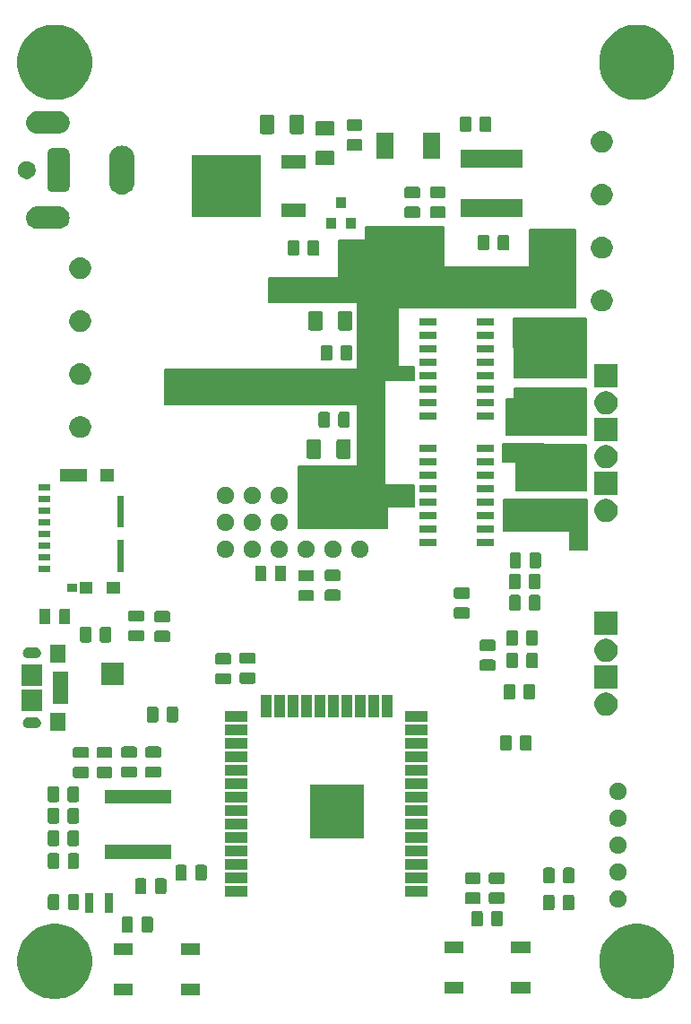
<source format=gbr>
G04 #@! TF.GenerationSoftware,KiCad,Pcbnew,(5.1.2)-1*
G04 #@! TF.CreationDate,2019-05-23T11:15:45-04:00*
G04 #@! TF.ProjectId,lc_dc1000,6c635f64-6331-4303-9030-2e6b69636164,rev?*
G04 #@! TF.SameCoordinates,Original*
G04 #@! TF.FileFunction,Soldermask,Top*
G04 #@! TF.FilePolarity,Negative*
%FSLAX46Y46*%
G04 Gerber Fmt 4.6, Leading zero omitted, Abs format (unit mm)*
G04 Created by KiCad (PCBNEW (5.1.2)-1) date 2019-05-23 11:15:45*
%MOMM*%
%LPD*%
G04 APERTURE LIST*
%ADD10C,0.150000*%
%ADD11C,0.100000*%
G04 APERTURE END LIST*
D10*
G36*
X207645000Y-69469000D02*
G01*
X215773000Y-69469000D01*
X215773000Y-65913000D01*
X220091000Y-65913000D01*
X220091000Y-73279000D01*
X203327000Y-73279000D01*
X203327000Y-78867000D01*
X204851000Y-78867000D01*
X204851000Y-80137000D01*
X202057000Y-80137000D01*
X202057000Y-90043000D01*
X204851000Y-90043000D01*
X204851000Y-92075000D01*
X202311000Y-92075000D01*
X202311000Y-94107000D01*
X193929000Y-94107000D01*
X193929000Y-88265000D01*
X199517000Y-88265000D01*
X199517000Y-82423000D01*
X181330600Y-82423000D01*
X181330600Y-79121000D01*
X199517000Y-79121000D01*
X199517000Y-72771000D01*
X191135000Y-72771000D01*
X191135000Y-70485000D01*
X197739000Y-70485000D01*
X197739000Y-66929000D01*
X200279000Y-66929000D01*
X200279000Y-65659000D01*
X207645000Y-65659000D01*
X207645000Y-69469000D01*
G37*
X207645000Y-69469000D02*
X215773000Y-69469000D01*
X215773000Y-65913000D01*
X220091000Y-65913000D01*
X220091000Y-73279000D01*
X203327000Y-73279000D01*
X203327000Y-78867000D01*
X204851000Y-78867000D01*
X204851000Y-80137000D01*
X202057000Y-80137000D01*
X202057000Y-90043000D01*
X204851000Y-90043000D01*
X204851000Y-92075000D01*
X202311000Y-92075000D01*
X202311000Y-94107000D01*
X193929000Y-94107000D01*
X193929000Y-88265000D01*
X199517000Y-88265000D01*
X199517000Y-82423000D01*
X181330600Y-82423000D01*
X181330600Y-79121000D01*
X199517000Y-79121000D01*
X199517000Y-72771000D01*
X191135000Y-72771000D01*
X191135000Y-70485000D01*
X197739000Y-70485000D01*
X197739000Y-66929000D01*
X200279000Y-66929000D01*
X200279000Y-65659000D01*
X207645000Y-65659000D01*
X207645000Y-69469000D01*
G36*
X221107000Y-79883000D02*
G01*
X214376000Y-79883000D01*
X214249000Y-74295000D01*
X221107000Y-74295000D01*
X221107000Y-79883000D01*
G37*
X221107000Y-79883000D02*
X214376000Y-79883000D01*
X214249000Y-74295000D01*
X221107000Y-74295000D01*
X221107000Y-79883000D01*
G36*
X221107000Y-85344000D02*
G01*
X213614000Y-85344000D01*
X213614000Y-81915000D01*
X214376000Y-81915000D01*
X214376000Y-80899000D01*
X221107000Y-80899000D01*
X221107000Y-85344000D01*
G37*
X221107000Y-85344000D02*
X213614000Y-85344000D01*
X213614000Y-81915000D01*
X214376000Y-81915000D01*
X214376000Y-80899000D01*
X221107000Y-80899000D01*
X221107000Y-85344000D01*
G36*
X221107000Y-86233000D02*
G01*
X221107000Y-90551000D01*
X214503000Y-90551000D01*
X214503000Y-87884000D01*
X213283800Y-87871300D01*
X213283800Y-86220300D01*
X221107000Y-86233000D01*
G37*
X221107000Y-86233000D02*
X221107000Y-90551000D01*
X214503000Y-90551000D01*
X214503000Y-87884000D01*
X213283800Y-87871300D01*
X213283800Y-86220300D01*
X221107000Y-86233000D01*
G36*
X221234000Y-96139000D02*
G01*
X219583000Y-96139000D01*
X219583000Y-94361000D01*
X213360000Y-94361000D01*
X213360000Y-91440000D01*
X221234000Y-91440000D01*
X221234000Y-96139000D01*
G37*
X221234000Y-96139000D02*
X219583000Y-96139000D01*
X219583000Y-94361000D01*
X213360000Y-94361000D01*
X213360000Y-91440000D01*
X221234000Y-91440000D01*
X221234000Y-96139000D01*
D11*
G36*
X226479212Y-131547478D02*
G01*
X226966791Y-131644463D01*
X227613029Y-131912144D01*
X228194631Y-132300758D01*
X228689242Y-132795369D01*
X228946244Y-133180000D01*
X229077856Y-133376971D01*
X229345537Y-134023209D01*
X229482000Y-134709259D01*
X229482000Y-135408741D01*
X229345537Y-136094791D01*
X229077856Y-136741029D01*
X228689242Y-137322631D01*
X228194631Y-137817242D01*
X227613029Y-138205856D01*
X226966791Y-138473537D01*
X226623766Y-138541769D01*
X226280743Y-138610000D01*
X225581257Y-138610000D01*
X225238234Y-138541769D01*
X224895209Y-138473537D01*
X224248971Y-138205856D01*
X223667369Y-137817242D01*
X223172758Y-137322631D01*
X222784144Y-136741029D01*
X222516463Y-136094791D01*
X222380000Y-135408741D01*
X222380000Y-134709259D01*
X222516463Y-134023209D01*
X222784144Y-133376971D01*
X222915756Y-133180000D01*
X223172758Y-132795369D01*
X223667369Y-132300758D01*
X224248971Y-131912144D01*
X224895209Y-131644463D01*
X225382788Y-131547478D01*
X225581257Y-131508000D01*
X226280743Y-131508000D01*
X226479212Y-131547478D01*
X226479212Y-131547478D01*
G37*
G36*
X171479212Y-131547478D02*
G01*
X171966791Y-131644463D01*
X172613029Y-131912144D01*
X173194631Y-132300758D01*
X173689242Y-132795369D01*
X173946244Y-133180000D01*
X174077856Y-133376971D01*
X174345537Y-134023209D01*
X174482000Y-134709259D01*
X174482000Y-135408741D01*
X174345537Y-136094791D01*
X174077856Y-136741029D01*
X173689242Y-137322631D01*
X173194631Y-137817242D01*
X172613029Y-138205856D01*
X171966791Y-138473537D01*
X171623766Y-138541769D01*
X171280743Y-138610000D01*
X170581257Y-138610000D01*
X170238234Y-138541769D01*
X169895209Y-138473537D01*
X169248971Y-138205856D01*
X168667369Y-137817242D01*
X168172758Y-137322631D01*
X167784144Y-136741029D01*
X167516463Y-136094791D01*
X167380000Y-135408741D01*
X167380000Y-134709259D01*
X167516463Y-134023209D01*
X167784144Y-133376971D01*
X167915756Y-133180000D01*
X168172758Y-132795369D01*
X168667369Y-132300758D01*
X169248971Y-131912144D01*
X169895209Y-131644463D01*
X170382788Y-131547478D01*
X170581257Y-131508000D01*
X171280743Y-131508000D01*
X171479212Y-131547478D01*
X171479212Y-131547478D01*
G37*
G36*
X178345000Y-138214000D02*
G01*
X176543000Y-138214000D01*
X176543000Y-137112000D01*
X178345000Y-137112000D01*
X178345000Y-138214000D01*
X178345000Y-138214000D01*
G37*
G36*
X184645000Y-138214000D02*
G01*
X182843000Y-138214000D01*
X182843000Y-137112000D01*
X184645000Y-137112000D01*
X184645000Y-138214000D01*
X184645000Y-138214000D01*
G37*
G36*
X215861600Y-138082000D02*
G01*
X214059600Y-138082000D01*
X214059600Y-136980000D01*
X215861600Y-136980000D01*
X215861600Y-138082000D01*
X215861600Y-138082000D01*
G37*
G36*
X209561600Y-138082000D02*
G01*
X207759600Y-138082000D01*
X207759600Y-136980000D01*
X209561600Y-136980000D01*
X209561600Y-138082000D01*
X209561600Y-138082000D01*
G37*
G36*
X178345000Y-134414000D02*
G01*
X176543000Y-134414000D01*
X176543000Y-133312000D01*
X178345000Y-133312000D01*
X178345000Y-134414000D01*
X178345000Y-134414000D01*
G37*
G36*
X184645000Y-134414000D02*
G01*
X182843000Y-134414000D01*
X182843000Y-133312000D01*
X184645000Y-133312000D01*
X184645000Y-134414000D01*
X184645000Y-134414000D01*
G37*
G36*
X215861600Y-134282000D02*
G01*
X214059600Y-134282000D01*
X214059600Y-133180000D01*
X215861600Y-133180000D01*
X215861600Y-134282000D01*
X215861600Y-134282000D01*
G37*
G36*
X209561600Y-134282000D02*
G01*
X207759600Y-134282000D01*
X207759600Y-133180000D01*
X209561600Y-133180000D01*
X209561600Y-134282000D01*
X209561600Y-134282000D01*
G37*
G36*
X180041532Y-130825688D02*
G01*
X180082569Y-130838136D01*
X180120388Y-130858351D01*
X180153541Y-130885559D01*
X180180749Y-130918712D01*
X180200964Y-130956531D01*
X180213412Y-130997568D01*
X180218100Y-131045167D01*
X180218100Y-132098833D01*
X180213412Y-132146432D01*
X180200964Y-132187469D01*
X180180749Y-132225288D01*
X180153541Y-132258441D01*
X180120388Y-132285649D01*
X180082569Y-132305864D01*
X180041532Y-132318312D01*
X179993933Y-132323000D01*
X179365267Y-132323000D01*
X179317668Y-132318312D01*
X179276631Y-132305864D01*
X179238812Y-132285649D01*
X179205659Y-132258441D01*
X179178451Y-132225288D01*
X179158236Y-132187469D01*
X179145788Y-132146432D01*
X179141100Y-132098833D01*
X179141100Y-131045167D01*
X179145788Y-130997568D01*
X179158236Y-130956531D01*
X179178451Y-130918712D01*
X179205659Y-130885559D01*
X179238812Y-130858351D01*
X179276631Y-130838136D01*
X179317668Y-130825688D01*
X179365267Y-130821000D01*
X179993933Y-130821000D01*
X180041532Y-130825688D01*
X180041532Y-130825688D01*
G37*
G36*
X178166532Y-130825688D02*
G01*
X178207569Y-130838136D01*
X178245388Y-130858351D01*
X178278541Y-130885559D01*
X178305749Y-130918712D01*
X178325964Y-130956531D01*
X178338412Y-130997568D01*
X178343100Y-131045167D01*
X178343100Y-132098833D01*
X178338412Y-132146432D01*
X178325964Y-132187469D01*
X178305749Y-132225288D01*
X178278541Y-132258441D01*
X178245388Y-132285649D01*
X178207569Y-132305864D01*
X178166532Y-132318312D01*
X178118933Y-132323000D01*
X177490267Y-132323000D01*
X177442668Y-132318312D01*
X177401631Y-132305864D01*
X177363812Y-132285649D01*
X177330659Y-132258441D01*
X177303451Y-132225288D01*
X177283236Y-132187469D01*
X177270788Y-132146432D01*
X177266100Y-132098833D01*
X177266100Y-131045167D01*
X177270788Y-130997568D01*
X177283236Y-130956531D01*
X177303451Y-130918712D01*
X177330659Y-130885559D01*
X177363812Y-130858351D01*
X177401631Y-130838136D01*
X177442668Y-130825688D01*
X177490267Y-130821000D01*
X178118933Y-130821000D01*
X178166532Y-130825688D01*
X178166532Y-130825688D01*
G37*
G36*
X213082332Y-130266888D02*
G01*
X213123369Y-130279336D01*
X213161188Y-130299551D01*
X213194341Y-130326759D01*
X213221549Y-130359912D01*
X213241764Y-130397731D01*
X213254212Y-130438768D01*
X213258900Y-130486367D01*
X213258900Y-131540033D01*
X213254212Y-131587632D01*
X213241764Y-131628669D01*
X213221549Y-131666488D01*
X213194341Y-131699641D01*
X213161188Y-131726849D01*
X213123369Y-131747064D01*
X213082332Y-131759512D01*
X213034733Y-131764200D01*
X212406067Y-131764200D01*
X212358468Y-131759512D01*
X212317431Y-131747064D01*
X212279612Y-131726849D01*
X212246459Y-131699641D01*
X212219251Y-131666488D01*
X212199036Y-131628669D01*
X212186588Y-131587632D01*
X212181900Y-131540033D01*
X212181900Y-130486367D01*
X212186588Y-130438768D01*
X212199036Y-130397731D01*
X212219251Y-130359912D01*
X212246459Y-130326759D01*
X212279612Y-130299551D01*
X212317431Y-130279336D01*
X212358468Y-130266888D01*
X212406067Y-130262200D01*
X213034733Y-130262200D01*
X213082332Y-130266888D01*
X213082332Y-130266888D01*
G37*
G36*
X211207332Y-130266888D02*
G01*
X211248369Y-130279336D01*
X211286188Y-130299551D01*
X211319341Y-130326759D01*
X211346549Y-130359912D01*
X211366764Y-130397731D01*
X211379212Y-130438768D01*
X211383900Y-130486367D01*
X211383900Y-131540033D01*
X211379212Y-131587632D01*
X211366764Y-131628669D01*
X211346549Y-131666488D01*
X211319341Y-131699641D01*
X211286188Y-131726849D01*
X211248369Y-131747064D01*
X211207332Y-131759512D01*
X211159733Y-131764200D01*
X210531067Y-131764200D01*
X210483468Y-131759512D01*
X210442431Y-131747064D01*
X210404612Y-131726849D01*
X210371459Y-131699641D01*
X210344251Y-131666488D01*
X210324036Y-131628669D01*
X210311588Y-131587632D01*
X210306900Y-131540033D01*
X210306900Y-130486367D01*
X210311588Y-130438768D01*
X210324036Y-130397731D01*
X210344251Y-130359912D01*
X210371459Y-130326759D01*
X210404612Y-130299551D01*
X210442431Y-130279336D01*
X210483468Y-130266888D01*
X210531067Y-130262200D01*
X211159733Y-130262200D01*
X211207332Y-130266888D01*
X211207332Y-130266888D01*
G37*
G36*
X176459000Y-130441000D02*
G01*
X175707000Y-130441000D01*
X175707000Y-128639000D01*
X176459000Y-128639000D01*
X176459000Y-130441000D01*
X176459000Y-130441000D01*
G37*
G36*
X174559000Y-130441000D02*
G01*
X173807000Y-130441000D01*
X173807000Y-128639000D01*
X174559000Y-128639000D01*
X174559000Y-130441000D01*
X174559000Y-130441000D01*
G37*
G36*
X217964193Y-128741246D02*
G01*
X218005230Y-128753694D01*
X218043049Y-128773909D01*
X218076202Y-128801117D01*
X218103410Y-128834270D01*
X218123625Y-128872089D01*
X218136073Y-128913126D01*
X218140761Y-128960725D01*
X218140761Y-130014391D01*
X218136073Y-130061990D01*
X218123625Y-130103027D01*
X218103410Y-130140846D01*
X218076202Y-130173999D01*
X218043049Y-130201207D01*
X218005230Y-130221422D01*
X217964193Y-130233870D01*
X217916594Y-130238558D01*
X217287928Y-130238558D01*
X217240329Y-130233870D01*
X217199292Y-130221422D01*
X217161473Y-130201207D01*
X217128320Y-130173999D01*
X217101112Y-130140846D01*
X217080897Y-130103027D01*
X217068449Y-130061990D01*
X217063761Y-130014391D01*
X217063761Y-128960725D01*
X217068449Y-128913126D01*
X217080897Y-128872089D01*
X217101112Y-128834270D01*
X217128320Y-128801117D01*
X217161473Y-128773909D01*
X217199292Y-128753694D01*
X217240329Y-128741246D01*
X217287928Y-128736558D01*
X217916594Y-128736558D01*
X217964193Y-128741246D01*
X217964193Y-128741246D01*
G37*
G36*
X219839193Y-128741246D02*
G01*
X219880230Y-128753694D01*
X219918049Y-128773909D01*
X219951202Y-128801117D01*
X219978410Y-128834270D01*
X219998625Y-128872089D01*
X220011073Y-128913126D01*
X220015761Y-128960725D01*
X220015761Y-130014391D01*
X220011073Y-130061990D01*
X219998625Y-130103027D01*
X219978410Y-130140846D01*
X219951202Y-130173999D01*
X219918049Y-130201207D01*
X219880230Y-130221422D01*
X219839193Y-130233870D01*
X219791594Y-130238558D01*
X219162928Y-130238558D01*
X219115329Y-130233870D01*
X219074292Y-130221422D01*
X219036473Y-130201207D01*
X219003320Y-130173999D01*
X218976112Y-130140846D01*
X218955897Y-130103027D01*
X218943449Y-130061990D01*
X218938761Y-130014391D01*
X218938761Y-128960725D01*
X218943449Y-128913126D01*
X218955897Y-128872089D01*
X218976112Y-128834270D01*
X219003320Y-128801117D01*
X219036473Y-128773909D01*
X219074292Y-128753694D01*
X219115329Y-128741246D01*
X219162928Y-128736558D01*
X219791594Y-128736558D01*
X219839193Y-128741246D01*
X219839193Y-128741246D01*
G37*
G36*
X173077332Y-128692088D02*
G01*
X173118369Y-128704536D01*
X173156188Y-128724751D01*
X173189341Y-128751959D01*
X173216549Y-128785112D01*
X173236764Y-128822931D01*
X173249212Y-128863968D01*
X173253900Y-128911567D01*
X173253900Y-129965233D01*
X173249212Y-130012832D01*
X173236764Y-130053869D01*
X173216549Y-130091688D01*
X173189341Y-130124841D01*
X173156188Y-130152049D01*
X173118369Y-130172264D01*
X173077332Y-130184712D01*
X173029733Y-130189400D01*
X172401067Y-130189400D01*
X172353468Y-130184712D01*
X172312431Y-130172264D01*
X172274612Y-130152049D01*
X172241459Y-130124841D01*
X172214251Y-130091688D01*
X172194036Y-130053869D01*
X172181588Y-130012832D01*
X172176900Y-129965233D01*
X172176900Y-128911567D01*
X172181588Y-128863968D01*
X172194036Y-128822931D01*
X172214251Y-128785112D01*
X172241459Y-128751959D01*
X172274612Y-128724751D01*
X172312431Y-128704536D01*
X172353468Y-128692088D01*
X172401067Y-128687400D01*
X173029733Y-128687400D01*
X173077332Y-128692088D01*
X173077332Y-128692088D01*
G37*
G36*
X171202332Y-128692088D02*
G01*
X171243369Y-128704536D01*
X171281188Y-128724751D01*
X171314341Y-128751959D01*
X171341549Y-128785112D01*
X171361764Y-128822931D01*
X171374212Y-128863968D01*
X171378900Y-128911567D01*
X171378900Y-129965233D01*
X171374212Y-130012832D01*
X171361764Y-130053869D01*
X171341549Y-130091688D01*
X171314341Y-130124841D01*
X171281188Y-130152049D01*
X171243369Y-130172264D01*
X171202332Y-130184712D01*
X171154733Y-130189400D01*
X170526067Y-130189400D01*
X170478468Y-130184712D01*
X170437431Y-130172264D01*
X170399612Y-130152049D01*
X170366459Y-130124841D01*
X170339251Y-130091688D01*
X170319036Y-130053869D01*
X170306588Y-130012832D01*
X170301900Y-129965233D01*
X170301900Y-128911567D01*
X170306588Y-128863968D01*
X170319036Y-128822931D01*
X170339251Y-128785112D01*
X170366459Y-128751959D01*
X170399612Y-128724751D01*
X170437431Y-128704536D01*
X170478468Y-128692088D01*
X170526067Y-128687400D01*
X171154733Y-128687400D01*
X171202332Y-128692088D01*
X171202332Y-128692088D01*
G37*
G36*
X224392143Y-128377243D02*
G01*
X224392145Y-128377244D01*
X224392146Y-128377244D01*
X224540099Y-128438528D01*
X224540100Y-128438529D01*
X224673257Y-128527501D01*
X224786499Y-128640743D01*
X224808496Y-128673664D01*
X224875472Y-128773901D01*
X224936756Y-128921854D01*
X224936757Y-128921857D01*
X224968000Y-129078926D01*
X224968000Y-129239074D01*
X224946443Y-129347450D01*
X224936756Y-129396146D01*
X224875472Y-129544099D01*
X224786498Y-129677258D01*
X224673258Y-129790498D01*
X224540099Y-129879472D01*
X224392146Y-129940756D01*
X224392145Y-129940756D01*
X224392143Y-129940757D01*
X224235074Y-129972000D01*
X224074926Y-129972000D01*
X223917857Y-129940757D01*
X223917855Y-129940756D01*
X223917854Y-129940756D01*
X223769901Y-129879472D01*
X223636742Y-129790498D01*
X223523502Y-129677258D01*
X223434528Y-129544099D01*
X223373244Y-129396146D01*
X223363558Y-129347450D01*
X223342000Y-129239074D01*
X223342000Y-129078926D01*
X223373243Y-128921857D01*
X223373244Y-128921854D01*
X223434528Y-128773901D01*
X223501504Y-128673664D01*
X223523501Y-128640743D01*
X223636743Y-128527501D01*
X223769900Y-128438529D01*
X223769901Y-128438528D01*
X223917854Y-128377244D01*
X223917855Y-128377244D01*
X223917857Y-128377243D01*
X224074926Y-128346000D01*
X224235074Y-128346000D01*
X224392143Y-128377243D01*
X224392143Y-128377243D01*
G37*
G36*
X213274032Y-128544388D02*
G01*
X213315069Y-128556836D01*
X213352888Y-128577051D01*
X213386041Y-128604259D01*
X213413249Y-128637412D01*
X213433464Y-128675231D01*
X213445912Y-128716268D01*
X213450600Y-128763867D01*
X213450600Y-129392533D01*
X213445912Y-129440132D01*
X213433464Y-129481169D01*
X213413249Y-129518988D01*
X213386041Y-129552141D01*
X213352888Y-129579349D01*
X213315069Y-129599564D01*
X213274032Y-129612012D01*
X213226433Y-129616700D01*
X212172767Y-129616700D01*
X212125168Y-129612012D01*
X212084131Y-129599564D01*
X212046312Y-129579349D01*
X212013159Y-129552141D01*
X211985951Y-129518988D01*
X211965736Y-129481169D01*
X211953288Y-129440132D01*
X211948600Y-129392533D01*
X211948600Y-128763867D01*
X211953288Y-128716268D01*
X211965736Y-128675231D01*
X211985951Y-128637412D01*
X212013159Y-128604259D01*
X212046312Y-128577051D01*
X212084131Y-128556836D01*
X212125168Y-128544388D01*
X212172767Y-128539700D01*
X213226433Y-128539700D01*
X213274032Y-128544388D01*
X213274032Y-128544388D01*
G37*
G36*
X211013432Y-128544388D02*
G01*
X211054469Y-128556836D01*
X211092288Y-128577051D01*
X211125441Y-128604259D01*
X211152649Y-128637412D01*
X211172864Y-128675231D01*
X211185312Y-128716268D01*
X211190000Y-128763867D01*
X211190000Y-129392533D01*
X211185312Y-129440132D01*
X211172864Y-129481169D01*
X211152649Y-129518988D01*
X211125441Y-129552141D01*
X211092288Y-129579349D01*
X211054469Y-129599564D01*
X211013432Y-129612012D01*
X210965833Y-129616700D01*
X209912167Y-129616700D01*
X209864568Y-129612012D01*
X209823531Y-129599564D01*
X209785712Y-129579349D01*
X209752559Y-129552141D01*
X209725351Y-129518988D01*
X209705136Y-129481169D01*
X209692688Y-129440132D01*
X209688000Y-129392533D01*
X209688000Y-128763867D01*
X209692688Y-128716268D01*
X209705136Y-128675231D01*
X209725351Y-128637412D01*
X209752559Y-128604259D01*
X209785712Y-128577051D01*
X209823531Y-128556836D01*
X209864568Y-128544388D01*
X209912167Y-128539700D01*
X210965833Y-128539700D01*
X211013432Y-128544388D01*
X211013432Y-128544388D01*
G37*
G36*
X189159676Y-128926593D02*
G01*
X187057676Y-128926593D01*
X187057676Y-127924593D01*
X189159676Y-127924593D01*
X189159676Y-128926593D01*
X189159676Y-128926593D01*
G37*
G36*
X206159676Y-128926593D02*
G01*
X204057676Y-128926593D01*
X204057676Y-127924593D01*
X206159676Y-127924593D01*
X206159676Y-128926593D01*
X206159676Y-128926593D01*
G37*
G36*
X181309232Y-127193488D02*
G01*
X181350269Y-127205936D01*
X181388088Y-127226151D01*
X181421241Y-127253359D01*
X181448449Y-127286512D01*
X181468664Y-127324331D01*
X181481112Y-127365368D01*
X181485800Y-127412967D01*
X181485800Y-128466633D01*
X181481112Y-128514232D01*
X181468664Y-128555269D01*
X181448449Y-128593088D01*
X181421241Y-128626241D01*
X181388088Y-128653449D01*
X181350269Y-128673664D01*
X181309232Y-128686112D01*
X181261633Y-128690800D01*
X180632967Y-128690800D01*
X180585368Y-128686112D01*
X180544331Y-128673664D01*
X180506512Y-128653449D01*
X180473359Y-128626241D01*
X180446151Y-128593088D01*
X180425936Y-128555269D01*
X180413488Y-128514232D01*
X180408800Y-128466633D01*
X180408800Y-127412967D01*
X180413488Y-127365368D01*
X180425936Y-127324331D01*
X180446151Y-127286512D01*
X180473359Y-127253359D01*
X180506512Y-127226151D01*
X180544331Y-127205936D01*
X180585368Y-127193488D01*
X180632967Y-127188800D01*
X181261633Y-127188800D01*
X181309232Y-127193488D01*
X181309232Y-127193488D01*
G37*
G36*
X179434232Y-127193488D02*
G01*
X179475269Y-127205936D01*
X179513088Y-127226151D01*
X179546241Y-127253359D01*
X179573449Y-127286512D01*
X179593664Y-127324331D01*
X179606112Y-127365368D01*
X179610800Y-127412967D01*
X179610800Y-128466633D01*
X179606112Y-128514232D01*
X179593664Y-128555269D01*
X179573449Y-128593088D01*
X179546241Y-128626241D01*
X179513088Y-128653449D01*
X179475269Y-128673664D01*
X179434232Y-128686112D01*
X179386633Y-128690800D01*
X178757967Y-128690800D01*
X178710368Y-128686112D01*
X178669331Y-128673664D01*
X178631512Y-128653449D01*
X178598359Y-128626241D01*
X178571151Y-128593088D01*
X178550936Y-128555269D01*
X178538488Y-128514232D01*
X178533800Y-128466633D01*
X178533800Y-127412967D01*
X178538488Y-127365368D01*
X178550936Y-127324331D01*
X178571151Y-127286512D01*
X178598359Y-127253359D01*
X178631512Y-127226151D01*
X178669331Y-127205936D01*
X178710368Y-127193488D01*
X178757967Y-127188800D01*
X179386633Y-127188800D01*
X179434232Y-127193488D01*
X179434232Y-127193488D01*
G37*
G36*
X211013432Y-126669388D02*
G01*
X211054469Y-126681836D01*
X211092288Y-126702051D01*
X211125441Y-126729259D01*
X211152649Y-126762412D01*
X211172864Y-126800231D01*
X211185312Y-126841268D01*
X211190000Y-126888867D01*
X211190000Y-127517533D01*
X211185312Y-127565132D01*
X211172864Y-127606169D01*
X211152649Y-127643988D01*
X211125441Y-127677141D01*
X211092288Y-127704349D01*
X211054469Y-127724564D01*
X211013432Y-127737012D01*
X210965833Y-127741700D01*
X209912167Y-127741700D01*
X209864568Y-127737012D01*
X209823531Y-127724564D01*
X209785712Y-127704349D01*
X209752559Y-127677141D01*
X209725351Y-127643988D01*
X209705136Y-127606169D01*
X209692688Y-127565132D01*
X209688000Y-127517533D01*
X209688000Y-126888867D01*
X209692688Y-126841268D01*
X209705136Y-126800231D01*
X209725351Y-126762412D01*
X209752559Y-126729259D01*
X209785712Y-126702051D01*
X209823531Y-126681836D01*
X209864568Y-126669388D01*
X209912167Y-126664700D01*
X210965833Y-126664700D01*
X211013432Y-126669388D01*
X211013432Y-126669388D01*
G37*
G36*
X213274032Y-126669388D02*
G01*
X213315069Y-126681836D01*
X213352888Y-126702051D01*
X213386041Y-126729259D01*
X213413249Y-126762412D01*
X213433464Y-126800231D01*
X213445912Y-126841268D01*
X213450600Y-126888867D01*
X213450600Y-127517533D01*
X213445912Y-127565132D01*
X213433464Y-127606169D01*
X213413249Y-127643988D01*
X213386041Y-127677141D01*
X213352888Y-127704349D01*
X213315069Y-127724564D01*
X213274032Y-127737012D01*
X213226433Y-127741700D01*
X212172767Y-127741700D01*
X212125168Y-127737012D01*
X212084131Y-127724564D01*
X212046312Y-127704349D01*
X212013159Y-127677141D01*
X211985951Y-127643988D01*
X211965736Y-127606169D01*
X211953288Y-127565132D01*
X211948600Y-127517533D01*
X211948600Y-126888867D01*
X211953288Y-126841268D01*
X211965736Y-126800231D01*
X211985951Y-126762412D01*
X212013159Y-126729259D01*
X212046312Y-126702051D01*
X212084131Y-126681836D01*
X212125168Y-126669388D01*
X212172767Y-126664700D01*
X213226433Y-126664700D01*
X213274032Y-126669388D01*
X213274032Y-126669388D01*
G37*
G36*
X218001693Y-126191246D02*
G01*
X218042730Y-126203694D01*
X218080549Y-126223909D01*
X218113702Y-126251117D01*
X218140910Y-126284270D01*
X218161125Y-126322089D01*
X218173573Y-126363126D01*
X218178261Y-126410725D01*
X218178261Y-127464391D01*
X218173573Y-127511990D01*
X218161125Y-127553027D01*
X218140910Y-127590846D01*
X218113702Y-127623999D01*
X218080549Y-127651207D01*
X218042730Y-127671422D01*
X218001693Y-127683870D01*
X217954094Y-127688558D01*
X217325428Y-127688558D01*
X217277829Y-127683870D01*
X217236792Y-127671422D01*
X217198973Y-127651207D01*
X217165820Y-127623999D01*
X217138612Y-127590846D01*
X217118397Y-127553027D01*
X217105949Y-127511990D01*
X217101261Y-127464391D01*
X217101261Y-126410725D01*
X217105949Y-126363126D01*
X217118397Y-126322089D01*
X217138612Y-126284270D01*
X217165820Y-126251117D01*
X217198973Y-126223909D01*
X217236792Y-126203694D01*
X217277829Y-126191246D01*
X217325428Y-126186558D01*
X217954094Y-126186558D01*
X218001693Y-126191246D01*
X218001693Y-126191246D01*
G37*
G36*
X219876693Y-126191246D02*
G01*
X219917730Y-126203694D01*
X219955549Y-126223909D01*
X219988702Y-126251117D01*
X220015910Y-126284270D01*
X220036125Y-126322089D01*
X220048573Y-126363126D01*
X220053261Y-126410725D01*
X220053261Y-127464391D01*
X220048573Y-127511990D01*
X220036125Y-127553027D01*
X220015910Y-127590846D01*
X219988702Y-127623999D01*
X219955549Y-127651207D01*
X219917730Y-127671422D01*
X219876693Y-127683870D01*
X219829094Y-127688558D01*
X219200428Y-127688558D01*
X219152829Y-127683870D01*
X219111792Y-127671422D01*
X219073973Y-127651207D01*
X219040820Y-127623999D01*
X219013612Y-127590846D01*
X218993397Y-127553027D01*
X218980949Y-127511990D01*
X218976261Y-127464391D01*
X218976261Y-126410725D01*
X218980949Y-126363126D01*
X218993397Y-126322089D01*
X219013612Y-126284270D01*
X219040820Y-126251117D01*
X219073973Y-126223909D01*
X219111792Y-126203694D01*
X219152829Y-126191246D01*
X219200428Y-126186558D01*
X219829094Y-126186558D01*
X219876693Y-126191246D01*
X219876693Y-126191246D01*
G37*
G36*
X189159676Y-127656593D02*
G01*
X187057676Y-127656593D01*
X187057676Y-126654593D01*
X189159676Y-126654593D01*
X189159676Y-127656593D01*
X189159676Y-127656593D01*
G37*
G36*
X206159676Y-127656593D02*
G01*
X204057676Y-127656593D01*
X204057676Y-126654593D01*
X206159676Y-126654593D01*
X206159676Y-127656593D01*
X206159676Y-127656593D01*
G37*
G36*
X224392143Y-125837243D02*
G01*
X224392145Y-125837244D01*
X224392146Y-125837244D01*
X224540099Y-125898528D01*
X224673258Y-125987502D01*
X224786498Y-126100742D01*
X224875472Y-126233901D01*
X224936756Y-126381854D01*
X224936757Y-126381857D01*
X224968000Y-126538926D01*
X224968000Y-126699074D01*
X224939716Y-126841268D01*
X224936756Y-126856146D01*
X224875472Y-127004099D01*
X224875471Y-127004100D01*
X224786499Y-127137257D01*
X224673257Y-127250499D01*
X224667137Y-127254588D01*
X224540099Y-127339472D01*
X224392146Y-127400756D01*
X224392145Y-127400756D01*
X224392143Y-127400757D01*
X224235074Y-127432000D01*
X224074926Y-127432000D01*
X223917857Y-127400757D01*
X223917855Y-127400756D01*
X223917854Y-127400756D01*
X223769901Y-127339472D01*
X223642863Y-127254588D01*
X223636743Y-127250499D01*
X223523501Y-127137257D01*
X223434529Y-127004100D01*
X223434528Y-127004099D01*
X223373244Y-126856146D01*
X223370285Y-126841268D01*
X223342000Y-126699074D01*
X223342000Y-126538926D01*
X223373243Y-126381857D01*
X223373244Y-126381854D01*
X223434528Y-126233901D01*
X223523502Y-126100742D01*
X223636742Y-125987502D01*
X223769901Y-125898528D01*
X223917854Y-125837244D01*
X223917855Y-125837244D01*
X223917857Y-125837243D01*
X224074926Y-125806000D01*
X224235074Y-125806000D01*
X224392143Y-125837243D01*
X224392143Y-125837243D01*
G37*
G36*
X185119232Y-125923488D02*
G01*
X185160269Y-125935936D01*
X185198088Y-125956151D01*
X185231241Y-125983359D01*
X185258449Y-126016512D01*
X185278664Y-126054331D01*
X185291112Y-126095368D01*
X185295800Y-126142967D01*
X185295800Y-127196633D01*
X185291112Y-127244232D01*
X185278664Y-127285269D01*
X185258449Y-127323088D01*
X185231241Y-127356241D01*
X185198088Y-127383449D01*
X185160269Y-127403664D01*
X185119232Y-127416112D01*
X185071633Y-127420800D01*
X184442967Y-127420800D01*
X184395368Y-127416112D01*
X184354331Y-127403664D01*
X184316512Y-127383449D01*
X184283359Y-127356241D01*
X184256151Y-127323088D01*
X184235936Y-127285269D01*
X184223488Y-127244232D01*
X184218800Y-127196633D01*
X184218800Y-126142967D01*
X184223488Y-126095368D01*
X184235936Y-126054331D01*
X184256151Y-126016512D01*
X184283359Y-125983359D01*
X184316512Y-125956151D01*
X184354331Y-125935936D01*
X184395368Y-125923488D01*
X184442967Y-125918800D01*
X185071633Y-125918800D01*
X185119232Y-125923488D01*
X185119232Y-125923488D01*
G37*
G36*
X183244232Y-125923488D02*
G01*
X183285269Y-125935936D01*
X183323088Y-125956151D01*
X183356241Y-125983359D01*
X183383449Y-126016512D01*
X183403664Y-126054331D01*
X183416112Y-126095368D01*
X183420800Y-126142967D01*
X183420800Y-127196633D01*
X183416112Y-127244232D01*
X183403664Y-127285269D01*
X183383449Y-127323088D01*
X183356241Y-127356241D01*
X183323088Y-127383449D01*
X183285269Y-127403664D01*
X183244232Y-127416112D01*
X183196633Y-127420800D01*
X182567967Y-127420800D01*
X182520368Y-127416112D01*
X182479331Y-127403664D01*
X182441512Y-127383449D01*
X182408359Y-127356241D01*
X182381151Y-127323088D01*
X182360936Y-127285269D01*
X182348488Y-127244232D01*
X182343800Y-127196633D01*
X182343800Y-126142967D01*
X182348488Y-126095368D01*
X182360936Y-126054331D01*
X182381151Y-126016512D01*
X182408359Y-125983359D01*
X182441512Y-125956151D01*
X182479331Y-125935936D01*
X182520368Y-125923488D01*
X182567967Y-125918800D01*
X183196633Y-125918800D01*
X183244232Y-125923488D01*
X183244232Y-125923488D01*
G37*
G36*
X189159676Y-126386593D02*
G01*
X187057676Y-126386593D01*
X187057676Y-125384593D01*
X189159676Y-125384593D01*
X189159676Y-126386593D01*
X189159676Y-126386593D01*
G37*
G36*
X206159676Y-126386593D02*
G01*
X204057676Y-126386593D01*
X204057676Y-125384593D01*
X206159676Y-125384593D01*
X206159676Y-126386593D01*
X206159676Y-126386593D01*
G37*
G36*
X171194232Y-124822088D02*
G01*
X171235269Y-124834536D01*
X171273088Y-124854751D01*
X171306241Y-124881959D01*
X171333449Y-124915112D01*
X171353664Y-124952931D01*
X171366112Y-124993968D01*
X171370800Y-125041567D01*
X171370800Y-126095233D01*
X171366112Y-126142832D01*
X171353664Y-126183869D01*
X171333449Y-126221688D01*
X171306241Y-126254841D01*
X171273088Y-126282049D01*
X171235269Y-126302264D01*
X171194232Y-126314712D01*
X171146633Y-126319400D01*
X170517967Y-126319400D01*
X170470368Y-126314712D01*
X170429331Y-126302264D01*
X170391512Y-126282049D01*
X170358359Y-126254841D01*
X170331151Y-126221688D01*
X170310936Y-126183869D01*
X170298488Y-126142832D01*
X170293800Y-126095233D01*
X170293800Y-125041567D01*
X170298488Y-124993968D01*
X170310936Y-124952931D01*
X170331151Y-124915112D01*
X170358359Y-124881959D01*
X170391512Y-124854751D01*
X170429331Y-124834536D01*
X170470368Y-124822088D01*
X170517967Y-124817400D01*
X171146633Y-124817400D01*
X171194232Y-124822088D01*
X171194232Y-124822088D01*
G37*
G36*
X173069232Y-124822088D02*
G01*
X173110269Y-124834536D01*
X173148088Y-124854751D01*
X173181241Y-124881959D01*
X173208449Y-124915112D01*
X173228664Y-124952931D01*
X173241112Y-124993968D01*
X173245800Y-125041567D01*
X173245800Y-126095233D01*
X173241112Y-126142832D01*
X173228664Y-126183869D01*
X173208449Y-126221688D01*
X173181241Y-126254841D01*
X173148088Y-126282049D01*
X173110269Y-126302264D01*
X173069232Y-126314712D01*
X173021633Y-126319400D01*
X172392967Y-126319400D01*
X172345368Y-126314712D01*
X172304331Y-126302264D01*
X172266512Y-126282049D01*
X172233359Y-126254841D01*
X172206151Y-126221688D01*
X172185936Y-126183869D01*
X172173488Y-126142832D01*
X172168800Y-126095233D01*
X172168800Y-125041567D01*
X172173488Y-124993968D01*
X172185936Y-124952931D01*
X172206151Y-124915112D01*
X172233359Y-124881959D01*
X172266512Y-124854751D01*
X172304331Y-124834536D01*
X172345368Y-124822088D01*
X172392967Y-124817400D01*
X173021633Y-124817400D01*
X173069232Y-124822088D01*
X173069232Y-124822088D01*
G37*
G36*
X181911800Y-125348800D02*
G01*
X175694800Y-125348800D01*
X175694800Y-124046800D01*
X181911800Y-124046800D01*
X181911800Y-125348800D01*
X181911800Y-125348800D01*
G37*
G36*
X206159676Y-125116593D02*
G01*
X204057676Y-125116593D01*
X204057676Y-124114593D01*
X206159676Y-124114593D01*
X206159676Y-125116593D01*
X206159676Y-125116593D01*
G37*
G36*
X189159676Y-125116593D02*
G01*
X187057676Y-125116593D01*
X187057676Y-124114593D01*
X189159676Y-124114593D01*
X189159676Y-125116593D01*
X189159676Y-125116593D01*
G37*
G36*
X224392143Y-123297243D02*
G01*
X224392145Y-123297244D01*
X224392146Y-123297244D01*
X224540099Y-123358528D01*
X224673258Y-123447502D01*
X224786498Y-123560742D01*
X224875472Y-123693901D01*
X224936756Y-123841854D01*
X224936757Y-123841857D01*
X224968000Y-123998926D01*
X224968000Y-124159074D01*
X224966879Y-124164712D01*
X224936756Y-124316146D01*
X224875472Y-124464099D01*
X224786498Y-124597258D01*
X224673258Y-124710498D01*
X224540099Y-124799472D01*
X224392146Y-124860756D01*
X224392145Y-124860756D01*
X224392143Y-124860757D01*
X224235074Y-124892000D01*
X224074926Y-124892000D01*
X223917857Y-124860757D01*
X223917855Y-124860756D01*
X223917854Y-124860756D01*
X223769901Y-124799472D01*
X223636742Y-124710498D01*
X223523502Y-124597258D01*
X223434528Y-124464099D01*
X223373244Y-124316146D01*
X223343122Y-124164712D01*
X223342000Y-124159074D01*
X223342000Y-123998926D01*
X223373243Y-123841857D01*
X223373244Y-123841854D01*
X223434528Y-123693901D01*
X223523502Y-123560742D01*
X223636742Y-123447502D01*
X223769901Y-123358528D01*
X223917854Y-123297244D01*
X223917855Y-123297244D01*
X223917857Y-123297243D01*
X224074926Y-123266000D01*
X224235074Y-123266000D01*
X224392143Y-123297243D01*
X224392143Y-123297243D01*
G37*
G36*
X173056732Y-122672088D02*
G01*
X173097769Y-122684536D01*
X173135588Y-122704751D01*
X173168741Y-122731959D01*
X173195949Y-122765112D01*
X173216164Y-122802931D01*
X173228612Y-122843968D01*
X173233300Y-122891567D01*
X173233300Y-123945233D01*
X173228612Y-123992832D01*
X173216164Y-124033869D01*
X173195949Y-124071688D01*
X173168741Y-124104841D01*
X173135588Y-124132049D01*
X173097769Y-124152264D01*
X173056732Y-124164712D01*
X173009133Y-124169400D01*
X172380467Y-124169400D01*
X172332868Y-124164712D01*
X172291831Y-124152264D01*
X172254012Y-124132049D01*
X172220859Y-124104841D01*
X172193651Y-124071688D01*
X172173436Y-124033869D01*
X172160988Y-123992832D01*
X172156300Y-123945233D01*
X172156300Y-122891567D01*
X172160988Y-122843968D01*
X172173436Y-122802931D01*
X172193651Y-122765112D01*
X172220859Y-122731959D01*
X172254012Y-122704751D01*
X172291831Y-122684536D01*
X172332868Y-122672088D01*
X172380467Y-122667400D01*
X173009133Y-122667400D01*
X173056732Y-122672088D01*
X173056732Y-122672088D01*
G37*
G36*
X171181732Y-122672088D02*
G01*
X171222769Y-122684536D01*
X171260588Y-122704751D01*
X171293741Y-122731959D01*
X171320949Y-122765112D01*
X171341164Y-122802931D01*
X171353612Y-122843968D01*
X171358300Y-122891567D01*
X171358300Y-123945233D01*
X171353612Y-123992832D01*
X171341164Y-124033869D01*
X171320949Y-124071688D01*
X171293741Y-124104841D01*
X171260588Y-124132049D01*
X171222769Y-124152264D01*
X171181732Y-124164712D01*
X171134133Y-124169400D01*
X170505467Y-124169400D01*
X170457868Y-124164712D01*
X170416831Y-124152264D01*
X170379012Y-124132049D01*
X170345859Y-124104841D01*
X170318651Y-124071688D01*
X170298436Y-124033869D01*
X170285988Y-123992832D01*
X170281300Y-123945233D01*
X170281300Y-122891567D01*
X170285988Y-122843968D01*
X170298436Y-122802931D01*
X170318651Y-122765112D01*
X170345859Y-122731959D01*
X170379012Y-122704751D01*
X170416831Y-122684536D01*
X170457868Y-122672088D01*
X170505467Y-122667400D01*
X171134133Y-122667400D01*
X171181732Y-122672088D01*
X171181732Y-122672088D01*
G37*
G36*
X189159676Y-123846593D02*
G01*
X187057676Y-123846593D01*
X187057676Y-122844593D01*
X189159676Y-122844593D01*
X189159676Y-123846593D01*
X189159676Y-123846593D01*
G37*
G36*
X206159676Y-123846593D02*
G01*
X204057676Y-123846593D01*
X204057676Y-122844593D01*
X206159676Y-122844593D01*
X206159676Y-123846593D01*
X206159676Y-123846593D01*
G37*
G36*
X200159676Y-123476593D02*
G01*
X195057676Y-123476593D01*
X195057676Y-118374593D01*
X200159676Y-118374593D01*
X200159676Y-123476593D01*
X200159676Y-123476593D01*
G37*
G36*
X189159676Y-122576593D02*
G01*
X187057676Y-122576593D01*
X187057676Y-121574593D01*
X189159676Y-121574593D01*
X189159676Y-122576593D01*
X189159676Y-122576593D01*
G37*
G36*
X206159676Y-122576593D02*
G01*
X204057676Y-122576593D01*
X204057676Y-121574593D01*
X206159676Y-121574593D01*
X206159676Y-122576593D01*
X206159676Y-122576593D01*
G37*
G36*
X224392143Y-120757243D02*
G01*
X224392145Y-120757244D01*
X224392146Y-120757244D01*
X224540099Y-120818528D01*
X224673258Y-120907502D01*
X224786498Y-121020742D01*
X224875472Y-121153901D01*
X224936756Y-121301854D01*
X224936757Y-121301857D01*
X224968000Y-121458926D01*
X224968000Y-121619074D01*
X224936955Y-121775150D01*
X224936756Y-121776146D01*
X224875472Y-121924099D01*
X224847783Y-121965539D01*
X224795090Y-122044400D01*
X224786498Y-122057258D01*
X224673258Y-122170498D01*
X224540099Y-122259472D01*
X224392146Y-122320756D01*
X224392145Y-122320756D01*
X224392143Y-122320757D01*
X224235074Y-122352000D01*
X224074926Y-122352000D01*
X223917857Y-122320757D01*
X223917855Y-122320756D01*
X223917854Y-122320756D01*
X223769901Y-122259472D01*
X223636742Y-122170498D01*
X223523502Y-122057258D01*
X223514911Y-122044400D01*
X223462217Y-121965539D01*
X223434528Y-121924099D01*
X223373244Y-121776146D01*
X223373046Y-121775150D01*
X223342000Y-121619074D01*
X223342000Y-121458926D01*
X223373243Y-121301857D01*
X223373244Y-121301854D01*
X223434528Y-121153901D01*
X223523502Y-121020742D01*
X223636742Y-120907502D01*
X223769901Y-120818528D01*
X223917854Y-120757244D01*
X223917855Y-120757244D01*
X223917857Y-120757243D01*
X224074926Y-120726000D01*
X224235074Y-120726000D01*
X224392143Y-120757243D01*
X224392143Y-120757243D01*
G37*
G36*
X171181732Y-120547088D02*
G01*
X171222769Y-120559536D01*
X171260588Y-120579751D01*
X171293741Y-120606959D01*
X171320949Y-120640112D01*
X171341164Y-120677931D01*
X171353612Y-120718968D01*
X171358300Y-120766567D01*
X171358300Y-121820233D01*
X171353612Y-121867832D01*
X171341164Y-121908869D01*
X171320949Y-121946688D01*
X171293741Y-121979841D01*
X171260588Y-122007049D01*
X171222769Y-122027264D01*
X171181732Y-122039712D01*
X171134133Y-122044400D01*
X170505467Y-122044400D01*
X170457868Y-122039712D01*
X170416831Y-122027264D01*
X170379012Y-122007049D01*
X170345859Y-121979841D01*
X170318651Y-121946688D01*
X170298436Y-121908869D01*
X170285988Y-121867832D01*
X170281300Y-121820233D01*
X170281300Y-120766567D01*
X170285988Y-120718968D01*
X170298436Y-120677931D01*
X170318651Y-120640112D01*
X170345859Y-120606959D01*
X170379012Y-120579751D01*
X170416831Y-120559536D01*
X170457868Y-120547088D01*
X170505467Y-120542400D01*
X171134133Y-120542400D01*
X171181732Y-120547088D01*
X171181732Y-120547088D01*
G37*
G36*
X173056732Y-120547088D02*
G01*
X173097769Y-120559536D01*
X173135588Y-120579751D01*
X173168741Y-120606959D01*
X173195949Y-120640112D01*
X173216164Y-120677931D01*
X173228612Y-120718968D01*
X173233300Y-120766567D01*
X173233300Y-121820233D01*
X173228612Y-121867832D01*
X173216164Y-121908869D01*
X173195949Y-121946688D01*
X173168741Y-121979841D01*
X173135588Y-122007049D01*
X173097769Y-122027264D01*
X173056732Y-122039712D01*
X173009133Y-122044400D01*
X172380467Y-122044400D01*
X172332868Y-122039712D01*
X172291831Y-122027264D01*
X172254012Y-122007049D01*
X172220859Y-121979841D01*
X172193651Y-121946688D01*
X172173436Y-121908869D01*
X172160988Y-121867832D01*
X172156300Y-121820233D01*
X172156300Y-120766567D01*
X172160988Y-120718968D01*
X172173436Y-120677931D01*
X172193651Y-120640112D01*
X172220859Y-120606959D01*
X172254012Y-120579751D01*
X172291831Y-120559536D01*
X172332868Y-120547088D01*
X172380467Y-120542400D01*
X173009133Y-120542400D01*
X173056732Y-120547088D01*
X173056732Y-120547088D01*
G37*
G36*
X189159676Y-121306593D02*
G01*
X187057676Y-121306593D01*
X187057676Y-120304593D01*
X189159676Y-120304593D01*
X189159676Y-121306593D01*
X189159676Y-121306593D01*
G37*
G36*
X206159676Y-121306593D02*
G01*
X204057676Y-121306593D01*
X204057676Y-120304593D01*
X206159676Y-120304593D01*
X206159676Y-121306593D01*
X206159676Y-121306593D01*
G37*
G36*
X181911800Y-120148800D02*
G01*
X175694800Y-120148800D01*
X175694800Y-118846800D01*
X181911800Y-118846800D01*
X181911800Y-120148800D01*
X181911800Y-120148800D01*
G37*
G36*
X206159676Y-120036593D02*
G01*
X204057676Y-120036593D01*
X204057676Y-119034593D01*
X206159676Y-119034593D01*
X206159676Y-120036593D01*
X206159676Y-120036593D01*
G37*
G36*
X189159676Y-120036593D02*
G01*
X187057676Y-120036593D01*
X187057676Y-119034593D01*
X189159676Y-119034593D01*
X189159676Y-120036593D01*
X189159676Y-120036593D01*
G37*
G36*
X171181732Y-118522088D02*
G01*
X171222769Y-118534536D01*
X171260588Y-118554751D01*
X171293741Y-118581959D01*
X171320949Y-118615112D01*
X171341164Y-118652931D01*
X171353612Y-118693968D01*
X171358300Y-118741567D01*
X171358300Y-119795233D01*
X171353612Y-119842832D01*
X171341164Y-119883869D01*
X171320949Y-119921688D01*
X171293741Y-119954841D01*
X171260588Y-119982049D01*
X171222769Y-120002264D01*
X171181732Y-120014712D01*
X171134133Y-120019400D01*
X170505467Y-120019400D01*
X170457868Y-120014712D01*
X170416831Y-120002264D01*
X170379012Y-119982049D01*
X170345859Y-119954841D01*
X170318651Y-119921688D01*
X170298436Y-119883869D01*
X170285988Y-119842832D01*
X170281300Y-119795233D01*
X170281300Y-118741567D01*
X170285988Y-118693968D01*
X170298436Y-118652931D01*
X170318651Y-118615112D01*
X170345859Y-118581959D01*
X170379012Y-118554751D01*
X170416831Y-118534536D01*
X170457868Y-118522088D01*
X170505467Y-118517400D01*
X171134133Y-118517400D01*
X171181732Y-118522088D01*
X171181732Y-118522088D01*
G37*
G36*
X173056732Y-118522088D02*
G01*
X173097769Y-118534536D01*
X173135588Y-118554751D01*
X173168741Y-118581959D01*
X173195949Y-118615112D01*
X173216164Y-118652931D01*
X173228612Y-118693968D01*
X173233300Y-118741567D01*
X173233300Y-119795233D01*
X173228612Y-119842832D01*
X173216164Y-119883869D01*
X173195949Y-119921688D01*
X173168741Y-119954841D01*
X173135588Y-119982049D01*
X173097769Y-120002264D01*
X173056732Y-120014712D01*
X173009133Y-120019400D01*
X172380467Y-120019400D01*
X172332868Y-120014712D01*
X172291831Y-120002264D01*
X172254012Y-119982049D01*
X172220859Y-119954841D01*
X172193651Y-119921688D01*
X172173436Y-119883869D01*
X172160988Y-119842832D01*
X172156300Y-119795233D01*
X172156300Y-118741567D01*
X172160988Y-118693968D01*
X172173436Y-118652931D01*
X172193651Y-118615112D01*
X172220859Y-118581959D01*
X172254012Y-118554751D01*
X172291831Y-118534536D01*
X172332868Y-118522088D01*
X172380467Y-118517400D01*
X173009133Y-118517400D01*
X173056732Y-118522088D01*
X173056732Y-118522088D01*
G37*
G36*
X224392143Y-118217243D02*
G01*
X224392145Y-118217244D01*
X224392146Y-118217244D01*
X224540099Y-118278528D01*
X224673258Y-118367502D01*
X224786498Y-118480742D01*
X224875472Y-118613901D01*
X224925269Y-118734122D01*
X224936757Y-118761857D01*
X224953653Y-118846800D01*
X224968000Y-118918928D01*
X224968000Y-119079072D01*
X224936756Y-119236146D01*
X224875472Y-119384099D01*
X224786498Y-119517258D01*
X224673258Y-119630498D01*
X224540099Y-119719472D01*
X224392146Y-119780756D01*
X224392145Y-119780756D01*
X224392143Y-119780757D01*
X224235074Y-119812000D01*
X224074926Y-119812000D01*
X223917857Y-119780757D01*
X223917855Y-119780756D01*
X223917854Y-119780756D01*
X223769901Y-119719472D01*
X223636742Y-119630498D01*
X223523502Y-119517258D01*
X223434528Y-119384099D01*
X223373244Y-119236146D01*
X223342000Y-119079072D01*
X223342000Y-118918928D01*
X223356347Y-118846800D01*
X223373243Y-118761857D01*
X223384731Y-118734122D01*
X223434528Y-118613901D01*
X223523502Y-118480742D01*
X223636742Y-118367502D01*
X223769901Y-118278528D01*
X223917854Y-118217244D01*
X223917855Y-118217244D01*
X223917857Y-118217243D01*
X224074926Y-118186000D01*
X224235074Y-118186000D01*
X224392143Y-118217243D01*
X224392143Y-118217243D01*
G37*
G36*
X189159676Y-118766593D02*
G01*
X187057676Y-118766593D01*
X187057676Y-117764593D01*
X189159676Y-117764593D01*
X189159676Y-118766593D01*
X189159676Y-118766593D01*
G37*
G36*
X206159676Y-118766593D02*
G01*
X204057676Y-118766593D01*
X204057676Y-117764593D01*
X206159676Y-117764593D01*
X206159676Y-118766593D01*
X206159676Y-118766593D01*
G37*
G36*
X176219232Y-116659588D02*
G01*
X176260269Y-116672036D01*
X176298088Y-116692251D01*
X176331241Y-116719459D01*
X176358449Y-116752612D01*
X176378664Y-116790431D01*
X176391112Y-116831468D01*
X176395800Y-116879067D01*
X176395800Y-117507733D01*
X176391112Y-117555332D01*
X176378664Y-117596369D01*
X176358449Y-117634188D01*
X176331241Y-117667341D01*
X176298088Y-117694549D01*
X176260269Y-117714764D01*
X176219232Y-117727212D01*
X176171633Y-117731900D01*
X175117967Y-117731900D01*
X175070368Y-117727212D01*
X175029331Y-117714764D01*
X174991512Y-117694549D01*
X174958359Y-117667341D01*
X174931151Y-117634188D01*
X174910936Y-117596369D01*
X174898488Y-117555332D01*
X174893800Y-117507733D01*
X174893800Y-116879067D01*
X174898488Y-116831468D01*
X174910936Y-116790431D01*
X174931151Y-116752612D01*
X174958359Y-116719459D01*
X174991512Y-116692251D01*
X175029331Y-116672036D01*
X175070368Y-116659588D01*
X175117967Y-116654900D01*
X176171633Y-116654900D01*
X176219232Y-116659588D01*
X176219232Y-116659588D01*
G37*
G36*
X173994232Y-116659588D02*
G01*
X174035269Y-116672036D01*
X174073088Y-116692251D01*
X174106241Y-116719459D01*
X174133449Y-116752612D01*
X174153664Y-116790431D01*
X174166112Y-116831468D01*
X174170800Y-116879067D01*
X174170800Y-117507733D01*
X174166112Y-117555332D01*
X174153664Y-117596369D01*
X174133449Y-117634188D01*
X174106241Y-117667341D01*
X174073088Y-117694549D01*
X174035269Y-117714764D01*
X173994232Y-117727212D01*
X173946633Y-117731900D01*
X172892967Y-117731900D01*
X172845368Y-117727212D01*
X172804331Y-117714764D01*
X172766512Y-117694549D01*
X172733359Y-117667341D01*
X172706151Y-117634188D01*
X172685936Y-117596369D01*
X172673488Y-117555332D01*
X172668800Y-117507733D01*
X172668800Y-116879067D01*
X172673488Y-116831468D01*
X172685936Y-116790431D01*
X172706151Y-116752612D01*
X172733359Y-116719459D01*
X172766512Y-116692251D01*
X172804331Y-116672036D01*
X172845368Y-116659588D01*
X172892967Y-116654900D01*
X173946633Y-116654900D01*
X173994232Y-116659588D01*
X173994232Y-116659588D01*
G37*
G36*
X180819232Y-116634588D02*
G01*
X180860269Y-116647036D01*
X180898088Y-116667251D01*
X180931241Y-116694459D01*
X180958449Y-116727612D01*
X180978664Y-116765431D01*
X180991112Y-116806468D01*
X180995800Y-116854067D01*
X180995800Y-117482733D01*
X180991112Y-117530332D01*
X180978664Y-117571369D01*
X180958449Y-117609188D01*
X180931241Y-117642341D01*
X180898088Y-117669549D01*
X180860269Y-117689764D01*
X180819232Y-117702212D01*
X180771633Y-117706900D01*
X179717967Y-117706900D01*
X179670368Y-117702212D01*
X179629331Y-117689764D01*
X179591512Y-117669549D01*
X179558359Y-117642341D01*
X179531151Y-117609188D01*
X179510936Y-117571369D01*
X179498488Y-117530332D01*
X179493800Y-117482733D01*
X179493800Y-116854067D01*
X179498488Y-116806468D01*
X179510936Y-116765431D01*
X179531151Y-116727612D01*
X179558359Y-116694459D01*
X179591512Y-116667251D01*
X179629331Y-116647036D01*
X179670368Y-116634588D01*
X179717967Y-116629900D01*
X180771633Y-116629900D01*
X180819232Y-116634588D01*
X180819232Y-116634588D01*
G37*
G36*
X178544232Y-116634588D02*
G01*
X178585269Y-116647036D01*
X178623088Y-116667251D01*
X178656241Y-116694459D01*
X178683449Y-116727612D01*
X178703664Y-116765431D01*
X178716112Y-116806468D01*
X178720800Y-116854067D01*
X178720800Y-117482733D01*
X178716112Y-117530332D01*
X178703664Y-117571369D01*
X178683449Y-117609188D01*
X178656241Y-117642341D01*
X178623088Y-117669549D01*
X178585269Y-117689764D01*
X178544232Y-117702212D01*
X178496633Y-117706900D01*
X177442967Y-117706900D01*
X177395368Y-117702212D01*
X177354331Y-117689764D01*
X177316512Y-117669549D01*
X177283359Y-117642341D01*
X177256151Y-117609188D01*
X177235936Y-117571369D01*
X177223488Y-117530332D01*
X177218800Y-117482733D01*
X177218800Y-116854067D01*
X177223488Y-116806468D01*
X177235936Y-116765431D01*
X177256151Y-116727612D01*
X177283359Y-116694459D01*
X177316512Y-116667251D01*
X177354331Y-116647036D01*
X177395368Y-116634588D01*
X177442967Y-116629900D01*
X178496633Y-116629900D01*
X178544232Y-116634588D01*
X178544232Y-116634588D01*
G37*
G36*
X189159676Y-117496593D02*
G01*
X187057676Y-117496593D01*
X187057676Y-116494593D01*
X189159676Y-116494593D01*
X189159676Y-117496593D01*
X189159676Y-117496593D01*
G37*
G36*
X206159676Y-117496593D02*
G01*
X204057676Y-117496593D01*
X204057676Y-116494593D01*
X206159676Y-116494593D01*
X206159676Y-117496593D01*
X206159676Y-117496593D01*
G37*
G36*
X206159676Y-116226593D02*
G01*
X204057676Y-116226593D01*
X204057676Y-115224593D01*
X206159676Y-115224593D01*
X206159676Y-116226593D01*
X206159676Y-116226593D01*
G37*
G36*
X189159676Y-116226593D02*
G01*
X187057676Y-116226593D01*
X187057676Y-115224593D01*
X189159676Y-115224593D01*
X189159676Y-116226593D01*
X189159676Y-116226593D01*
G37*
G36*
X173994232Y-114784588D02*
G01*
X174035269Y-114797036D01*
X174073088Y-114817251D01*
X174106241Y-114844459D01*
X174133449Y-114877612D01*
X174153664Y-114915431D01*
X174166112Y-114956468D01*
X174170800Y-115004067D01*
X174170800Y-115632733D01*
X174166112Y-115680332D01*
X174153664Y-115721369D01*
X174133449Y-115759188D01*
X174106241Y-115792341D01*
X174073088Y-115819549D01*
X174035269Y-115839764D01*
X173994232Y-115852212D01*
X173946633Y-115856900D01*
X172892967Y-115856900D01*
X172845368Y-115852212D01*
X172804331Y-115839764D01*
X172766512Y-115819549D01*
X172733359Y-115792341D01*
X172706151Y-115759188D01*
X172685936Y-115721369D01*
X172673488Y-115680332D01*
X172668800Y-115632733D01*
X172668800Y-115004067D01*
X172673488Y-114956468D01*
X172685936Y-114915431D01*
X172706151Y-114877612D01*
X172733359Y-114844459D01*
X172766512Y-114817251D01*
X172804331Y-114797036D01*
X172845368Y-114784588D01*
X172892967Y-114779900D01*
X173946633Y-114779900D01*
X173994232Y-114784588D01*
X173994232Y-114784588D01*
G37*
G36*
X176219232Y-114784588D02*
G01*
X176260269Y-114797036D01*
X176298088Y-114817251D01*
X176331241Y-114844459D01*
X176358449Y-114877612D01*
X176378664Y-114915431D01*
X176391112Y-114956468D01*
X176395800Y-115004067D01*
X176395800Y-115632733D01*
X176391112Y-115680332D01*
X176378664Y-115721369D01*
X176358449Y-115759188D01*
X176331241Y-115792341D01*
X176298088Y-115819549D01*
X176260269Y-115839764D01*
X176219232Y-115852212D01*
X176171633Y-115856900D01*
X175117967Y-115856900D01*
X175070368Y-115852212D01*
X175029331Y-115839764D01*
X174991512Y-115819549D01*
X174958359Y-115792341D01*
X174931151Y-115759188D01*
X174910936Y-115721369D01*
X174898488Y-115680332D01*
X174893800Y-115632733D01*
X174893800Y-115004067D01*
X174898488Y-114956468D01*
X174910936Y-114915431D01*
X174931151Y-114877612D01*
X174958359Y-114844459D01*
X174991512Y-114817251D01*
X175029331Y-114797036D01*
X175070368Y-114784588D01*
X175117967Y-114779900D01*
X176171633Y-114779900D01*
X176219232Y-114784588D01*
X176219232Y-114784588D01*
G37*
G36*
X180819232Y-114759588D02*
G01*
X180860269Y-114772036D01*
X180898088Y-114792251D01*
X180931241Y-114819459D01*
X180958449Y-114852612D01*
X180978664Y-114890431D01*
X180991112Y-114931468D01*
X180995800Y-114979067D01*
X180995800Y-115607733D01*
X180991112Y-115655332D01*
X180978664Y-115696369D01*
X180958449Y-115734188D01*
X180931241Y-115767341D01*
X180898088Y-115794549D01*
X180860269Y-115814764D01*
X180819232Y-115827212D01*
X180771633Y-115831900D01*
X179717967Y-115831900D01*
X179670368Y-115827212D01*
X179629331Y-115814764D01*
X179591512Y-115794549D01*
X179558359Y-115767341D01*
X179531151Y-115734188D01*
X179510936Y-115696369D01*
X179498488Y-115655332D01*
X179493800Y-115607733D01*
X179493800Y-114979067D01*
X179498488Y-114931468D01*
X179510936Y-114890431D01*
X179531151Y-114852612D01*
X179558359Y-114819459D01*
X179591512Y-114792251D01*
X179629331Y-114772036D01*
X179670368Y-114759588D01*
X179717967Y-114754900D01*
X180771633Y-114754900D01*
X180819232Y-114759588D01*
X180819232Y-114759588D01*
G37*
G36*
X178544232Y-114759588D02*
G01*
X178585269Y-114772036D01*
X178623088Y-114792251D01*
X178656241Y-114819459D01*
X178683449Y-114852612D01*
X178703664Y-114890431D01*
X178716112Y-114931468D01*
X178720800Y-114979067D01*
X178720800Y-115607733D01*
X178716112Y-115655332D01*
X178703664Y-115696369D01*
X178683449Y-115734188D01*
X178656241Y-115767341D01*
X178623088Y-115794549D01*
X178585269Y-115814764D01*
X178544232Y-115827212D01*
X178496633Y-115831900D01*
X177442967Y-115831900D01*
X177395368Y-115827212D01*
X177354331Y-115814764D01*
X177316512Y-115794549D01*
X177283359Y-115767341D01*
X177256151Y-115734188D01*
X177235936Y-115696369D01*
X177223488Y-115655332D01*
X177218800Y-115607733D01*
X177218800Y-114979067D01*
X177223488Y-114931468D01*
X177235936Y-114890431D01*
X177256151Y-114852612D01*
X177283359Y-114819459D01*
X177316512Y-114792251D01*
X177354331Y-114772036D01*
X177395368Y-114759588D01*
X177442967Y-114754900D01*
X178496633Y-114754900D01*
X178544232Y-114759588D01*
X178544232Y-114759588D01*
G37*
G36*
X213927432Y-113680688D02*
G01*
X213968469Y-113693136D01*
X214006288Y-113713351D01*
X214039441Y-113740559D01*
X214066649Y-113773712D01*
X214086864Y-113811531D01*
X214099312Y-113852568D01*
X214104000Y-113900167D01*
X214104000Y-114953833D01*
X214099312Y-115001432D01*
X214086864Y-115042469D01*
X214066649Y-115080288D01*
X214039441Y-115113441D01*
X214006288Y-115140649D01*
X213968469Y-115160864D01*
X213927432Y-115173312D01*
X213879833Y-115178000D01*
X213251167Y-115178000D01*
X213203568Y-115173312D01*
X213162531Y-115160864D01*
X213124712Y-115140649D01*
X213091559Y-115113441D01*
X213064351Y-115080288D01*
X213044136Y-115042469D01*
X213031688Y-115001432D01*
X213027000Y-114953833D01*
X213027000Y-113900167D01*
X213031688Y-113852568D01*
X213044136Y-113811531D01*
X213064351Y-113773712D01*
X213091559Y-113740559D01*
X213124712Y-113713351D01*
X213162531Y-113693136D01*
X213203568Y-113680688D01*
X213251167Y-113676000D01*
X213879833Y-113676000D01*
X213927432Y-113680688D01*
X213927432Y-113680688D01*
G37*
G36*
X215802432Y-113680688D02*
G01*
X215843469Y-113693136D01*
X215881288Y-113713351D01*
X215914441Y-113740559D01*
X215941649Y-113773712D01*
X215961864Y-113811531D01*
X215974312Y-113852568D01*
X215979000Y-113900167D01*
X215979000Y-114953833D01*
X215974312Y-115001432D01*
X215961864Y-115042469D01*
X215941649Y-115080288D01*
X215914441Y-115113441D01*
X215881288Y-115140649D01*
X215843469Y-115160864D01*
X215802432Y-115173312D01*
X215754833Y-115178000D01*
X215126167Y-115178000D01*
X215078568Y-115173312D01*
X215037531Y-115160864D01*
X214999712Y-115140649D01*
X214966559Y-115113441D01*
X214939351Y-115080288D01*
X214919136Y-115042469D01*
X214906688Y-115001432D01*
X214902000Y-114953833D01*
X214902000Y-113900167D01*
X214906688Y-113852568D01*
X214919136Y-113811531D01*
X214939351Y-113773712D01*
X214966559Y-113740559D01*
X214999712Y-113713351D01*
X215037531Y-113693136D01*
X215078568Y-113680688D01*
X215126167Y-113676000D01*
X215754833Y-113676000D01*
X215802432Y-113680688D01*
X215802432Y-113680688D01*
G37*
G36*
X206159676Y-114956593D02*
G01*
X204057676Y-114956593D01*
X204057676Y-113954593D01*
X206159676Y-113954593D01*
X206159676Y-114956593D01*
X206159676Y-114956593D01*
G37*
G36*
X189159676Y-114956593D02*
G01*
X187057676Y-114956593D01*
X187057676Y-113954593D01*
X189159676Y-113954593D01*
X189159676Y-114956593D01*
X189159676Y-114956593D01*
G37*
G36*
X189159676Y-113686593D02*
G01*
X187057676Y-113686593D01*
X187057676Y-112684593D01*
X189159676Y-112684593D01*
X189159676Y-113686593D01*
X189159676Y-113686593D01*
G37*
G36*
X206159676Y-113686593D02*
G01*
X204057676Y-113686593D01*
X204057676Y-112684593D01*
X206159676Y-112684593D01*
X206159676Y-113686593D01*
X206159676Y-113686593D01*
G37*
G36*
X171984000Y-113251800D02*
G01*
X170482000Y-113251800D01*
X170482000Y-111549800D01*
X171984000Y-111549800D01*
X171984000Y-113251800D01*
X171984000Y-113251800D01*
G37*
G36*
X169231213Y-112007049D02*
G01*
X169325652Y-112035697D01*
X169412687Y-112082218D01*
X169488975Y-112144825D01*
X169551582Y-112221113D01*
X169598103Y-112308148D01*
X169626751Y-112402587D01*
X169636424Y-112500800D01*
X169626751Y-112599013D01*
X169598103Y-112693452D01*
X169551582Y-112780487D01*
X169488975Y-112856775D01*
X169412687Y-112919382D01*
X169325652Y-112965903D01*
X169231213Y-112994551D01*
X169157612Y-113001800D01*
X168408388Y-113001800D01*
X168334787Y-112994551D01*
X168240348Y-112965903D01*
X168153313Y-112919382D01*
X168077025Y-112856775D01*
X168014418Y-112780487D01*
X167967897Y-112693452D01*
X167939249Y-112599013D01*
X167929576Y-112500800D01*
X167939249Y-112402587D01*
X167967897Y-112308148D01*
X168014418Y-112221113D01*
X168077025Y-112144825D01*
X168153313Y-112082218D01*
X168240348Y-112035697D01*
X168334787Y-112007049D01*
X168408388Y-111999800D01*
X169157612Y-111999800D01*
X169231213Y-112007049D01*
X169231213Y-112007049D01*
G37*
G36*
X182424532Y-110988288D02*
G01*
X182465569Y-111000736D01*
X182503388Y-111020951D01*
X182536541Y-111048159D01*
X182563749Y-111081312D01*
X182583964Y-111119131D01*
X182596412Y-111160168D01*
X182601100Y-111207767D01*
X182601100Y-112261433D01*
X182596412Y-112309032D01*
X182583964Y-112350069D01*
X182563749Y-112387888D01*
X182536541Y-112421041D01*
X182503388Y-112448249D01*
X182465569Y-112468464D01*
X182424532Y-112480912D01*
X182376933Y-112485600D01*
X181748267Y-112485600D01*
X181700668Y-112480912D01*
X181659631Y-112468464D01*
X181621812Y-112448249D01*
X181588659Y-112421041D01*
X181561451Y-112387888D01*
X181541236Y-112350069D01*
X181528788Y-112309032D01*
X181524100Y-112261433D01*
X181524100Y-111207767D01*
X181528788Y-111160168D01*
X181541236Y-111119131D01*
X181561451Y-111081312D01*
X181588659Y-111048159D01*
X181621812Y-111020951D01*
X181659631Y-111000736D01*
X181700668Y-110988288D01*
X181748267Y-110983600D01*
X182376933Y-110983600D01*
X182424532Y-110988288D01*
X182424532Y-110988288D01*
G37*
G36*
X180549532Y-110988288D02*
G01*
X180590569Y-111000736D01*
X180628388Y-111020951D01*
X180661541Y-111048159D01*
X180688749Y-111081312D01*
X180708964Y-111119131D01*
X180721412Y-111160168D01*
X180726100Y-111207767D01*
X180726100Y-112261433D01*
X180721412Y-112309032D01*
X180708964Y-112350069D01*
X180688749Y-112387888D01*
X180661541Y-112421041D01*
X180628388Y-112448249D01*
X180590569Y-112468464D01*
X180549532Y-112480912D01*
X180501933Y-112485600D01*
X179873267Y-112485600D01*
X179825668Y-112480912D01*
X179784631Y-112468464D01*
X179746812Y-112448249D01*
X179713659Y-112421041D01*
X179686451Y-112387888D01*
X179666236Y-112350069D01*
X179653788Y-112309032D01*
X179649100Y-112261433D01*
X179649100Y-111207767D01*
X179653788Y-111160168D01*
X179666236Y-111119131D01*
X179686451Y-111081312D01*
X179713659Y-111048159D01*
X179746812Y-111020951D01*
X179784631Y-111000736D01*
X179825668Y-110988288D01*
X179873267Y-110983600D01*
X180501933Y-110983600D01*
X180549532Y-110988288D01*
X180549532Y-110988288D01*
G37*
G36*
X189159676Y-112416593D02*
G01*
X187057676Y-112416593D01*
X187057676Y-111414593D01*
X189159676Y-111414593D01*
X189159676Y-112416593D01*
X189159676Y-112416593D01*
G37*
G36*
X206159676Y-112416593D02*
G01*
X204057676Y-112416593D01*
X204057676Y-111414593D01*
X206159676Y-111414593D01*
X206159676Y-112416593D01*
X206159676Y-112416593D01*
G37*
G36*
X191394676Y-111966593D02*
G01*
X190392676Y-111966593D01*
X190392676Y-109864593D01*
X191394676Y-109864593D01*
X191394676Y-111966593D01*
X191394676Y-111966593D01*
G37*
G36*
X195204676Y-111966593D02*
G01*
X194202676Y-111966593D01*
X194202676Y-109864593D01*
X195204676Y-109864593D01*
X195204676Y-111966593D01*
X195204676Y-111966593D01*
G37*
G36*
X193934676Y-111966593D02*
G01*
X192932676Y-111966593D01*
X192932676Y-109864593D01*
X193934676Y-109864593D01*
X193934676Y-111966593D01*
X193934676Y-111966593D01*
G37*
G36*
X196474676Y-111966593D02*
G01*
X195472676Y-111966593D01*
X195472676Y-109864593D01*
X196474676Y-109864593D01*
X196474676Y-111966593D01*
X196474676Y-111966593D01*
G37*
G36*
X199014676Y-111966593D02*
G01*
X198012676Y-111966593D01*
X198012676Y-109864593D01*
X199014676Y-109864593D01*
X199014676Y-111966593D01*
X199014676Y-111966593D01*
G37*
G36*
X202824676Y-111966593D02*
G01*
X201822676Y-111966593D01*
X201822676Y-109864593D01*
X202824676Y-109864593D01*
X202824676Y-111966593D01*
X202824676Y-111966593D01*
G37*
G36*
X201554676Y-111966593D02*
G01*
X200552676Y-111966593D01*
X200552676Y-109864593D01*
X201554676Y-109864593D01*
X201554676Y-111966593D01*
X201554676Y-111966593D01*
G37*
G36*
X197744676Y-111966593D02*
G01*
X196742676Y-111966593D01*
X196742676Y-109864593D01*
X197744676Y-109864593D01*
X197744676Y-111966593D01*
X197744676Y-111966593D01*
G37*
G36*
X200284676Y-111966593D02*
G01*
X199282676Y-111966593D01*
X199282676Y-109864593D01*
X200284676Y-109864593D01*
X200284676Y-111966593D01*
X200284676Y-111966593D01*
G37*
G36*
X192664676Y-111966593D02*
G01*
X191662676Y-111966593D01*
X191662676Y-109864593D01*
X192664676Y-109864593D01*
X192664676Y-111966593D01*
X192664676Y-111966593D01*
G37*
G36*
X223333150Y-109685311D02*
G01*
X223533519Y-109768307D01*
X223533520Y-109768308D01*
X223713845Y-109888796D01*
X223867204Y-110042155D01*
X223929426Y-110135278D01*
X223987693Y-110222481D01*
X224070689Y-110422850D01*
X224113000Y-110635561D01*
X224113000Y-110852439D01*
X224070689Y-111065150D01*
X223987693Y-111265519D01*
X223987692Y-111265520D01*
X223867204Y-111445845D01*
X223713845Y-111599204D01*
X223569487Y-111695660D01*
X223533519Y-111719693D01*
X223333150Y-111802689D01*
X223120439Y-111845000D01*
X222903561Y-111845000D01*
X222690850Y-111802689D01*
X222490481Y-111719693D01*
X222454513Y-111695660D01*
X222310155Y-111599204D01*
X222156796Y-111445845D01*
X222036308Y-111265520D01*
X222036307Y-111265519D01*
X221953311Y-111065150D01*
X221911000Y-110852439D01*
X221911000Y-110635561D01*
X221953311Y-110422850D01*
X222036307Y-110222481D01*
X222094574Y-110135278D01*
X222156796Y-110042155D01*
X222310155Y-109888796D01*
X222490480Y-109768308D01*
X222490481Y-109768307D01*
X222690850Y-109685311D01*
X222903561Y-109643000D01*
X223120439Y-109643000D01*
X223333150Y-109685311D01*
X223333150Y-109685311D01*
G37*
G36*
X169784000Y-111401800D02*
G01*
X167782000Y-111401800D01*
X167782000Y-109399800D01*
X169784000Y-109399800D01*
X169784000Y-111401800D01*
X169784000Y-111401800D01*
G37*
G36*
X172184000Y-110751800D02*
G01*
X170732000Y-110751800D01*
X170732000Y-107649800D01*
X172184000Y-107649800D01*
X172184000Y-110751800D01*
X172184000Y-110751800D01*
G37*
G36*
X214259932Y-108854688D02*
G01*
X214300969Y-108867136D01*
X214338788Y-108887351D01*
X214371941Y-108914559D01*
X214399149Y-108947712D01*
X214419364Y-108985531D01*
X214431812Y-109026568D01*
X214436500Y-109074167D01*
X214436500Y-110127833D01*
X214431812Y-110175432D01*
X214419364Y-110216469D01*
X214399149Y-110254288D01*
X214371941Y-110287441D01*
X214338788Y-110314649D01*
X214300969Y-110334864D01*
X214259932Y-110347312D01*
X214212333Y-110352000D01*
X213583667Y-110352000D01*
X213536068Y-110347312D01*
X213495031Y-110334864D01*
X213457212Y-110314649D01*
X213424059Y-110287441D01*
X213396851Y-110254288D01*
X213376636Y-110216469D01*
X213364188Y-110175432D01*
X213359500Y-110127833D01*
X213359500Y-109074167D01*
X213364188Y-109026568D01*
X213376636Y-108985531D01*
X213396851Y-108947712D01*
X213424059Y-108914559D01*
X213457212Y-108887351D01*
X213495031Y-108867136D01*
X213536068Y-108854688D01*
X213583667Y-108850000D01*
X214212333Y-108850000D01*
X214259932Y-108854688D01*
X214259932Y-108854688D01*
G37*
G36*
X216134932Y-108854688D02*
G01*
X216175969Y-108867136D01*
X216213788Y-108887351D01*
X216246941Y-108914559D01*
X216274149Y-108947712D01*
X216294364Y-108985531D01*
X216306812Y-109026568D01*
X216311500Y-109074167D01*
X216311500Y-110127833D01*
X216306812Y-110175432D01*
X216294364Y-110216469D01*
X216274149Y-110254288D01*
X216246941Y-110287441D01*
X216213788Y-110314649D01*
X216175969Y-110334864D01*
X216134932Y-110347312D01*
X216087333Y-110352000D01*
X215458667Y-110352000D01*
X215411068Y-110347312D01*
X215370031Y-110334864D01*
X215332212Y-110314649D01*
X215299059Y-110287441D01*
X215271851Y-110254288D01*
X215251636Y-110216469D01*
X215239188Y-110175432D01*
X215234500Y-110127833D01*
X215234500Y-109074167D01*
X215239188Y-109026568D01*
X215251636Y-108985531D01*
X215271851Y-108947712D01*
X215299059Y-108914559D01*
X215332212Y-108887351D01*
X215370031Y-108867136D01*
X215411068Y-108854688D01*
X215458667Y-108850000D01*
X216087333Y-108850000D01*
X216134932Y-108854688D01*
X216134932Y-108854688D01*
G37*
G36*
X224113000Y-109305000D02*
G01*
X221911000Y-109305000D01*
X221911000Y-107103000D01*
X224113000Y-107103000D01*
X224113000Y-109305000D01*
X224113000Y-109305000D01*
G37*
G36*
X169784000Y-109001800D02*
G01*
X167782000Y-109001800D01*
X167782000Y-106999800D01*
X169784000Y-106999800D01*
X169784000Y-109001800D01*
X169784000Y-109001800D01*
G37*
G36*
X177479400Y-108950200D02*
G01*
X175377400Y-108950200D01*
X175377400Y-106848200D01*
X177479400Y-106848200D01*
X177479400Y-108950200D01*
X177479400Y-108950200D01*
G37*
G36*
X187442232Y-107822588D02*
G01*
X187483269Y-107835036D01*
X187521088Y-107855251D01*
X187554241Y-107882459D01*
X187581449Y-107915612D01*
X187601664Y-107953431D01*
X187614112Y-107994468D01*
X187618800Y-108042067D01*
X187618800Y-108670733D01*
X187614112Y-108718332D01*
X187601664Y-108759369D01*
X187581449Y-108797188D01*
X187554241Y-108830341D01*
X187521088Y-108857549D01*
X187483269Y-108877764D01*
X187442232Y-108890212D01*
X187394633Y-108894900D01*
X186340967Y-108894900D01*
X186293368Y-108890212D01*
X186252331Y-108877764D01*
X186214512Y-108857549D01*
X186181359Y-108830341D01*
X186154151Y-108797188D01*
X186133936Y-108759369D01*
X186121488Y-108718332D01*
X186116800Y-108670733D01*
X186116800Y-108042067D01*
X186121488Y-107994468D01*
X186133936Y-107953431D01*
X186154151Y-107915612D01*
X186181359Y-107882459D01*
X186214512Y-107855251D01*
X186252331Y-107835036D01*
X186293368Y-107822588D01*
X186340967Y-107817900D01*
X187394633Y-107817900D01*
X187442232Y-107822588D01*
X187442232Y-107822588D01*
G37*
G36*
X189728232Y-107771788D02*
G01*
X189769269Y-107784236D01*
X189807088Y-107804451D01*
X189840241Y-107831659D01*
X189867449Y-107864812D01*
X189887664Y-107902631D01*
X189900112Y-107943668D01*
X189904800Y-107991267D01*
X189904800Y-108619933D01*
X189900112Y-108667532D01*
X189887664Y-108708569D01*
X189867449Y-108746388D01*
X189840241Y-108779541D01*
X189807088Y-108806749D01*
X189769269Y-108826964D01*
X189728232Y-108839412D01*
X189680633Y-108844100D01*
X188626967Y-108844100D01*
X188579368Y-108839412D01*
X188538331Y-108826964D01*
X188500512Y-108806749D01*
X188467359Y-108779541D01*
X188440151Y-108746388D01*
X188419936Y-108708569D01*
X188407488Y-108667532D01*
X188402800Y-108619933D01*
X188402800Y-107991267D01*
X188407488Y-107943668D01*
X188419936Y-107902631D01*
X188440151Y-107864812D01*
X188467359Y-107831659D01*
X188500512Y-107804451D01*
X188538331Y-107784236D01*
X188579368Y-107771788D01*
X188626967Y-107767100D01*
X189680633Y-107767100D01*
X189728232Y-107771788D01*
X189728232Y-107771788D01*
G37*
G36*
X212397732Y-106550288D02*
G01*
X212438769Y-106562736D01*
X212476588Y-106582951D01*
X212509741Y-106610159D01*
X212536949Y-106643312D01*
X212557164Y-106681131D01*
X212569612Y-106722168D01*
X212574300Y-106769767D01*
X212574300Y-107398433D01*
X212569612Y-107446032D01*
X212557164Y-107487069D01*
X212536949Y-107524888D01*
X212509741Y-107558041D01*
X212476588Y-107585249D01*
X212438769Y-107605464D01*
X212397732Y-107617912D01*
X212350133Y-107622600D01*
X211296467Y-107622600D01*
X211248868Y-107617912D01*
X211207831Y-107605464D01*
X211170012Y-107585249D01*
X211136859Y-107558041D01*
X211109651Y-107524888D01*
X211089436Y-107487069D01*
X211076988Y-107446032D01*
X211072300Y-107398433D01*
X211072300Y-106769767D01*
X211076988Y-106722168D01*
X211089436Y-106681131D01*
X211109651Y-106643312D01*
X211136859Y-106610159D01*
X211170012Y-106582951D01*
X211207831Y-106562736D01*
X211248868Y-106550288D01*
X211296467Y-106545600D01*
X212350133Y-106545600D01*
X212397732Y-106550288D01*
X212397732Y-106550288D01*
G37*
G36*
X214526632Y-105882888D02*
G01*
X214567669Y-105895336D01*
X214605488Y-105915551D01*
X214638641Y-105942759D01*
X214665849Y-105975912D01*
X214686064Y-106013731D01*
X214698512Y-106054768D01*
X214703200Y-106102367D01*
X214703200Y-107156033D01*
X214698512Y-107203632D01*
X214686064Y-107244669D01*
X214665849Y-107282488D01*
X214638641Y-107315641D01*
X214605488Y-107342849D01*
X214567669Y-107363064D01*
X214526632Y-107375512D01*
X214479033Y-107380200D01*
X213850367Y-107380200D01*
X213802768Y-107375512D01*
X213761731Y-107363064D01*
X213723912Y-107342849D01*
X213690759Y-107315641D01*
X213663551Y-107282488D01*
X213643336Y-107244669D01*
X213630888Y-107203632D01*
X213626200Y-107156033D01*
X213626200Y-106102367D01*
X213630888Y-106054768D01*
X213643336Y-106013731D01*
X213663551Y-105975912D01*
X213690759Y-105942759D01*
X213723912Y-105915551D01*
X213761731Y-105895336D01*
X213802768Y-105882888D01*
X213850367Y-105878200D01*
X214479033Y-105878200D01*
X214526632Y-105882888D01*
X214526632Y-105882888D01*
G37*
G36*
X216401632Y-105882888D02*
G01*
X216442669Y-105895336D01*
X216480488Y-105915551D01*
X216513641Y-105942759D01*
X216540849Y-105975912D01*
X216561064Y-106013731D01*
X216573512Y-106054768D01*
X216578200Y-106102367D01*
X216578200Y-107156033D01*
X216573512Y-107203632D01*
X216561064Y-107244669D01*
X216540849Y-107282488D01*
X216513641Y-107315641D01*
X216480488Y-107342849D01*
X216442669Y-107363064D01*
X216401632Y-107375512D01*
X216354033Y-107380200D01*
X215725367Y-107380200D01*
X215677768Y-107375512D01*
X215636731Y-107363064D01*
X215598912Y-107342849D01*
X215565759Y-107315641D01*
X215538551Y-107282488D01*
X215518336Y-107244669D01*
X215505888Y-107203632D01*
X215501200Y-107156033D01*
X215501200Y-106102367D01*
X215505888Y-106054768D01*
X215518336Y-106013731D01*
X215538551Y-105975912D01*
X215565759Y-105942759D01*
X215598912Y-105915551D01*
X215636731Y-105895336D01*
X215677768Y-105882888D01*
X215725367Y-105878200D01*
X216354033Y-105878200D01*
X216401632Y-105882888D01*
X216401632Y-105882888D01*
G37*
G36*
X187442232Y-105947588D02*
G01*
X187483269Y-105960036D01*
X187521088Y-105980251D01*
X187554241Y-106007459D01*
X187581449Y-106040612D01*
X187601664Y-106078431D01*
X187614112Y-106119468D01*
X187618800Y-106167067D01*
X187618800Y-106795733D01*
X187614112Y-106843332D01*
X187601664Y-106884369D01*
X187581449Y-106922188D01*
X187554241Y-106955341D01*
X187521088Y-106982549D01*
X187483269Y-107002764D01*
X187442232Y-107015212D01*
X187394633Y-107019900D01*
X186340967Y-107019900D01*
X186293368Y-107015212D01*
X186252331Y-107002764D01*
X186214512Y-106982549D01*
X186181359Y-106955341D01*
X186154151Y-106922188D01*
X186133936Y-106884369D01*
X186121488Y-106843332D01*
X186116800Y-106795733D01*
X186116800Y-106167067D01*
X186121488Y-106119468D01*
X186133936Y-106078431D01*
X186154151Y-106040612D01*
X186181359Y-106007459D01*
X186214512Y-105980251D01*
X186252331Y-105960036D01*
X186293368Y-105947588D01*
X186340967Y-105942900D01*
X187394633Y-105942900D01*
X187442232Y-105947588D01*
X187442232Y-105947588D01*
G37*
G36*
X189728232Y-105896788D02*
G01*
X189769269Y-105909236D01*
X189807088Y-105929451D01*
X189840241Y-105956659D01*
X189867449Y-105989812D01*
X189887664Y-106027631D01*
X189900112Y-106068668D01*
X189904800Y-106116267D01*
X189904800Y-106744933D01*
X189900112Y-106792532D01*
X189887664Y-106833569D01*
X189867449Y-106871388D01*
X189840241Y-106904541D01*
X189807088Y-106931749D01*
X189769269Y-106951964D01*
X189728232Y-106964412D01*
X189680633Y-106969100D01*
X188626967Y-106969100D01*
X188579368Y-106964412D01*
X188538331Y-106951964D01*
X188500512Y-106931749D01*
X188467359Y-106904541D01*
X188440151Y-106871388D01*
X188419936Y-106833569D01*
X188407488Y-106792532D01*
X188402800Y-106744933D01*
X188402800Y-106116267D01*
X188407488Y-106068668D01*
X188419936Y-106027631D01*
X188440151Y-105989812D01*
X188467359Y-105956659D01*
X188500512Y-105929451D01*
X188538331Y-105909236D01*
X188579368Y-105896788D01*
X188626967Y-105892100D01*
X189680633Y-105892100D01*
X189728232Y-105896788D01*
X189728232Y-105896788D01*
G37*
G36*
X171984000Y-106851800D02*
G01*
X170482000Y-106851800D01*
X170482000Y-105149800D01*
X171984000Y-105149800D01*
X171984000Y-106851800D01*
X171984000Y-106851800D01*
G37*
G36*
X223333150Y-104605311D02*
G01*
X223533519Y-104688307D01*
X223562918Y-104707951D01*
X223713845Y-104808796D01*
X223867204Y-104962155D01*
X223929426Y-105055278D01*
X223987693Y-105142481D01*
X224070689Y-105342850D01*
X224113000Y-105555561D01*
X224113000Y-105772439D01*
X224070689Y-105985150D01*
X223987693Y-106185519D01*
X223987692Y-106185520D01*
X223867204Y-106365845D01*
X223713845Y-106519204D01*
X223577720Y-106610159D01*
X223533519Y-106639693D01*
X223333150Y-106722689D01*
X223120439Y-106765000D01*
X222903561Y-106765000D01*
X222690850Y-106722689D01*
X222490481Y-106639693D01*
X222446280Y-106610159D01*
X222310155Y-106519204D01*
X222156796Y-106365845D01*
X222036308Y-106185520D01*
X222036307Y-106185519D01*
X221953311Y-105985150D01*
X221911000Y-105772439D01*
X221911000Y-105555561D01*
X221953311Y-105342850D01*
X222036307Y-105142481D01*
X222094574Y-105055278D01*
X222156796Y-104962155D01*
X222310155Y-104808796D01*
X222461082Y-104707951D01*
X222490481Y-104688307D01*
X222690850Y-104605311D01*
X222903561Y-104563000D01*
X223120439Y-104563000D01*
X223333150Y-104605311D01*
X223333150Y-104605311D01*
G37*
G36*
X169231213Y-105407049D02*
G01*
X169325652Y-105435697D01*
X169412687Y-105482218D01*
X169488975Y-105544825D01*
X169551582Y-105621113D01*
X169598103Y-105708148D01*
X169626751Y-105802587D01*
X169636424Y-105900800D01*
X169626751Y-105999013D01*
X169598103Y-106093452D01*
X169551582Y-106180487D01*
X169488975Y-106256775D01*
X169412687Y-106319382D01*
X169325652Y-106365903D01*
X169231213Y-106394551D01*
X169157612Y-106401800D01*
X168408388Y-106401800D01*
X168334787Y-106394551D01*
X168240348Y-106365903D01*
X168153313Y-106319382D01*
X168077025Y-106256775D01*
X168014418Y-106180487D01*
X167967897Y-106093452D01*
X167939249Y-105999013D01*
X167929576Y-105900800D01*
X167939249Y-105802587D01*
X167967897Y-105708148D01*
X168014418Y-105621113D01*
X168077025Y-105544825D01*
X168153313Y-105482218D01*
X168240348Y-105435697D01*
X168334787Y-105407049D01*
X168408388Y-105399800D01*
X169157612Y-105399800D01*
X169231213Y-105407049D01*
X169231213Y-105407049D01*
G37*
G36*
X212397732Y-104675288D02*
G01*
X212438769Y-104687736D01*
X212476588Y-104707951D01*
X212509741Y-104735159D01*
X212536949Y-104768312D01*
X212557164Y-104806131D01*
X212569612Y-104847168D01*
X212574300Y-104894767D01*
X212574300Y-105523433D01*
X212569612Y-105571032D01*
X212557164Y-105612069D01*
X212536949Y-105649888D01*
X212509741Y-105683041D01*
X212476588Y-105710249D01*
X212438769Y-105730464D01*
X212397732Y-105742912D01*
X212350133Y-105747600D01*
X211296467Y-105747600D01*
X211248868Y-105742912D01*
X211207831Y-105730464D01*
X211170012Y-105710249D01*
X211136859Y-105683041D01*
X211109651Y-105649888D01*
X211089436Y-105612069D01*
X211076988Y-105571032D01*
X211072300Y-105523433D01*
X211072300Y-104894767D01*
X211076988Y-104847168D01*
X211089436Y-104806131D01*
X211109651Y-104768312D01*
X211136859Y-104735159D01*
X211170012Y-104707951D01*
X211207831Y-104687736D01*
X211248868Y-104675288D01*
X211296467Y-104670600D01*
X212350133Y-104670600D01*
X212397732Y-104675288D01*
X212397732Y-104675288D01*
G37*
G36*
X214513932Y-103774688D02*
G01*
X214554969Y-103787136D01*
X214592788Y-103807351D01*
X214625941Y-103834559D01*
X214653149Y-103867712D01*
X214673364Y-103905531D01*
X214685812Y-103946568D01*
X214690500Y-103994167D01*
X214690500Y-105047833D01*
X214685812Y-105095432D01*
X214673364Y-105136469D01*
X214653149Y-105174288D01*
X214625941Y-105207441D01*
X214592788Y-105234649D01*
X214554969Y-105254864D01*
X214513932Y-105267312D01*
X214466333Y-105272000D01*
X213837667Y-105272000D01*
X213790068Y-105267312D01*
X213749031Y-105254864D01*
X213711212Y-105234649D01*
X213678059Y-105207441D01*
X213650851Y-105174288D01*
X213630636Y-105136469D01*
X213618188Y-105095432D01*
X213613500Y-105047833D01*
X213613500Y-103994167D01*
X213618188Y-103946568D01*
X213630636Y-103905531D01*
X213650851Y-103867712D01*
X213678059Y-103834559D01*
X213711212Y-103807351D01*
X213749031Y-103787136D01*
X213790068Y-103774688D01*
X213837667Y-103770000D01*
X214466333Y-103770000D01*
X214513932Y-103774688D01*
X214513932Y-103774688D01*
G37*
G36*
X216388932Y-103774688D02*
G01*
X216429969Y-103787136D01*
X216467788Y-103807351D01*
X216500941Y-103834559D01*
X216528149Y-103867712D01*
X216548364Y-103905531D01*
X216560812Y-103946568D01*
X216565500Y-103994167D01*
X216565500Y-105047833D01*
X216560812Y-105095432D01*
X216548364Y-105136469D01*
X216528149Y-105174288D01*
X216500941Y-105207441D01*
X216467788Y-105234649D01*
X216429969Y-105254864D01*
X216388932Y-105267312D01*
X216341333Y-105272000D01*
X215712667Y-105272000D01*
X215665068Y-105267312D01*
X215624031Y-105254864D01*
X215586212Y-105234649D01*
X215553059Y-105207441D01*
X215525851Y-105174288D01*
X215505636Y-105136469D01*
X215493188Y-105095432D01*
X215488500Y-105047833D01*
X215488500Y-103994167D01*
X215493188Y-103946568D01*
X215505636Y-103905531D01*
X215525851Y-103867712D01*
X215553059Y-103834559D01*
X215586212Y-103807351D01*
X215624031Y-103787136D01*
X215665068Y-103774688D01*
X215712667Y-103770000D01*
X216341333Y-103770000D01*
X216388932Y-103774688D01*
X216388932Y-103774688D01*
G37*
G36*
X174229532Y-103444488D02*
G01*
X174270569Y-103456936D01*
X174308388Y-103477151D01*
X174341541Y-103504359D01*
X174368749Y-103537512D01*
X174388964Y-103575331D01*
X174401412Y-103616368D01*
X174406100Y-103663967D01*
X174406100Y-104717633D01*
X174401412Y-104765232D01*
X174388964Y-104806269D01*
X174368749Y-104844088D01*
X174341541Y-104877241D01*
X174308388Y-104904449D01*
X174270569Y-104924664D01*
X174229532Y-104937112D01*
X174181933Y-104941800D01*
X173553267Y-104941800D01*
X173505668Y-104937112D01*
X173464631Y-104924664D01*
X173426812Y-104904449D01*
X173393659Y-104877241D01*
X173366451Y-104844088D01*
X173346236Y-104806269D01*
X173333788Y-104765232D01*
X173329100Y-104717633D01*
X173329100Y-103663967D01*
X173333788Y-103616368D01*
X173346236Y-103575331D01*
X173366451Y-103537512D01*
X173393659Y-103504359D01*
X173426812Y-103477151D01*
X173464631Y-103456936D01*
X173505668Y-103444488D01*
X173553267Y-103439800D01*
X174181933Y-103439800D01*
X174229532Y-103444488D01*
X174229532Y-103444488D01*
G37*
G36*
X176104532Y-103444488D02*
G01*
X176145569Y-103456936D01*
X176183388Y-103477151D01*
X176216541Y-103504359D01*
X176243749Y-103537512D01*
X176263964Y-103575331D01*
X176276412Y-103616368D01*
X176281100Y-103663967D01*
X176281100Y-104717633D01*
X176276412Y-104765232D01*
X176263964Y-104806269D01*
X176243749Y-104844088D01*
X176216541Y-104877241D01*
X176183388Y-104904449D01*
X176145569Y-104924664D01*
X176104532Y-104937112D01*
X176056933Y-104941800D01*
X175428267Y-104941800D01*
X175380668Y-104937112D01*
X175339631Y-104924664D01*
X175301812Y-104904449D01*
X175268659Y-104877241D01*
X175241451Y-104844088D01*
X175221236Y-104806269D01*
X175208788Y-104765232D01*
X175204100Y-104717633D01*
X175204100Y-103663967D01*
X175208788Y-103616368D01*
X175221236Y-103575331D01*
X175241451Y-103537512D01*
X175268659Y-103504359D01*
X175301812Y-103477151D01*
X175339631Y-103456936D01*
X175380668Y-103444488D01*
X175428267Y-103439800D01*
X176056933Y-103439800D01*
X176104532Y-103444488D01*
X176104532Y-103444488D01*
G37*
G36*
X181676432Y-103830188D02*
G01*
X181717469Y-103842636D01*
X181755288Y-103862851D01*
X181788441Y-103890059D01*
X181815649Y-103923212D01*
X181835864Y-103961031D01*
X181848312Y-104002068D01*
X181853000Y-104049667D01*
X181853000Y-104678333D01*
X181848312Y-104725932D01*
X181835864Y-104766969D01*
X181815649Y-104804788D01*
X181788441Y-104837941D01*
X181755288Y-104865149D01*
X181717469Y-104885364D01*
X181676432Y-104897812D01*
X181628833Y-104902500D01*
X180575167Y-104902500D01*
X180527568Y-104897812D01*
X180486531Y-104885364D01*
X180448712Y-104865149D01*
X180415559Y-104837941D01*
X180388351Y-104804788D01*
X180368136Y-104766969D01*
X180355688Y-104725932D01*
X180351000Y-104678333D01*
X180351000Y-104049667D01*
X180355688Y-104002068D01*
X180368136Y-103961031D01*
X180388351Y-103923212D01*
X180415559Y-103890059D01*
X180448712Y-103862851D01*
X180486531Y-103842636D01*
X180527568Y-103830188D01*
X180575167Y-103825500D01*
X181628833Y-103825500D01*
X181676432Y-103830188D01*
X181676432Y-103830188D01*
G37*
G36*
X179212632Y-103779388D02*
G01*
X179253669Y-103791836D01*
X179291488Y-103812051D01*
X179324641Y-103839259D01*
X179351849Y-103872412D01*
X179372064Y-103910231D01*
X179384512Y-103951268D01*
X179389200Y-103998867D01*
X179389200Y-104627533D01*
X179384512Y-104675132D01*
X179372064Y-104716169D01*
X179351849Y-104753988D01*
X179324641Y-104787141D01*
X179291488Y-104814349D01*
X179253669Y-104834564D01*
X179212632Y-104847012D01*
X179165033Y-104851700D01*
X178111367Y-104851700D01*
X178063768Y-104847012D01*
X178022731Y-104834564D01*
X177984912Y-104814349D01*
X177951759Y-104787141D01*
X177924551Y-104753988D01*
X177904336Y-104716169D01*
X177891888Y-104675132D01*
X177887200Y-104627533D01*
X177887200Y-103998867D01*
X177891888Y-103951268D01*
X177904336Y-103910231D01*
X177924551Y-103872412D01*
X177951759Y-103839259D01*
X177984912Y-103812051D01*
X178022731Y-103791836D01*
X178063768Y-103779388D01*
X178111367Y-103774700D01*
X179165033Y-103774700D01*
X179212632Y-103779388D01*
X179212632Y-103779388D01*
G37*
G36*
X224113000Y-104225000D02*
G01*
X221911000Y-104225000D01*
X221911000Y-102023000D01*
X224113000Y-102023000D01*
X224113000Y-104225000D01*
X224113000Y-104225000D01*
G37*
G36*
X170368732Y-101742688D02*
G01*
X170409769Y-101755136D01*
X170447588Y-101775351D01*
X170480741Y-101802559D01*
X170507949Y-101835712D01*
X170528164Y-101873531D01*
X170540612Y-101914568D01*
X170545300Y-101962167D01*
X170545300Y-103015833D01*
X170540612Y-103063432D01*
X170528164Y-103104469D01*
X170507949Y-103142288D01*
X170480741Y-103175441D01*
X170447588Y-103202649D01*
X170409769Y-103222864D01*
X170368732Y-103235312D01*
X170321133Y-103240000D01*
X169692467Y-103240000D01*
X169644868Y-103235312D01*
X169603831Y-103222864D01*
X169566012Y-103202649D01*
X169532859Y-103175441D01*
X169505651Y-103142288D01*
X169485436Y-103104469D01*
X169472988Y-103063432D01*
X169468300Y-103015833D01*
X169468300Y-101962167D01*
X169472988Y-101914568D01*
X169485436Y-101873531D01*
X169505651Y-101835712D01*
X169532859Y-101802559D01*
X169566012Y-101775351D01*
X169603831Y-101755136D01*
X169644868Y-101742688D01*
X169692467Y-101738000D01*
X170321133Y-101738000D01*
X170368732Y-101742688D01*
X170368732Y-101742688D01*
G37*
G36*
X172243732Y-101742688D02*
G01*
X172284769Y-101755136D01*
X172322588Y-101775351D01*
X172355741Y-101802559D01*
X172382949Y-101835712D01*
X172403164Y-101873531D01*
X172415612Y-101914568D01*
X172420300Y-101962167D01*
X172420300Y-103015833D01*
X172415612Y-103063432D01*
X172403164Y-103104469D01*
X172382949Y-103142288D01*
X172355741Y-103175441D01*
X172322588Y-103202649D01*
X172284769Y-103222864D01*
X172243732Y-103235312D01*
X172196133Y-103240000D01*
X171567467Y-103240000D01*
X171519868Y-103235312D01*
X171478831Y-103222864D01*
X171441012Y-103202649D01*
X171407859Y-103175441D01*
X171380651Y-103142288D01*
X171360436Y-103104469D01*
X171347988Y-103063432D01*
X171343300Y-103015833D01*
X171343300Y-101962167D01*
X171347988Y-101914568D01*
X171360436Y-101873531D01*
X171380651Y-101835712D01*
X171407859Y-101802559D01*
X171441012Y-101775351D01*
X171478831Y-101755136D01*
X171519868Y-101742688D01*
X171567467Y-101738000D01*
X172196133Y-101738000D01*
X172243732Y-101742688D01*
X172243732Y-101742688D01*
G37*
G36*
X181676432Y-101955188D02*
G01*
X181717469Y-101967636D01*
X181755288Y-101987851D01*
X181788441Y-102015059D01*
X181815649Y-102048212D01*
X181835864Y-102086031D01*
X181848312Y-102127068D01*
X181853000Y-102174667D01*
X181853000Y-102803333D01*
X181848312Y-102850932D01*
X181835864Y-102891969D01*
X181815649Y-102929788D01*
X181788441Y-102962941D01*
X181755288Y-102990149D01*
X181717469Y-103010364D01*
X181676432Y-103022812D01*
X181628833Y-103027500D01*
X180575167Y-103027500D01*
X180527568Y-103022812D01*
X180486531Y-103010364D01*
X180448712Y-102990149D01*
X180415559Y-102962941D01*
X180388351Y-102929788D01*
X180368136Y-102891969D01*
X180355688Y-102850932D01*
X180351000Y-102803333D01*
X180351000Y-102174667D01*
X180355688Y-102127068D01*
X180368136Y-102086031D01*
X180388351Y-102048212D01*
X180415559Y-102015059D01*
X180448712Y-101987851D01*
X180486531Y-101967636D01*
X180527568Y-101955188D01*
X180575167Y-101950500D01*
X181628833Y-101950500D01*
X181676432Y-101955188D01*
X181676432Y-101955188D01*
G37*
G36*
X179212632Y-101904388D02*
G01*
X179253669Y-101916836D01*
X179291488Y-101937051D01*
X179324641Y-101964259D01*
X179351849Y-101997412D01*
X179372064Y-102035231D01*
X179384512Y-102076268D01*
X179389200Y-102123867D01*
X179389200Y-102752533D01*
X179384512Y-102800132D01*
X179372064Y-102841169D01*
X179351849Y-102878988D01*
X179324641Y-102912141D01*
X179291488Y-102939349D01*
X179253669Y-102959564D01*
X179212632Y-102972012D01*
X179165033Y-102976700D01*
X178111367Y-102976700D01*
X178063768Y-102972012D01*
X178022731Y-102959564D01*
X177984912Y-102939349D01*
X177951759Y-102912141D01*
X177924551Y-102878988D01*
X177904336Y-102841169D01*
X177891888Y-102800132D01*
X177887200Y-102752533D01*
X177887200Y-102123867D01*
X177891888Y-102076268D01*
X177904336Y-102035231D01*
X177924551Y-101997412D01*
X177951759Y-101964259D01*
X177984912Y-101937051D01*
X178022731Y-101916836D01*
X178063768Y-101904388D01*
X178111367Y-101899700D01*
X179165033Y-101899700D01*
X179212632Y-101904388D01*
X179212632Y-101904388D01*
G37*
G36*
X209972032Y-101624988D02*
G01*
X210013069Y-101637436D01*
X210050888Y-101657651D01*
X210084041Y-101684859D01*
X210111249Y-101718012D01*
X210131464Y-101755831D01*
X210143912Y-101796868D01*
X210148600Y-101844467D01*
X210148600Y-102473133D01*
X210143912Y-102520732D01*
X210131464Y-102561769D01*
X210111249Y-102599588D01*
X210084041Y-102632741D01*
X210050888Y-102659949D01*
X210013069Y-102680164D01*
X209972032Y-102692612D01*
X209924433Y-102697300D01*
X208870767Y-102697300D01*
X208823168Y-102692612D01*
X208782131Y-102680164D01*
X208744312Y-102659949D01*
X208711159Y-102632741D01*
X208683951Y-102599588D01*
X208663736Y-102561769D01*
X208651288Y-102520732D01*
X208646600Y-102473133D01*
X208646600Y-101844467D01*
X208651288Y-101796868D01*
X208663736Y-101755831D01*
X208683951Y-101718012D01*
X208711159Y-101684859D01*
X208744312Y-101657651D01*
X208782131Y-101637436D01*
X208823168Y-101624988D01*
X208870767Y-101620300D01*
X209924433Y-101620300D01*
X209972032Y-101624988D01*
X209972032Y-101624988D01*
G37*
G36*
X214780632Y-100447288D02*
G01*
X214821669Y-100459736D01*
X214859488Y-100479951D01*
X214892641Y-100507159D01*
X214919849Y-100540312D01*
X214940064Y-100578131D01*
X214952512Y-100619168D01*
X214957200Y-100666767D01*
X214957200Y-101720433D01*
X214952512Y-101768032D01*
X214940064Y-101809069D01*
X214919849Y-101846888D01*
X214892641Y-101880041D01*
X214859488Y-101907249D01*
X214821669Y-101927464D01*
X214780632Y-101939912D01*
X214733033Y-101944600D01*
X214104367Y-101944600D01*
X214056768Y-101939912D01*
X214015731Y-101927464D01*
X213977912Y-101907249D01*
X213944759Y-101880041D01*
X213917551Y-101846888D01*
X213897336Y-101809069D01*
X213884888Y-101768032D01*
X213880200Y-101720433D01*
X213880200Y-100666767D01*
X213884888Y-100619168D01*
X213897336Y-100578131D01*
X213917551Y-100540312D01*
X213944759Y-100507159D01*
X213977912Y-100479951D01*
X214015731Y-100459736D01*
X214056768Y-100447288D01*
X214104367Y-100442600D01*
X214733033Y-100442600D01*
X214780632Y-100447288D01*
X214780632Y-100447288D01*
G37*
G36*
X216655632Y-100447288D02*
G01*
X216696669Y-100459736D01*
X216734488Y-100479951D01*
X216767641Y-100507159D01*
X216794849Y-100540312D01*
X216815064Y-100578131D01*
X216827512Y-100619168D01*
X216832200Y-100666767D01*
X216832200Y-101720433D01*
X216827512Y-101768032D01*
X216815064Y-101809069D01*
X216794849Y-101846888D01*
X216767641Y-101880041D01*
X216734488Y-101907249D01*
X216696669Y-101927464D01*
X216655632Y-101939912D01*
X216608033Y-101944600D01*
X215979367Y-101944600D01*
X215931768Y-101939912D01*
X215890731Y-101927464D01*
X215852912Y-101907249D01*
X215819759Y-101880041D01*
X215792551Y-101846888D01*
X215772336Y-101809069D01*
X215759888Y-101768032D01*
X215755200Y-101720433D01*
X215755200Y-100666767D01*
X215759888Y-100619168D01*
X215772336Y-100578131D01*
X215792551Y-100540312D01*
X215819759Y-100507159D01*
X215852912Y-100479951D01*
X215890731Y-100459736D01*
X215931768Y-100447288D01*
X215979367Y-100442600D01*
X216608033Y-100442600D01*
X216655632Y-100447288D01*
X216655632Y-100447288D01*
G37*
G36*
X195265432Y-99969388D02*
G01*
X195306469Y-99981836D01*
X195344288Y-100002051D01*
X195377441Y-100029259D01*
X195404649Y-100062412D01*
X195424864Y-100100231D01*
X195437312Y-100141268D01*
X195442000Y-100188867D01*
X195442000Y-100817533D01*
X195437312Y-100865132D01*
X195424864Y-100906169D01*
X195404649Y-100943988D01*
X195377441Y-100977141D01*
X195344288Y-101004349D01*
X195306469Y-101024564D01*
X195265432Y-101037012D01*
X195217833Y-101041700D01*
X194164167Y-101041700D01*
X194116568Y-101037012D01*
X194075531Y-101024564D01*
X194037712Y-101004349D01*
X194004559Y-100977141D01*
X193977351Y-100943988D01*
X193957136Y-100906169D01*
X193944688Y-100865132D01*
X193940000Y-100817533D01*
X193940000Y-100188867D01*
X193944688Y-100141268D01*
X193957136Y-100100231D01*
X193977351Y-100062412D01*
X194004559Y-100029259D01*
X194037712Y-100002051D01*
X194075531Y-99981836D01*
X194116568Y-99969388D01*
X194164167Y-99964700D01*
X195217833Y-99964700D01*
X195265432Y-99969388D01*
X195265432Y-99969388D01*
G37*
G36*
X197780032Y-99946288D02*
G01*
X197821069Y-99958736D01*
X197858888Y-99978951D01*
X197892041Y-100006159D01*
X197919249Y-100039312D01*
X197939464Y-100077131D01*
X197951912Y-100118168D01*
X197956600Y-100165767D01*
X197956600Y-100794433D01*
X197951912Y-100842032D01*
X197939464Y-100883069D01*
X197919249Y-100920888D01*
X197892041Y-100954041D01*
X197858888Y-100981249D01*
X197821069Y-101001464D01*
X197780032Y-101013912D01*
X197732433Y-101018600D01*
X196678767Y-101018600D01*
X196631168Y-101013912D01*
X196590131Y-101001464D01*
X196552312Y-100981249D01*
X196519159Y-100954041D01*
X196491951Y-100920888D01*
X196471736Y-100883069D01*
X196459288Y-100842032D01*
X196454600Y-100794433D01*
X196454600Y-100165767D01*
X196459288Y-100118168D01*
X196471736Y-100077131D01*
X196491951Y-100039312D01*
X196519159Y-100006159D01*
X196552312Y-99978951D01*
X196590131Y-99958736D01*
X196631168Y-99946288D01*
X196678767Y-99941600D01*
X197732433Y-99941600D01*
X197780032Y-99946288D01*
X197780032Y-99946288D01*
G37*
G36*
X209972032Y-99749988D02*
G01*
X210013069Y-99762436D01*
X210050888Y-99782651D01*
X210084041Y-99809859D01*
X210111249Y-99843012D01*
X210131464Y-99880831D01*
X210143912Y-99921868D01*
X210148600Y-99969467D01*
X210148600Y-100598133D01*
X210143912Y-100645732D01*
X210131464Y-100686769D01*
X210111249Y-100724588D01*
X210084041Y-100757741D01*
X210050888Y-100784949D01*
X210013069Y-100805164D01*
X209972032Y-100817612D01*
X209924433Y-100822300D01*
X208870767Y-100822300D01*
X208823168Y-100817612D01*
X208782131Y-100805164D01*
X208744312Y-100784949D01*
X208711159Y-100757741D01*
X208683951Y-100724588D01*
X208663736Y-100686769D01*
X208651288Y-100645732D01*
X208646600Y-100598133D01*
X208646600Y-99969467D01*
X208651288Y-99921868D01*
X208663736Y-99880831D01*
X208683951Y-99843012D01*
X208711159Y-99809859D01*
X208744312Y-99782651D01*
X208782131Y-99762436D01*
X208823168Y-99749988D01*
X208870767Y-99745300D01*
X209924433Y-99745300D01*
X209972032Y-99749988D01*
X209972032Y-99749988D01*
G37*
G36*
X174467000Y-100354600D02*
G01*
X173285000Y-100354600D01*
X173285000Y-99202600D01*
X174467000Y-99202600D01*
X174467000Y-100354600D01*
X174467000Y-100354600D01*
G37*
G36*
X177137000Y-100354600D02*
G01*
X175835000Y-100354600D01*
X175835000Y-99202600D01*
X177137000Y-99202600D01*
X177137000Y-100354600D01*
X177137000Y-100354600D01*
G37*
G36*
X173047000Y-100189600D02*
G01*
X172165000Y-100189600D01*
X172165000Y-99367600D01*
X173047000Y-99367600D01*
X173047000Y-100189600D01*
X173047000Y-100189600D01*
G37*
G36*
X216642932Y-98440688D02*
G01*
X216683969Y-98453136D01*
X216721788Y-98473351D01*
X216754941Y-98500559D01*
X216782149Y-98533712D01*
X216802364Y-98571531D01*
X216814812Y-98612568D01*
X216819500Y-98660167D01*
X216819500Y-99713833D01*
X216814812Y-99761432D01*
X216802364Y-99802469D01*
X216782149Y-99840288D01*
X216754941Y-99873441D01*
X216721788Y-99900649D01*
X216683969Y-99920864D01*
X216642932Y-99933312D01*
X216595333Y-99938000D01*
X215966667Y-99938000D01*
X215919068Y-99933312D01*
X215878031Y-99920864D01*
X215840212Y-99900649D01*
X215807059Y-99873441D01*
X215779851Y-99840288D01*
X215759636Y-99802469D01*
X215747188Y-99761432D01*
X215742500Y-99713833D01*
X215742500Y-98660167D01*
X215747188Y-98612568D01*
X215759636Y-98571531D01*
X215779851Y-98533712D01*
X215807059Y-98500559D01*
X215840212Y-98473351D01*
X215878031Y-98453136D01*
X215919068Y-98440688D01*
X215966667Y-98436000D01*
X216595333Y-98436000D01*
X216642932Y-98440688D01*
X216642932Y-98440688D01*
G37*
G36*
X214767932Y-98440688D02*
G01*
X214808969Y-98453136D01*
X214846788Y-98473351D01*
X214879941Y-98500559D01*
X214907149Y-98533712D01*
X214927364Y-98571531D01*
X214939812Y-98612568D01*
X214944500Y-98660167D01*
X214944500Y-99713833D01*
X214939812Y-99761432D01*
X214927364Y-99802469D01*
X214907149Y-99840288D01*
X214879941Y-99873441D01*
X214846788Y-99900649D01*
X214808969Y-99920864D01*
X214767932Y-99933312D01*
X214720333Y-99938000D01*
X214091667Y-99938000D01*
X214044068Y-99933312D01*
X214003031Y-99920864D01*
X213965212Y-99900649D01*
X213932059Y-99873441D01*
X213904851Y-99840288D01*
X213884636Y-99802469D01*
X213872188Y-99761432D01*
X213867500Y-99713833D01*
X213867500Y-98660167D01*
X213872188Y-98612568D01*
X213884636Y-98571531D01*
X213904851Y-98533712D01*
X213932059Y-98500559D01*
X213965212Y-98473351D01*
X214003031Y-98453136D01*
X214044068Y-98440688D01*
X214091667Y-98436000D01*
X214720333Y-98436000D01*
X214767932Y-98440688D01*
X214767932Y-98440688D01*
G37*
G36*
X190764932Y-97678688D02*
G01*
X190805969Y-97691136D01*
X190843788Y-97711351D01*
X190876941Y-97738559D01*
X190904149Y-97771712D01*
X190924364Y-97809531D01*
X190936812Y-97850568D01*
X190941500Y-97898167D01*
X190941500Y-98951833D01*
X190936812Y-98999432D01*
X190924364Y-99040469D01*
X190904149Y-99078288D01*
X190876941Y-99111441D01*
X190843788Y-99138649D01*
X190805969Y-99158864D01*
X190764932Y-99171312D01*
X190717333Y-99176000D01*
X190088667Y-99176000D01*
X190041068Y-99171312D01*
X190000031Y-99158864D01*
X189962212Y-99138649D01*
X189929059Y-99111441D01*
X189901851Y-99078288D01*
X189881636Y-99040469D01*
X189869188Y-98999432D01*
X189864500Y-98951833D01*
X189864500Y-97898167D01*
X189869188Y-97850568D01*
X189881636Y-97809531D01*
X189901851Y-97771712D01*
X189929059Y-97738559D01*
X189962212Y-97711351D01*
X190000031Y-97691136D01*
X190041068Y-97678688D01*
X190088667Y-97674000D01*
X190717333Y-97674000D01*
X190764932Y-97678688D01*
X190764932Y-97678688D01*
G37*
G36*
X192639932Y-97678688D02*
G01*
X192680969Y-97691136D01*
X192718788Y-97711351D01*
X192751941Y-97738559D01*
X192779149Y-97771712D01*
X192799364Y-97809531D01*
X192811812Y-97850568D01*
X192816500Y-97898167D01*
X192816500Y-98951833D01*
X192811812Y-98999432D01*
X192799364Y-99040469D01*
X192779149Y-99078288D01*
X192751941Y-99111441D01*
X192718788Y-99138649D01*
X192680969Y-99158864D01*
X192639932Y-99171312D01*
X192592333Y-99176000D01*
X191963667Y-99176000D01*
X191916068Y-99171312D01*
X191875031Y-99158864D01*
X191837212Y-99138649D01*
X191804059Y-99111441D01*
X191776851Y-99078288D01*
X191756636Y-99040469D01*
X191744188Y-98999432D01*
X191739500Y-98951833D01*
X191739500Y-97898167D01*
X191744188Y-97850568D01*
X191756636Y-97809531D01*
X191776851Y-97771712D01*
X191804059Y-97738559D01*
X191837212Y-97711351D01*
X191875031Y-97691136D01*
X191916068Y-97678688D01*
X191963667Y-97674000D01*
X192592333Y-97674000D01*
X192639932Y-97678688D01*
X192639932Y-97678688D01*
G37*
G36*
X195265432Y-98094388D02*
G01*
X195306469Y-98106836D01*
X195344288Y-98127051D01*
X195377441Y-98154259D01*
X195404649Y-98187412D01*
X195424864Y-98225231D01*
X195437312Y-98266268D01*
X195442000Y-98313867D01*
X195442000Y-98942533D01*
X195437312Y-98990132D01*
X195424864Y-99031169D01*
X195404649Y-99068988D01*
X195377441Y-99102141D01*
X195344288Y-99129349D01*
X195306469Y-99149564D01*
X195265432Y-99162012D01*
X195217833Y-99166700D01*
X194164167Y-99166700D01*
X194116568Y-99162012D01*
X194075531Y-99149564D01*
X194037712Y-99129349D01*
X194004559Y-99102141D01*
X193977351Y-99068988D01*
X193957136Y-99031169D01*
X193944688Y-98990132D01*
X193940000Y-98942533D01*
X193940000Y-98313867D01*
X193944688Y-98266268D01*
X193957136Y-98225231D01*
X193977351Y-98187412D01*
X194004559Y-98154259D01*
X194037712Y-98127051D01*
X194075531Y-98106836D01*
X194116568Y-98094388D01*
X194164167Y-98089700D01*
X195217833Y-98089700D01*
X195265432Y-98094388D01*
X195265432Y-98094388D01*
G37*
G36*
X197780032Y-98071288D02*
G01*
X197821069Y-98083736D01*
X197858888Y-98103951D01*
X197892041Y-98131159D01*
X197919249Y-98164312D01*
X197939464Y-98202131D01*
X197951912Y-98243168D01*
X197956600Y-98290767D01*
X197956600Y-98919433D01*
X197951912Y-98967032D01*
X197939464Y-99008069D01*
X197919249Y-99045888D01*
X197892041Y-99079041D01*
X197858888Y-99106249D01*
X197821069Y-99126464D01*
X197780032Y-99138912D01*
X197732433Y-99143600D01*
X196678767Y-99143600D01*
X196631168Y-99138912D01*
X196590131Y-99126464D01*
X196552312Y-99106249D01*
X196519159Y-99079041D01*
X196491951Y-99045888D01*
X196471736Y-99008069D01*
X196459288Y-98967032D01*
X196454600Y-98919433D01*
X196454600Y-98290767D01*
X196459288Y-98243168D01*
X196471736Y-98202131D01*
X196491951Y-98164312D01*
X196519159Y-98131159D01*
X196552312Y-98103951D01*
X196590131Y-98083736D01*
X196631168Y-98071288D01*
X196678767Y-98066600D01*
X197732433Y-98066600D01*
X197780032Y-98071288D01*
X197780032Y-98071288D01*
G37*
G36*
X170477000Y-98319600D02*
G01*
X169375000Y-98319600D01*
X169375000Y-97717600D01*
X170477000Y-97717600D01*
X170477000Y-98319600D01*
X170477000Y-98319600D01*
G37*
G36*
X177487000Y-98269600D02*
G01*
X176835000Y-98269600D01*
X176835000Y-95257600D01*
X177487000Y-95257600D01*
X177487000Y-98269600D01*
X177487000Y-98269600D01*
G37*
G36*
X214829132Y-96446788D02*
G01*
X214870169Y-96459236D01*
X214907988Y-96479451D01*
X214941141Y-96506659D01*
X214968349Y-96539812D01*
X214988564Y-96577631D01*
X215001012Y-96618668D01*
X215005700Y-96666267D01*
X215005700Y-97719933D01*
X215001012Y-97767532D01*
X214988564Y-97808569D01*
X214968349Y-97846388D01*
X214941141Y-97879541D01*
X214907988Y-97906749D01*
X214870169Y-97926964D01*
X214829132Y-97939412D01*
X214781533Y-97944100D01*
X214152867Y-97944100D01*
X214105268Y-97939412D01*
X214064231Y-97926964D01*
X214026412Y-97906749D01*
X213993259Y-97879541D01*
X213966051Y-97846388D01*
X213945836Y-97808569D01*
X213933388Y-97767532D01*
X213928700Y-97719933D01*
X213928700Y-96666267D01*
X213933388Y-96618668D01*
X213945836Y-96577631D01*
X213966051Y-96539812D01*
X213993259Y-96506659D01*
X214026412Y-96479451D01*
X214064231Y-96459236D01*
X214105268Y-96446788D01*
X214152867Y-96442100D01*
X214781533Y-96442100D01*
X214829132Y-96446788D01*
X214829132Y-96446788D01*
G37*
G36*
X216704132Y-96446788D02*
G01*
X216745169Y-96459236D01*
X216782988Y-96479451D01*
X216816141Y-96506659D01*
X216843349Y-96539812D01*
X216863564Y-96577631D01*
X216876012Y-96618668D01*
X216880700Y-96666267D01*
X216880700Y-97719933D01*
X216876012Y-97767532D01*
X216863564Y-97808569D01*
X216843349Y-97846388D01*
X216816141Y-97879541D01*
X216782988Y-97906749D01*
X216745169Y-97926964D01*
X216704132Y-97939412D01*
X216656533Y-97944100D01*
X216027867Y-97944100D01*
X215980268Y-97939412D01*
X215939231Y-97926964D01*
X215901412Y-97906749D01*
X215868259Y-97879541D01*
X215841051Y-97846388D01*
X215820836Y-97808569D01*
X215808388Y-97767532D01*
X215803700Y-97719933D01*
X215803700Y-96666267D01*
X215808388Y-96618668D01*
X215820836Y-96577631D01*
X215841051Y-96539812D01*
X215868259Y-96506659D01*
X215901412Y-96479451D01*
X215939231Y-96459236D01*
X215980268Y-96446788D01*
X216027867Y-96442100D01*
X216656533Y-96442100D01*
X216704132Y-96446788D01*
X216704132Y-96446788D01*
G37*
G36*
X170477000Y-97219600D02*
G01*
X169375000Y-97219600D01*
X169375000Y-96617600D01*
X170477000Y-96617600D01*
X170477000Y-97219600D01*
X170477000Y-97219600D01*
G37*
G36*
X200008143Y-95357243D02*
G01*
X200008145Y-95357244D01*
X200008146Y-95357244D01*
X200156099Y-95418528D01*
X200289258Y-95507502D01*
X200402498Y-95620742D01*
X200491472Y-95753901D01*
X200552756Y-95901854D01*
X200584000Y-96058928D01*
X200584000Y-96219072D01*
X200552756Y-96376146D01*
X200491472Y-96524099D01*
X200402498Y-96657258D01*
X200289258Y-96770498D01*
X200156099Y-96859472D01*
X200008146Y-96920756D01*
X200008145Y-96920756D01*
X200008143Y-96920757D01*
X199851074Y-96952000D01*
X199690926Y-96952000D01*
X199533857Y-96920757D01*
X199533855Y-96920756D01*
X199533854Y-96920756D01*
X199385901Y-96859472D01*
X199252742Y-96770498D01*
X199139502Y-96657258D01*
X199050528Y-96524099D01*
X198989244Y-96376146D01*
X198958000Y-96219072D01*
X198958000Y-96058928D01*
X198989244Y-95901854D01*
X199050528Y-95753901D01*
X199139502Y-95620742D01*
X199252742Y-95507502D01*
X199385901Y-95418528D01*
X199533854Y-95357244D01*
X199533855Y-95357244D01*
X199533857Y-95357243D01*
X199690926Y-95326000D01*
X199851074Y-95326000D01*
X200008143Y-95357243D01*
X200008143Y-95357243D01*
G37*
G36*
X189848143Y-95357243D02*
G01*
X189848145Y-95357244D01*
X189848146Y-95357244D01*
X189996099Y-95418528D01*
X190129258Y-95507502D01*
X190242498Y-95620742D01*
X190331472Y-95753901D01*
X190392756Y-95901854D01*
X190424000Y-96058928D01*
X190424000Y-96219072D01*
X190392756Y-96376146D01*
X190331472Y-96524099D01*
X190242498Y-96657258D01*
X190129258Y-96770498D01*
X189996099Y-96859472D01*
X189848146Y-96920756D01*
X189848145Y-96920756D01*
X189848143Y-96920757D01*
X189691074Y-96952000D01*
X189530926Y-96952000D01*
X189373857Y-96920757D01*
X189373855Y-96920756D01*
X189373854Y-96920756D01*
X189225901Y-96859472D01*
X189092742Y-96770498D01*
X188979502Y-96657258D01*
X188890528Y-96524099D01*
X188829244Y-96376146D01*
X188798000Y-96219072D01*
X188798000Y-96058928D01*
X188829244Y-95901854D01*
X188890528Y-95753901D01*
X188979502Y-95620742D01*
X189092742Y-95507502D01*
X189225901Y-95418528D01*
X189373854Y-95357244D01*
X189373855Y-95357244D01*
X189373857Y-95357243D01*
X189530926Y-95326000D01*
X189691074Y-95326000D01*
X189848143Y-95357243D01*
X189848143Y-95357243D01*
G37*
G36*
X187308143Y-95357243D02*
G01*
X187308145Y-95357244D01*
X187308146Y-95357244D01*
X187456099Y-95418528D01*
X187589258Y-95507502D01*
X187702498Y-95620742D01*
X187791472Y-95753901D01*
X187852756Y-95901854D01*
X187884000Y-96058928D01*
X187884000Y-96219072D01*
X187852756Y-96376146D01*
X187791472Y-96524099D01*
X187702498Y-96657258D01*
X187589258Y-96770498D01*
X187456099Y-96859472D01*
X187308146Y-96920756D01*
X187308145Y-96920756D01*
X187308143Y-96920757D01*
X187151074Y-96952000D01*
X186990926Y-96952000D01*
X186833857Y-96920757D01*
X186833855Y-96920756D01*
X186833854Y-96920756D01*
X186685901Y-96859472D01*
X186552742Y-96770498D01*
X186439502Y-96657258D01*
X186350528Y-96524099D01*
X186289244Y-96376146D01*
X186258000Y-96219072D01*
X186258000Y-96058928D01*
X186289244Y-95901854D01*
X186350528Y-95753901D01*
X186439502Y-95620742D01*
X186552742Y-95507502D01*
X186685901Y-95418528D01*
X186833854Y-95357244D01*
X186833855Y-95357244D01*
X186833857Y-95357243D01*
X186990926Y-95326000D01*
X187151074Y-95326000D01*
X187308143Y-95357243D01*
X187308143Y-95357243D01*
G37*
G36*
X194928143Y-95357243D02*
G01*
X194928145Y-95357244D01*
X194928146Y-95357244D01*
X195076099Y-95418528D01*
X195209258Y-95507502D01*
X195322498Y-95620742D01*
X195411472Y-95753901D01*
X195472756Y-95901854D01*
X195504000Y-96058928D01*
X195504000Y-96219072D01*
X195472756Y-96376146D01*
X195411472Y-96524099D01*
X195322498Y-96657258D01*
X195209258Y-96770498D01*
X195076099Y-96859472D01*
X194928146Y-96920756D01*
X194928145Y-96920756D01*
X194928143Y-96920757D01*
X194771074Y-96952000D01*
X194610926Y-96952000D01*
X194453857Y-96920757D01*
X194453855Y-96920756D01*
X194453854Y-96920756D01*
X194305901Y-96859472D01*
X194172742Y-96770498D01*
X194059502Y-96657258D01*
X193970528Y-96524099D01*
X193909244Y-96376146D01*
X193878000Y-96219072D01*
X193878000Y-96058928D01*
X193909244Y-95901854D01*
X193970528Y-95753901D01*
X194059502Y-95620742D01*
X194172742Y-95507502D01*
X194305901Y-95418528D01*
X194453854Y-95357244D01*
X194453855Y-95357244D01*
X194453857Y-95357243D01*
X194610926Y-95326000D01*
X194771074Y-95326000D01*
X194928143Y-95357243D01*
X194928143Y-95357243D01*
G37*
G36*
X192388143Y-95357243D02*
G01*
X192388145Y-95357244D01*
X192388146Y-95357244D01*
X192536099Y-95418528D01*
X192669258Y-95507502D01*
X192782498Y-95620742D01*
X192871472Y-95753901D01*
X192932756Y-95901854D01*
X192964000Y-96058928D01*
X192964000Y-96219072D01*
X192932756Y-96376146D01*
X192871472Y-96524099D01*
X192782498Y-96657258D01*
X192669258Y-96770498D01*
X192536099Y-96859472D01*
X192388146Y-96920756D01*
X192388145Y-96920756D01*
X192388143Y-96920757D01*
X192231074Y-96952000D01*
X192070926Y-96952000D01*
X191913857Y-96920757D01*
X191913855Y-96920756D01*
X191913854Y-96920756D01*
X191765901Y-96859472D01*
X191632742Y-96770498D01*
X191519502Y-96657258D01*
X191430528Y-96524099D01*
X191369244Y-96376146D01*
X191338000Y-96219072D01*
X191338000Y-96058928D01*
X191369244Y-95901854D01*
X191430528Y-95753901D01*
X191519502Y-95620742D01*
X191632742Y-95507502D01*
X191765901Y-95418528D01*
X191913854Y-95357244D01*
X191913855Y-95357244D01*
X191913857Y-95357243D01*
X192070926Y-95326000D01*
X192231074Y-95326000D01*
X192388143Y-95357243D01*
X192388143Y-95357243D01*
G37*
G36*
X197468143Y-95357243D02*
G01*
X197468145Y-95357244D01*
X197468146Y-95357244D01*
X197616099Y-95418528D01*
X197749258Y-95507502D01*
X197862498Y-95620742D01*
X197951472Y-95753901D01*
X198012756Y-95901854D01*
X198044000Y-96058928D01*
X198044000Y-96219072D01*
X198012756Y-96376146D01*
X197951472Y-96524099D01*
X197862498Y-96657258D01*
X197749258Y-96770498D01*
X197616099Y-96859472D01*
X197468146Y-96920756D01*
X197468145Y-96920756D01*
X197468143Y-96920757D01*
X197311074Y-96952000D01*
X197150926Y-96952000D01*
X196993857Y-96920757D01*
X196993855Y-96920756D01*
X196993854Y-96920756D01*
X196845901Y-96859472D01*
X196712742Y-96770498D01*
X196599502Y-96657258D01*
X196510528Y-96524099D01*
X196449244Y-96376146D01*
X196418000Y-96219072D01*
X196418000Y-96058928D01*
X196449244Y-95901854D01*
X196510528Y-95753901D01*
X196599502Y-95620742D01*
X196712742Y-95507502D01*
X196845901Y-95418528D01*
X196993854Y-95357244D01*
X196993855Y-95357244D01*
X196993857Y-95357243D01*
X197150926Y-95326000D01*
X197311074Y-95326000D01*
X197468143Y-95357243D01*
X197468143Y-95357243D01*
G37*
G36*
X170477000Y-96119600D02*
G01*
X169375000Y-96119600D01*
X169375000Y-95517600D01*
X170477000Y-95517600D01*
X170477000Y-96119600D01*
X170477000Y-96119600D01*
G37*
G36*
X212416000Y-95855000D02*
G01*
X210814000Y-95855000D01*
X210814000Y-95153000D01*
X212416000Y-95153000D01*
X212416000Y-95855000D01*
X212416000Y-95855000D01*
G37*
G36*
X207016000Y-95855000D02*
G01*
X205414000Y-95855000D01*
X205414000Y-95153000D01*
X207016000Y-95153000D01*
X207016000Y-95855000D01*
X207016000Y-95855000D01*
G37*
G36*
X170477000Y-95019600D02*
G01*
X169375000Y-95019600D01*
X169375000Y-94417600D01*
X170477000Y-94417600D01*
X170477000Y-95019600D01*
X170477000Y-95019600D01*
G37*
G36*
X207016000Y-94585000D02*
G01*
X205414000Y-94585000D01*
X205414000Y-93883000D01*
X207016000Y-93883000D01*
X207016000Y-94585000D01*
X207016000Y-94585000D01*
G37*
G36*
X212416000Y-94585000D02*
G01*
X210814000Y-94585000D01*
X210814000Y-93883000D01*
X212416000Y-93883000D01*
X212416000Y-94585000D01*
X212416000Y-94585000D01*
G37*
G36*
X187308143Y-92817243D02*
G01*
X187308145Y-92817244D01*
X187308146Y-92817244D01*
X187456099Y-92878528D01*
X187589258Y-92967502D01*
X187702498Y-93080742D01*
X187791472Y-93213901D01*
X187852756Y-93361854D01*
X187884000Y-93518928D01*
X187884000Y-93679072D01*
X187852756Y-93836146D01*
X187791472Y-93984099D01*
X187702498Y-94117258D01*
X187589258Y-94230498D01*
X187456099Y-94319472D01*
X187308146Y-94380756D01*
X187308145Y-94380756D01*
X187308143Y-94380757D01*
X187151074Y-94412000D01*
X186990926Y-94412000D01*
X186833857Y-94380757D01*
X186833855Y-94380756D01*
X186833854Y-94380756D01*
X186685901Y-94319472D01*
X186552742Y-94230498D01*
X186439502Y-94117258D01*
X186350528Y-93984099D01*
X186289244Y-93836146D01*
X186258000Y-93679072D01*
X186258000Y-93518928D01*
X186289244Y-93361854D01*
X186350528Y-93213901D01*
X186439502Y-93080742D01*
X186552742Y-92967502D01*
X186685901Y-92878528D01*
X186833854Y-92817244D01*
X186833855Y-92817244D01*
X186833857Y-92817243D01*
X186990926Y-92786000D01*
X187151074Y-92786000D01*
X187308143Y-92817243D01*
X187308143Y-92817243D01*
G37*
G36*
X192388143Y-92817243D02*
G01*
X192388145Y-92817244D01*
X192388146Y-92817244D01*
X192536099Y-92878528D01*
X192669258Y-92967502D01*
X192782498Y-93080742D01*
X192871472Y-93213901D01*
X192932756Y-93361854D01*
X192964000Y-93518928D01*
X192964000Y-93679072D01*
X192932756Y-93836146D01*
X192871472Y-93984099D01*
X192782498Y-94117258D01*
X192669258Y-94230498D01*
X192536099Y-94319472D01*
X192388146Y-94380756D01*
X192388145Y-94380756D01*
X192388143Y-94380757D01*
X192231074Y-94412000D01*
X192070926Y-94412000D01*
X191913857Y-94380757D01*
X191913855Y-94380756D01*
X191913854Y-94380756D01*
X191765901Y-94319472D01*
X191632742Y-94230498D01*
X191519502Y-94117258D01*
X191430528Y-93984099D01*
X191369244Y-93836146D01*
X191338000Y-93679072D01*
X191338000Y-93518928D01*
X191369244Y-93361854D01*
X191430528Y-93213901D01*
X191519502Y-93080742D01*
X191632742Y-92967502D01*
X191765901Y-92878528D01*
X191913854Y-92817244D01*
X191913855Y-92817244D01*
X191913857Y-92817243D01*
X192070926Y-92786000D01*
X192231074Y-92786000D01*
X192388143Y-92817243D01*
X192388143Y-92817243D01*
G37*
G36*
X189848143Y-92817243D02*
G01*
X189848145Y-92817244D01*
X189848146Y-92817244D01*
X189996099Y-92878528D01*
X190129258Y-92967502D01*
X190242498Y-93080742D01*
X190331472Y-93213901D01*
X190392756Y-93361854D01*
X190424000Y-93518928D01*
X190424000Y-93679072D01*
X190392756Y-93836146D01*
X190331472Y-93984099D01*
X190242498Y-94117258D01*
X190129258Y-94230498D01*
X189996099Y-94319472D01*
X189848146Y-94380756D01*
X189848145Y-94380756D01*
X189848143Y-94380757D01*
X189691074Y-94412000D01*
X189530926Y-94412000D01*
X189373857Y-94380757D01*
X189373855Y-94380756D01*
X189373854Y-94380756D01*
X189225901Y-94319472D01*
X189092742Y-94230498D01*
X188979502Y-94117258D01*
X188890528Y-93984099D01*
X188829244Y-93836146D01*
X188798000Y-93679072D01*
X188798000Y-93518928D01*
X188829244Y-93361854D01*
X188890528Y-93213901D01*
X188979502Y-93080742D01*
X189092742Y-92967502D01*
X189225901Y-92878528D01*
X189373854Y-92817244D01*
X189373855Y-92817244D01*
X189373857Y-92817243D01*
X189530926Y-92786000D01*
X189691074Y-92786000D01*
X189848143Y-92817243D01*
X189848143Y-92817243D01*
G37*
G36*
X177487000Y-94079600D02*
G01*
X176835000Y-94079600D01*
X176835000Y-91067600D01*
X177487000Y-91067600D01*
X177487000Y-94079600D01*
X177487000Y-94079600D01*
G37*
G36*
X170477000Y-93919600D02*
G01*
X169375000Y-93919600D01*
X169375000Y-93317600D01*
X170477000Y-93317600D01*
X170477000Y-93919600D01*
X170477000Y-93919600D01*
G37*
G36*
X223333150Y-91397311D02*
G01*
X223533519Y-91480307D01*
X223533520Y-91480308D01*
X223713845Y-91600796D01*
X223867204Y-91754155D01*
X223963660Y-91898513D01*
X223987693Y-91934481D01*
X224070689Y-92134850D01*
X224113000Y-92347561D01*
X224113000Y-92564439D01*
X224070689Y-92777150D01*
X223987693Y-92977519D01*
X223987692Y-92977520D01*
X223867204Y-93157845D01*
X223713845Y-93311204D01*
X223569487Y-93407660D01*
X223533519Y-93431693D01*
X223333150Y-93514689D01*
X223120439Y-93557000D01*
X222903561Y-93557000D01*
X222690850Y-93514689D01*
X222490481Y-93431693D01*
X222454513Y-93407660D01*
X222310155Y-93311204D01*
X222156796Y-93157845D01*
X222036308Y-92977520D01*
X222036307Y-92977519D01*
X221953311Y-92777150D01*
X221911000Y-92564439D01*
X221911000Y-92347561D01*
X221953311Y-92134850D01*
X222036307Y-91934481D01*
X222060340Y-91898513D01*
X222156796Y-91754155D01*
X222310155Y-91600796D01*
X222490480Y-91480308D01*
X222490481Y-91480307D01*
X222690850Y-91397311D01*
X222903561Y-91355000D01*
X223120439Y-91355000D01*
X223333150Y-91397311D01*
X223333150Y-91397311D01*
G37*
G36*
X212416000Y-93315000D02*
G01*
X210814000Y-93315000D01*
X210814000Y-92613000D01*
X212416000Y-92613000D01*
X212416000Y-93315000D01*
X212416000Y-93315000D01*
G37*
G36*
X207016000Y-93315000D02*
G01*
X205414000Y-93315000D01*
X205414000Y-92613000D01*
X207016000Y-92613000D01*
X207016000Y-93315000D01*
X207016000Y-93315000D01*
G37*
G36*
X170477000Y-92819600D02*
G01*
X169375000Y-92819600D01*
X169375000Y-92217600D01*
X170477000Y-92217600D01*
X170477000Y-92819600D01*
X170477000Y-92819600D01*
G37*
G36*
X207016000Y-92045000D02*
G01*
X205414000Y-92045000D01*
X205414000Y-91343000D01*
X207016000Y-91343000D01*
X207016000Y-92045000D01*
X207016000Y-92045000D01*
G37*
G36*
X212416000Y-92045000D02*
G01*
X210814000Y-92045000D01*
X210814000Y-91343000D01*
X212416000Y-91343000D01*
X212416000Y-92045000D01*
X212416000Y-92045000D01*
G37*
G36*
X192388143Y-90277243D02*
G01*
X192388145Y-90277244D01*
X192388146Y-90277244D01*
X192536099Y-90338528D01*
X192669258Y-90427502D01*
X192782498Y-90540742D01*
X192871472Y-90673901D01*
X192932756Y-90821854D01*
X192964000Y-90978928D01*
X192964000Y-91139072D01*
X192932756Y-91296146D01*
X192871472Y-91444099D01*
X192782498Y-91577258D01*
X192669258Y-91690498D01*
X192536099Y-91779472D01*
X192388146Y-91840756D01*
X192388145Y-91840756D01*
X192388143Y-91840757D01*
X192231074Y-91872000D01*
X192070926Y-91872000D01*
X191913857Y-91840757D01*
X191913855Y-91840756D01*
X191913854Y-91840756D01*
X191765901Y-91779472D01*
X191632742Y-91690498D01*
X191519502Y-91577258D01*
X191430528Y-91444099D01*
X191369244Y-91296146D01*
X191338000Y-91139072D01*
X191338000Y-90978928D01*
X191369244Y-90821854D01*
X191430528Y-90673901D01*
X191519502Y-90540742D01*
X191632742Y-90427502D01*
X191765901Y-90338528D01*
X191913854Y-90277244D01*
X191913855Y-90277244D01*
X191913857Y-90277243D01*
X192070926Y-90246000D01*
X192231074Y-90246000D01*
X192388143Y-90277243D01*
X192388143Y-90277243D01*
G37*
G36*
X189848143Y-90277243D02*
G01*
X189848145Y-90277244D01*
X189848146Y-90277244D01*
X189996099Y-90338528D01*
X190129258Y-90427502D01*
X190242498Y-90540742D01*
X190331472Y-90673901D01*
X190392756Y-90821854D01*
X190424000Y-90978928D01*
X190424000Y-91139072D01*
X190392756Y-91296146D01*
X190331472Y-91444099D01*
X190242498Y-91577258D01*
X190129258Y-91690498D01*
X189996099Y-91779472D01*
X189848146Y-91840756D01*
X189848145Y-91840756D01*
X189848143Y-91840757D01*
X189691074Y-91872000D01*
X189530926Y-91872000D01*
X189373857Y-91840757D01*
X189373855Y-91840756D01*
X189373854Y-91840756D01*
X189225901Y-91779472D01*
X189092742Y-91690498D01*
X188979502Y-91577258D01*
X188890528Y-91444099D01*
X188829244Y-91296146D01*
X188798000Y-91139072D01*
X188798000Y-90978928D01*
X188829244Y-90821854D01*
X188890528Y-90673901D01*
X188979502Y-90540742D01*
X189092742Y-90427502D01*
X189225901Y-90338528D01*
X189373854Y-90277244D01*
X189373855Y-90277244D01*
X189373857Y-90277243D01*
X189530926Y-90246000D01*
X189691074Y-90246000D01*
X189848143Y-90277243D01*
X189848143Y-90277243D01*
G37*
G36*
X187308143Y-90277243D02*
G01*
X187308145Y-90277244D01*
X187308146Y-90277244D01*
X187456099Y-90338528D01*
X187589258Y-90427502D01*
X187702498Y-90540742D01*
X187791472Y-90673901D01*
X187852756Y-90821854D01*
X187884000Y-90978928D01*
X187884000Y-91139072D01*
X187852756Y-91296146D01*
X187791472Y-91444099D01*
X187702498Y-91577258D01*
X187589258Y-91690498D01*
X187456099Y-91779472D01*
X187308146Y-91840756D01*
X187308145Y-91840756D01*
X187308143Y-91840757D01*
X187151074Y-91872000D01*
X186990926Y-91872000D01*
X186833857Y-91840757D01*
X186833855Y-91840756D01*
X186833854Y-91840756D01*
X186685901Y-91779472D01*
X186552742Y-91690498D01*
X186439502Y-91577258D01*
X186350528Y-91444099D01*
X186289244Y-91296146D01*
X186258000Y-91139072D01*
X186258000Y-90978928D01*
X186289244Y-90821854D01*
X186350528Y-90673901D01*
X186439502Y-90540742D01*
X186552742Y-90427502D01*
X186685901Y-90338528D01*
X186833854Y-90277244D01*
X186833855Y-90277244D01*
X186833857Y-90277243D01*
X186990926Y-90246000D01*
X187151074Y-90246000D01*
X187308143Y-90277243D01*
X187308143Y-90277243D01*
G37*
G36*
X170477000Y-91719600D02*
G01*
X169375000Y-91719600D01*
X169375000Y-91117600D01*
X170477000Y-91117600D01*
X170477000Y-91719600D01*
X170477000Y-91719600D01*
G37*
G36*
X224113000Y-91017000D02*
G01*
X221911000Y-91017000D01*
X221911000Y-88815000D01*
X224113000Y-88815000D01*
X224113000Y-91017000D01*
X224113000Y-91017000D01*
G37*
G36*
X207016000Y-90775000D02*
G01*
X205414000Y-90775000D01*
X205414000Y-90073000D01*
X207016000Y-90073000D01*
X207016000Y-90775000D01*
X207016000Y-90775000D01*
G37*
G36*
X212416000Y-90775000D02*
G01*
X210814000Y-90775000D01*
X210814000Y-90073000D01*
X212416000Y-90073000D01*
X212416000Y-90775000D01*
X212416000Y-90775000D01*
G37*
G36*
X170477000Y-90619600D02*
G01*
X169375000Y-90619600D01*
X169375000Y-90017600D01*
X170477000Y-90017600D01*
X170477000Y-90619600D01*
X170477000Y-90619600D01*
G37*
G36*
X173977000Y-89719600D02*
G01*
X171485000Y-89719600D01*
X171485000Y-88567600D01*
X173977000Y-88567600D01*
X173977000Y-89719600D01*
X173977000Y-89719600D01*
G37*
G36*
X176567000Y-89719600D02*
G01*
X175265000Y-89719600D01*
X175265000Y-88567600D01*
X176567000Y-88567600D01*
X176567000Y-89719600D01*
X176567000Y-89719600D01*
G37*
G36*
X207016000Y-89505000D02*
G01*
X205414000Y-89505000D01*
X205414000Y-88803000D01*
X207016000Y-88803000D01*
X207016000Y-89505000D01*
X207016000Y-89505000D01*
G37*
G36*
X212416000Y-89505000D02*
G01*
X210814000Y-89505000D01*
X210814000Y-88803000D01*
X212416000Y-88803000D01*
X212416000Y-89505000D01*
X212416000Y-89505000D01*
G37*
G36*
X223333150Y-86317311D02*
G01*
X223533519Y-86400307D01*
X223533520Y-86400308D01*
X223713845Y-86520796D01*
X223867204Y-86674155D01*
X223963660Y-86818513D01*
X223987693Y-86854481D01*
X224070689Y-87054850D01*
X224113000Y-87267561D01*
X224113000Y-87484439D01*
X224070689Y-87697150D01*
X223987693Y-87897519D01*
X223987692Y-87897520D01*
X223867204Y-88077845D01*
X223713845Y-88231204D01*
X223569487Y-88327660D01*
X223533519Y-88351693D01*
X223333150Y-88434689D01*
X223120439Y-88477000D01*
X222903561Y-88477000D01*
X222690850Y-88434689D01*
X222490481Y-88351693D01*
X222454513Y-88327660D01*
X222310155Y-88231204D01*
X222156796Y-88077845D01*
X222036308Y-87897520D01*
X222036307Y-87897519D01*
X221953311Y-87697150D01*
X221911000Y-87484439D01*
X221911000Y-87267561D01*
X221953311Y-87054850D01*
X222036307Y-86854481D01*
X222060340Y-86818513D01*
X222156796Y-86674155D01*
X222310155Y-86520796D01*
X222490480Y-86400308D01*
X222490481Y-86400307D01*
X222690850Y-86317311D01*
X222903561Y-86275000D01*
X223120439Y-86275000D01*
X223333150Y-86317311D01*
X223333150Y-86317311D01*
G37*
G36*
X207016000Y-88235000D02*
G01*
X205414000Y-88235000D01*
X205414000Y-87533000D01*
X207016000Y-87533000D01*
X207016000Y-88235000D01*
X207016000Y-88235000D01*
G37*
G36*
X212416000Y-88235000D02*
G01*
X210814000Y-88235000D01*
X210814000Y-87533000D01*
X212416000Y-87533000D01*
X212416000Y-88235000D01*
X212416000Y-88235000D01*
G37*
G36*
X198734154Y-85743318D02*
G01*
X198773531Y-85755263D01*
X198809826Y-85774663D01*
X198841633Y-85800767D01*
X198867737Y-85832574D01*
X198887137Y-85868869D01*
X198899082Y-85908246D01*
X198903600Y-85954117D01*
X198903600Y-87375483D01*
X198899082Y-87421354D01*
X198887137Y-87460731D01*
X198867737Y-87497026D01*
X198841633Y-87528833D01*
X198809826Y-87554937D01*
X198773531Y-87574337D01*
X198734154Y-87586282D01*
X198688283Y-87590800D01*
X197766917Y-87590800D01*
X197721046Y-87586282D01*
X197681669Y-87574337D01*
X197645374Y-87554937D01*
X197613567Y-87528833D01*
X197587463Y-87497026D01*
X197568063Y-87460731D01*
X197556118Y-87421354D01*
X197551600Y-87375483D01*
X197551600Y-85954117D01*
X197556118Y-85908246D01*
X197568063Y-85868869D01*
X197587463Y-85832574D01*
X197613567Y-85800767D01*
X197645374Y-85774663D01*
X197681669Y-85755263D01*
X197721046Y-85743318D01*
X197766917Y-85738800D01*
X198688283Y-85738800D01*
X198734154Y-85743318D01*
X198734154Y-85743318D01*
G37*
G36*
X195934154Y-85743318D02*
G01*
X195973531Y-85755263D01*
X196009826Y-85774663D01*
X196041633Y-85800767D01*
X196067737Y-85832574D01*
X196087137Y-85868869D01*
X196099082Y-85908246D01*
X196103600Y-85954117D01*
X196103600Y-87375483D01*
X196099082Y-87421354D01*
X196087137Y-87460731D01*
X196067737Y-87497026D01*
X196041633Y-87528833D01*
X196009826Y-87554937D01*
X195973531Y-87574337D01*
X195934154Y-87586282D01*
X195888283Y-87590800D01*
X194966917Y-87590800D01*
X194921046Y-87586282D01*
X194881669Y-87574337D01*
X194845374Y-87554937D01*
X194813567Y-87528833D01*
X194787463Y-87497026D01*
X194768063Y-87460731D01*
X194756118Y-87421354D01*
X194751600Y-87375483D01*
X194751600Y-85954117D01*
X194756118Y-85908246D01*
X194768063Y-85868869D01*
X194787463Y-85832574D01*
X194813567Y-85800767D01*
X194845374Y-85774663D01*
X194881669Y-85755263D01*
X194921046Y-85743318D01*
X194966917Y-85738800D01*
X195888283Y-85738800D01*
X195934154Y-85743318D01*
X195934154Y-85743318D01*
G37*
G36*
X207016000Y-86965000D02*
G01*
X205414000Y-86965000D01*
X205414000Y-86263000D01*
X207016000Y-86263000D01*
X207016000Y-86965000D01*
X207016000Y-86965000D01*
G37*
G36*
X212416000Y-86965000D02*
G01*
X210814000Y-86965000D01*
X210814000Y-86263000D01*
X212416000Y-86263000D01*
X212416000Y-86965000D01*
X212416000Y-86965000D01*
G37*
G36*
X224113000Y-85937000D02*
G01*
X221911000Y-85937000D01*
X221911000Y-83735000D01*
X224113000Y-83735000D01*
X224113000Y-85937000D01*
X224113000Y-85937000D01*
G37*
G36*
X173654273Y-83602429D02*
G01*
X173654275Y-83602430D01*
X173654276Y-83602430D01*
X173723249Y-83631000D01*
X173840993Y-83679771D01*
X174009037Y-83792054D01*
X174151946Y-83934963D01*
X174264229Y-84103007D01*
X174341571Y-84289727D01*
X174381000Y-84487948D01*
X174381000Y-84690052D01*
X174341571Y-84888273D01*
X174264229Y-85074993D01*
X174151946Y-85243037D01*
X174009037Y-85385946D01*
X173840993Y-85498229D01*
X173723249Y-85547000D01*
X173654276Y-85575570D01*
X173654275Y-85575570D01*
X173654273Y-85575571D01*
X173456052Y-85615000D01*
X173253948Y-85615000D01*
X173055727Y-85575571D01*
X173055725Y-85575570D01*
X173055724Y-85575570D01*
X172986751Y-85547000D01*
X172869007Y-85498229D01*
X172700963Y-85385946D01*
X172558054Y-85243037D01*
X172445771Y-85074993D01*
X172368429Y-84888273D01*
X172329000Y-84690052D01*
X172329000Y-84487948D01*
X172368429Y-84289727D01*
X172445771Y-84103007D01*
X172558054Y-83934963D01*
X172700963Y-83792054D01*
X172869007Y-83679771D01*
X172986751Y-83631000D01*
X173055724Y-83602430D01*
X173055725Y-83602430D01*
X173055727Y-83602429D01*
X173253948Y-83563000D01*
X173456052Y-83563000D01*
X173654273Y-83602429D01*
X173654273Y-83602429D01*
G37*
G36*
X196759332Y-83149888D02*
G01*
X196800369Y-83162336D01*
X196838188Y-83182551D01*
X196871341Y-83209759D01*
X196898549Y-83242912D01*
X196918764Y-83280731D01*
X196931212Y-83321768D01*
X196935900Y-83369367D01*
X196935900Y-84423033D01*
X196931212Y-84470632D01*
X196918764Y-84511669D01*
X196898549Y-84549488D01*
X196871341Y-84582641D01*
X196838188Y-84609849D01*
X196800369Y-84630064D01*
X196759332Y-84642512D01*
X196711733Y-84647200D01*
X196083067Y-84647200D01*
X196035468Y-84642512D01*
X195994431Y-84630064D01*
X195956612Y-84609849D01*
X195923459Y-84582641D01*
X195896251Y-84549488D01*
X195876036Y-84511669D01*
X195863588Y-84470632D01*
X195858900Y-84423033D01*
X195858900Y-83369367D01*
X195863588Y-83321768D01*
X195876036Y-83280731D01*
X195896251Y-83242912D01*
X195923459Y-83209759D01*
X195956612Y-83182551D01*
X195994431Y-83162336D01*
X196035468Y-83149888D01*
X196083067Y-83145200D01*
X196711733Y-83145200D01*
X196759332Y-83149888D01*
X196759332Y-83149888D01*
G37*
G36*
X198634332Y-83149888D02*
G01*
X198675369Y-83162336D01*
X198713188Y-83182551D01*
X198746341Y-83209759D01*
X198773549Y-83242912D01*
X198793764Y-83280731D01*
X198806212Y-83321768D01*
X198810900Y-83369367D01*
X198810900Y-84423033D01*
X198806212Y-84470632D01*
X198793764Y-84511669D01*
X198773549Y-84549488D01*
X198746341Y-84582641D01*
X198713188Y-84609849D01*
X198675369Y-84630064D01*
X198634332Y-84642512D01*
X198586733Y-84647200D01*
X197958067Y-84647200D01*
X197910468Y-84642512D01*
X197869431Y-84630064D01*
X197831612Y-84609849D01*
X197798459Y-84582641D01*
X197771251Y-84549488D01*
X197751036Y-84511669D01*
X197738588Y-84470632D01*
X197733900Y-84423033D01*
X197733900Y-83369367D01*
X197738588Y-83321768D01*
X197751036Y-83280731D01*
X197771251Y-83242912D01*
X197798459Y-83209759D01*
X197831612Y-83182551D01*
X197869431Y-83162336D01*
X197910468Y-83149888D01*
X197958067Y-83145200D01*
X198586733Y-83145200D01*
X198634332Y-83149888D01*
X198634332Y-83149888D01*
G37*
G36*
X207016000Y-83917000D02*
G01*
X205414000Y-83917000D01*
X205414000Y-83215000D01*
X207016000Y-83215000D01*
X207016000Y-83917000D01*
X207016000Y-83917000D01*
G37*
G36*
X212416000Y-83917000D02*
G01*
X210814000Y-83917000D01*
X210814000Y-83215000D01*
X212416000Y-83215000D01*
X212416000Y-83917000D01*
X212416000Y-83917000D01*
G37*
G36*
X223333150Y-81237311D02*
G01*
X223533519Y-81320307D01*
X223533520Y-81320308D01*
X223713845Y-81440796D01*
X223867204Y-81594155D01*
X223963660Y-81738513D01*
X223987693Y-81774481D01*
X224070689Y-81974850D01*
X224113000Y-82187561D01*
X224113000Y-82404439D01*
X224070689Y-82617150D01*
X223987693Y-82817519D01*
X223987692Y-82817520D01*
X223867204Y-82997845D01*
X223713845Y-83151204D01*
X223576593Y-83242912D01*
X223533519Y-83271693D01*
X223333150Y-83354689D01*
X223120439Y-83397000D01*
X222903561Y-83397000D01*
X222690850Y-83354689D01*
X222490481Y-83271693D01*
X222447407Y-83242912D01*
X222310155Y-83151204D01*
X222156796Y-82997845D01*
X222036308Y-82817520D01*
X222036307Y-82817519D01*
X221953311Y-82617150D01*
X221911000Y-82404439D01*
X221911000Y-82187561D01*
X221953311Y-81974850D01*
X222036307Y-81774481D01*
X222060340Y-81738513D01*
X222156796Y-81594155D01*
X222310155Y-81440796D01*
X222490480Y-81320308D01*
X222490481Y-81320307D01*
X222690850Y-81237311D01*
X222903561Y-81195000D01*
X223120439Y-81195000D01*
X223333150Y-81237311D01*
X223333150Y-81237311D01*
G37*
G36*
X207016000Y-82647000D02*
G01*
X205414000Y-82647000D01*
X205414000Y-81945000D01*
X207016000Y-81945000D01*
X207016000Y-82647000D01*
X207016000Y-82647000D01*
G37*
G36*
X212416000Y-82647000D02*
G01*
X210814000Y-82647000D01*
X210814000Y-81945000D01*
X212416000Y-81945000D01*
X212416000Y-82647000D01*
X212416000Y-82647000D01*
G37*
G36*
X207016000Y-81377000D02*
G01*
X205414000Y-81377000D01*
X205414000Y-80675000D01*
X207016000Y-80675000D01*
X207016000Y-81377000D01*
X207016000Y-81377000D01*
G37*
G36*
X212416000Y-81377000D02*
G01*
X210814000Y-81377000D01*
X210814000Y-80675000D01*
X212416000Y-80675000D01*
X212416000Y-81377000D01*
X212416000Y-81377000D01*
G37*
G36*
X224113000Y-80857000D02*
G01*
X221911000Y-80857000D01*
X221911000Y-78655000D01*
X224113000Y-78655000D01*
X224113000Y-80857000D01*
X224113000Y-80857000D01*
G37*
G36*
X173654273Y-78602429D02*
G01*
X173654275Y-78602430D01*
X173654276Y-78602430D01*
X173723249Y-78631000D01*
X173840993Y-78679771D01*
X174009037Y-78792054D01*
X174151946Y-78934963D01*
X174264229Y-79103007D01*
X174341571Y-79289727D01*
X174381000Y-79487948D01*
X174381000Y-79690052D01*
X174341571Y-79888273D01*
X174264229Y-80074993D01*
X174151946Y-80243037D01*
X174009037Y-80385946D01*
X173840993Y-80498229D01*
X173723249Y-80547000D01*
X173654276Y-80575570D01*
X173654275Y-80575570D01*
X173654273Y-80575571D01*
X173456052Y-80615000D01*
X173253948Y-80615000D01*
X173055727Y-80575571D01*
X173055725Y-80575570D01*
X173055724Y-80575570D01*
X172986751Y-80547000D01*
X172869007Y-80498229D01*
X172700963Y-80385946D01*
X172558054Y-80243037D01*
X172445771Y-80074993D01*
X172368429Y-79888273D01*
X172329000Y-79690052D01*
X172329000Y-79487948D01*
X172368429Y-79289727D01*
X172445771Y-79103007D01*
X172558054Y-78934963D01*
X172700963Y-78792054D01*
X172869007Y-78679771D01*
X172986751Y-78631000D01*
X173055724Y-78602430D01*
X173055725Y-78602430D01*
X173055727Y-78602429D01*
X173253948Y-78563000D01*
X173456052Y-78563000D01*
X173654273Y-78602429D01*
X173654273Y-78602429D01*
G37*
G36*
X212416000Y-80107000D02*
G01*
X210814000Y-80107000D01*
X210814000Y-79405000D01*
X212416000Y-79405000D01*
X212416000Y-80107000D01*
X212416000Y-80107000D01*
G37*
G36*
X207016000Y-80107000D02*
G01*
X205414000Y-80107000D01*
X205414000Y-79405000D01*
X207016000Y-79405000D01*
X207016000Y-80107000D01*
X207016000Y-80107000D01*
G37*
G36*
X212416000Y-78837000D02*
G01*
X210814000Y-78837000D01*
X210814000Y-78135000D01*
X212416000Y-78135000D01*
X212416000Y-78837000D01*
X212416000Y-78837000D01*
G37*
G36*
X207016000Y-78837000D02*
G01*
X205414000Y-78837000D01*
X205414000Y-78135000D01*
X207016000Y-78135000D01*
X207016000Y-78837000D01*
X207016000Y-78837000D01*
G37*
G36*
X196987932Y-76850688D02*
G01*
X197028969Y-76863136D01*
X197066788Y-76883351D01*
X197099941Y-76910559D01*
X197127149Y-76943712D01*
X197147364Y-76981531D01*
X197159812Y-77022568D01*
X197164500Y-77070167D01*
X197164500Y-78123833D01*
X197159812Y-78171432D01*
X197147364Y-78212469D01*
X197127149Y-78250288D01*
X197099941Y-78283441D01*
X197066788Y-78310649D01*
X197028969Y-78330864D01*
X196987932Y-78343312D01*
X196940333Y-78348000D01*
X196311667Y-78348000D01*
X196264068Y-78343312D01*
X196223031Y-78330864D01*
X196185212Y-78310649D01*
X196152059Y-78283441D01*
X196124851Y-78250288D01*
X196104636Y-78212469D01*
X196092188Y-78171432D01*
X196087500Y-78123833D01*
X196087500Y-77070167D01*
X196092188Y-77022568D01*
X196104636Y-76981531D01*
X196124851Y-76943712D01*
X196152059Y-76910559D01*
X196185212Y-76883351D01*
X196223031Y-76863136D01*
X196264068Y-76850688D01*
X196311667Y-76846000D01*
X196940333Y-76846000D01*
X196987932Y-76850688D01*
X196987932Y-76850688D01*
G37*
G36*
X198862932Y-76850688D02*
G01*
X198903969Y-76863136D01*
X198941788Y-76883351D01*
X198974941Y-76910559D01*
X199002149Y-76943712D01*
X199022364Y-76981531D01*
X199034812Y-77022568D01*
X199039500Y-77070167D01*
X199039500Y-78123833D01*
X199034812Y-78171432D01*
X199022364Y-78212469D01*
X199002149Y-78250288D01*
X198974941Y-78283441D01*
X198941788Y-78310649D01*
X198903969Y-78330864D01*
X198862932Y-78343312D01*
X198815333Y-78348000D01*
X198186667Y-78348000D01*
X198139068Y-78343312D01*
X198098031Y-78330864D01*
X198060212Y-78310649D01*
X198027059Y-78283441D01*
X197999851Y-78250288D01*
X197979636Y-78212469D01*
X197967188Y-78171432D01*
X197962500Y-78123833D01*
X197962500Y-77070167D01*
X197967188Y-77022568D01*
X197979636Y-76981531D01*
X197999851Y-76943712D01*
X198027059Y-76910559D01*
X198060212Y-76883351D01*
X198098031Y-76863136D01*
X198139068Y-76850688D01*
X198186667Y-76846000D01*
X198815333Y-76846000D01*
X198862932Y-76850688D01*
X198862932Y-76850688D01*
G37*
G36*
X207016000Y-77567000D02*
G01*
X205414000Y-77567000D01*
X205414000Y-76865000D01*
X207016000Y-76865000D01*
X207016000Y-77567000D01*
X207016000Y-77567000D01*
G37*
G36*
X212416000Y-77567000D02*
G01*
X210814000Y-77567000D01*
X210814000Y-76865000D01*
X212416000Y-76865000D01*
X212416000Y-77567000D01*
X212416000Y-77567000D01*
G37*
G36*
X212416000Y-76297000D02*
G01*
X210814000Y-76297000D01*
X210814000Y-75595000D01*
X212416000Y-75595000D01*
X212416000Y-76297000D01*
X212416000Y-76297000D01*
G37*
G36*
X207016000Y-76297000D02*
G01*
X205414000Y-76297000D01*
X205414000Y-75595000D01*
X207016000Y-75595000D01*
X207016000Y-76297000D01*
X207016000Y-76297000D01*
G37*
G36*
X173654273Y-73602429D02*
G01*
X173654275Y-73602430D01*
X173654276Y-73602430D01*
X173703936Y-73623000D01*
X173840993Y-73679771D01*
X174009037Y-73792054D01*
X174151946Y-73934963D01*
X174264229Y-74103007D01*
X174341571Y-74289727D01*
X174381000Y-74487948D01*
X174381000Y-74690052D01*
X174341571Y-74888273D01*
X174264229Y-75074993D01*
X174151946Y-75243037D01*
X174009037Y-75385946D01*
X173840993Y-75498229D01*
X173723249Y-75547000D01*
X173654276Y-75575570D01*
X173654275Y-75575570D01*
X173654273Y-75575571D01*
X173456052Y-75615000D01*
X173253948Y-75615000D01*
X173055727Y-75575571D01*
X173055725Y-75575570D01*
X173055724Y-75575570D01*
X172986751Y-75547000D01*
X172869007Y-75498229D01*
X172700963Y-75385946D01*
X172558054Y-75243037D01*
X172445771Y-75074993D01*
X172368429Y-74888273D01*
X172329000Y-74690052D01*
X172329000Y-74487948D01*
X172368429Y-74289727D01*
X172445771Y-74103007D01*
X172558054Y-73934963D01*
X172700963Y-73792054D01*
X172869007Y-73679771D01*
X173006064Y-73623000D01*
X173055724Y-73602430D01*
X173055725Y-73602430D01*
X173055727Y-73602429D01*
X173253948Y-73563000D01*
X173456052Y-73563000D01*
X173654273Y-73602429D01*
X173654273Y-73602429D01*
G37*
G36*
X196083554Y-73627518D02*
G01*
X196122931Y-73639463D01*
X196159226Y-73658863D01*
X196191033Y-73684967D01*
X196217137Y-73716774D01*
X196236537Y-73753069D01*
X196248482Y-73792446D01*
X196253000Y-73838317D01*
X196253000Y-75259683D01*
X196248482Y-75305554D01*
X196236537Y-75344931D01*
X196217137Y-75381226D01*
X196191033Y-75413033D01*
X196159226Y-75439137D01*
X196122931Y-75458537D01*
X196083554Y-75470482D01*
X196037683Y-75475000D01*
X195116317Y-75475000D01*
X195070446Y-75470482D01*
X195031069Y-75458537D01*
X194994774Y-75439137D01*
X194962967Y-75413033D01*
X194936863Y-75381226D01*
X194917463Y-75344931D01*
X194905518Y-75305554D01*
X194901000Y-75259683D01*
X194901000Y-73838317D01*
X194905518Y-73792446D01*
X194917463Y-73753069D01*
X194936863Y-73716774D01*
X194962967Y-73684967D01*
X194994774Y-73658863D01*
X195031069Y-73639463D01*
X195070446Y-73627518D01*
X195116317Y-73623000D01*
X196037683Y-73623000D01*
X196083554Y-73627518D01*
X196083554Y-73627518D01*
G37*
G36*
X198883554Y-73627518D02*
G01*
X198922931Y-73639463D01*
X198959226Y-73658863D01*
X198991033Y-73684967D01*
X199017137Y-73716774D01*
X199036537Y-73753069D01*
X199048482Y-73792446D01*
X199053000Y-73838317D01*
X199053000Y-75259683D01*
X199048482Y-75305554D01*
X199036537Y-75344931D01*
X199017137Y-75381226D01*
X198991033Y-75413033D01*
X198959226Y-75439137D01*
X198922931Y-75458537D01*
X198883554Y-75470482D01*
X198837683Y-75475000D01*
X197916317Y-75475000D01*
X197870446Y-75470482D01*
X197831069Y-75458537D01*
X197794774Y-75439137D01*
X197762967Y-75413033D01*
X197736863Y-75381226D01*
X197717463Y-75344931D01*
X197705518Y-75305554D01*
X197701000Y-75259683D01*
X197701000Y-73838317D01*
X197705518Y-73792446D01*
X197717463Y-73753069D01*
X197736863Y-73716774D01*
X197762967Y-73684967D01*
X197794774Y-73658863D01*
X197831069Y-73639463D01*
X197870446Y-73627518D01*
X197916317Y-73623000D01*
X198837683Y-73623000D01*
X198883554Y-73627518D01*
X198883554Y-73627518D01*
G37*
G36*
X212416000Y-75027000D02*
G01*
X210814000Y-75027000D01*
X210814000Y-74325000D01*
X212416000Y-74325000D01*
X212416000Y-75027000D01*
X212416000Y-75027000D01*
G37*
G36*
X207016000Y-75027000D02*
G01*
X205414000Y-75027000D01*
X205414000Y-74325000D01*
X207016000Y-74325000D01*
X207016000Y-75027000D01*
X207016000Y-75027000D01*
G37*
G36*
X222930273Y-71664429D02*
G01*
X222930275Y-71664430D01*
X222930276Y-71664430D01*
X222999249Y-71693000D01*
X223116993Y-71741771D01*
X223285037Y-71854054D01*
X223427946Y-71996963D01*
X223540229Y-72165007D01*
X223617571Y-72351727D01*
X223657000Y-72549948D01*
X223657000Y-72752052D01*
X223617571Y-72950273D01*
X223540229Y-73136993D01*
X223427946Y-73305037D01*
X223285037Y-73447946D01*
X223116993Y-73560229D01*
X223015113Y-73602429D01*
X222930276Y-73637570D01*
X222930275Y-73637570D01*
X222930273Y-73637571D01*
X222732052Y-73677000D01*
X222529948Y-73677000D01*
X222331727Y-73637571D01*
X222331725Y-73637570D01*
X222331724Y-73637570D01*
X222246887Y-73602429D01*
X222145007Y-73560229D01*
X221976963Y-73447946D01*
X221834054Y-73305037D01*
X221721771Y-73136993D01*
X221644429Y-72950273D01*
X221605000Y-72752052D01*
X221605000Y-72549948D01*
X221644429Y-72351727D01*
X221721771Y-72165007D01*
X221834054Y-71996963D01*
X221976963Y-71854054D01*
X222145007Y-71741771D01*
X222262751Y-71693000D01*
X222331724Y-71664430D01*
X222331725Y-71664430D01*
X222331727Y-71664429D01*
X222529948Y-71625000D01*
X222732052Y-71625000D01*
X222930273Y-71664429D01*
X222930273Y-71664429D01*
G37*
G36*
X173654273Y-68602429D02*
G01*
X173654275Y-68602430D01*
X173654276Y-68602430D01*
X173723249Y-68631000D01*
X173840993Y-68679771D01*
X174009037Y-68792054D01*
X174151946Y-68934963D01*
X174264229Y-69103007D01*
X174341571Y-69289727D01*
X174381000Y-69487948D01*
X174381000Y-69690052D01*
X174341571Y-69888273D01*
X174264229Y-70074993D01*
X174151946Y-70243037D01*
X174009037Y-70385946D01*
X173840993Y-70498229D01*
X173723249Y-70547000D01*
X173654276Y-70575570D01*
X173654275Y-70575570D01*
X173654273Y-70575571D01*
X173456052Y-70615000D01*
X173253948Y-70615000D01*
X173055727Y-70575571D01*
X173055725Y-70575570D01*
X173055724Y-70575570D01*
X172986751Y-70547000D01*
X172869007Y-70498229D01*
X172700963Y-70385946D01*
X172558054Y-70243037D01*
X172445771Y-70074993D01*
X172368429Y-69888273D01*
X172329000Y-69690052D01*
X172329000Y-69487948D01*
X172368429Y-69289727D01*
X172445771Y-69103007D01*
X172558054Y-68934963D01*
X172700963Y-68792054D01*
X172869007Y-68679771D01*
X172986751Y-68631000D01*
X173055724Y-68602430D01*
X173055725Y-68602430D01*
X173055727Y-68602429D01*
X173253948Y-68563000D01*
X173456052Y-68563000D01*
X173654273Y-68602429D01*
X173654273Y-68602429D01*
G37*
G36*
X222930273Y-66664429D02*
G01*
X222930275Y-66664430D01*
X222930276Y-66664430D01*
X222999249Y-66693000D01*
X223116993Y-66741771D01*
X223285037Y-66854054D01*
X223427946Y-66996963D01*
X223540229Y-67165007D01*
X223617571Y-67351727D01*
X223657000Y-67549948D01*
X223657000Y-67752052D01*
X223617571Y-67950273D01*
X223540229Y-68136993D01*
X223427946Y-68305037D01*
X223285037Y-68447946D01*
X223116993Y-68560229D01*
X223015113Y-68602429D01*
X222930276Y-68637570D01*
X222930275Y-68637570D01*
X222930273Y-68637571D01*
X222732052Y-68677000D01*
X222529948Y-68677000D01*
X222331727Y-68637571D01*
X222331725Y-68637570D01*
X222331724Y-68637570D01*
X222246887Y-68602429D01*
X222145007Y-68560229D01*
X221976963Y-68447946D01*
X221834054Y-68305037D01*
X221721771Y-68136993D01*
X221644429Y-67950273D01*
X221605000Y-67752052D01*
X221605000Y-67549948D01*
X221644429Y-67351727D01*
X221721771Y-67165007D01*
X221834054Y-66996963D01*
X221976963Y-66854054D01*
X222145007Y-66741771D01*
X222262751Y-66693000D01*
X222331724Y-66664430D01*
X222331725Y-66664430D01*
X222331727Y-66664429D01*
X222529948Y-66625000D01*
X222732052Y-66625000D01*
X222930273Y-66664429D01*
X222930273Y-66664429D01*
G37*
G36*
X195736432Y-66944688D02*
G01*
X195777469Y-66957136D01*
X195815288Y-66977351D01*
X195848441Y-67004559D01*
X195875649Y-67037712D01*
X195895864Y-67075531D01*
X195908312Y-67116568D01*
X195913000Y-67164167D01*
X195913000Y-68217833D01*
X195908312Y-68265432D01*
X195895864Y-68306469D01*
X195875649Y-68344288D01*
X195848441Y-68377441D01*
X195815288Y-68404649D01*
X195777469Y-68424864D01*
X195736432Y-68437312D01*
X195688833Y-68442000D01*
X195060167Y-68442000D01*
X195012568Y-68437312D01*
X194971531Y-68424864D01*
X194933712Y-68404649D01*
X194900559Y-68377441D01*
X194873351Y-68344288D01*
X194853136Y-68306469D01*
X194840688Y-68265432D01*
X194836000Y-68217833D01*
X194836000Y-67164167D01*
X194840688Y-67116568D01*
X194853136Y-67075531D01*
X194873351Y-67037712D01*
X194900559Y-67004559D01*
X194933712Y-66977351D01*
X194971531Y-66957136D01*
X195012568Y-66944688D01*
X195060167Y-66940000D01*
X195688833Y-66940000D01*
X195736432Y-66944688D01*
X195736432Y-66944688D01*
G37*
G36*
X193861432Y-66944688D02*
G01*
X193902469Y-66957136D01*
X193940288Y-66977351D01*
X193973441Y-67004559D01*
X194000649Y-67037712D01*
X194020864Y-67075531D01*
X194033312Y-67116568D01*
X194038000Y-67164167D01*
X194038000Y-68217833D01*
X194033312Y-68265432D01*
X194020864Y-68306469D01*
X194000649Y-68344288D01*
X193973441Y-68377441D01*
X193940288Y-68404649D01*
X193902469Y-68424864D01*
X193861432Y-68437312D01*
X193813833Y-68442000D01*
X193185167Y-68442000D01*
X193137568Y-68437312D01*
X193096531Y-68424864D01*
X193058712Y-68404649D01*
X193025559Y-68377441D01*
X192998351Y-68344288D01*
X192978136Y-68306469D01*
X192965688Y-68265432D01*
X192961000Y-68217833D01*
X192961000Y-67164167D01*
X192965688Y-67116568D01*
X192978136Y-67075531D01*
X192998351Y-67037712D01*
X193025559Y-67004559D01*
X193058712Y-66977351D01*
X193096531Y-66957136D01*
X193137568Y-66944688D01*
X193185167Y-66940000D01*
X193813833Y-66940000D01*
X193861432Y-66944688D01*
X193861432Y-66944688D01*
G37*
G36*
X211819232Y-66436688D02*
G01*
X211860269Y-66449136D01*
X211898088Y-66469351D01*
X211931241Y-66496559D01*
X211958449Y-66529712D01*
X211978664Y-66567531D01*
X211991112Y-66608568D01*
X211995800Y-66656167D01*
X211995800Y-67709833D01*
X211991112Y-67757432D01*
X211978664Y-67798469D01*
X211958449Y-67836288D01*
X211931241Y-67869441D01*
X211898088Y-67896649D01*
X211860269Y-67916864D01*
X211819232Y-67929312D01*
X211771633Y-67934000D01*
X211142967Y-67934000D01*
X211095368Y-67929312D01*
X211054331Y-67916864D01*
X211016512Y-67896649D01*
X210983359Y-67869441D01*
X210956151Y-67836288D01*
X210935936Y-67798469D01*
X210923488Y-67757432D01*
X210918800Y-67709833D01*
X210918800Y-66656167D01*
X210923488Y-66608568D01*
X210935936Y-66567531D01*
X210956151Y-66529712D01*
X210983359Y-66496559D01*
X211016512Y-66469351D01*
X211054331Y-66449136D01*
X211095368Y-66436688D01*
X211142967Y-66432000D01*
X211771633Y-66432000D01*
X211819232Y-66436688D01*
X211819232Y-66436688D01*
G37*
G36*
X213694232Y-66436688D02*
G01*
X213735269Y-66449136D01*
X213773088Y-66469351D01*
X213806241Y-66496559D01*
X213833449Y-66529712D01*
X213853664Y-66567531D01*
X213866112Y-66608568D01*
X213870800Y-66656167D01*
X213870800Y-67709833D01*
X213866112Y-67757432D01*
X213853664Y-67798469D01*
X213833449Y-67836288D01*
X213806241Y-67869441D01*
X213773088Y-67896649D01*
X213735269Y-67916864D01*
X213694232Y-67929312D01*
X213646633Y-67934000D01*
X213017967Y-67934000D01*
X212970368Y-67929312D01*
X212929331Y-67916864D01*
X212891512Y-67896649D01*
X212858359Y-67869441D01*
X212831151Y-67836288D01*
X212810936Y-67798469D01*
X212798488Y-67757432D01*
X212793800Y-67709833D01*
X212793800Y-66656167D01*
X212798488Y-66608568D01*
X212810936Y-66567531D01*
X212831151Y-66529712D01*
X212858359Y-66496559D01*
X212891512Y-66469351D01*
X212929331Y-66449136D01*
X212970368Y-66436688D01*
X213017967Y-66432000D01*
X213646633Y-66432000D01*
X213694232Y-66436688D01*
X213694232Y-66436688D01*
G37*
G36*
X199394000Y-65890000D02*
G01*
X198492000Y-65890000D01*
X198492000Y-64888000D01*
X199394000Y-64888000D01*
X199394000Y-65890000D01*
X199394000Y-65890000D01*
G37*
G36*
X197494000Y-65890000D02*
G01*
X196592000Y-65890000D01*
X196592000Y-64888000D01*
X197494000Y-64888000D01*
X197494000Y-65890000D01*
X197494000Y-65890000D01*
G37*
G36*
X171453917Y-63784862D02*
G01*
X171498032Y-63789207D01*
X171560959Y-63808296D01*
X171696147Y-63849304D01*
X171878728Y-63946896D01*
X172038765Y-64078235D01*
X172170104Y-64238272D01*
X172267696Y-64420853D01*
X172308704Y-64556041D01*
X172327793Y-64618968D01*
X172329104Y-64632278D01*
X172348086Y-64825000D01*
X172331132Y-64997125D01*
X172327793Y-65031032D01*
X172308704Y-65093959D01*
X172267696Y-65229147D01*
X172170104Y-65411728D01*
X172038765Y-65571765D01*
X171878728Y-65703104D01*
X171696147Y-65800696D01*
X171560959Y-65841704D01*
X171498032Y-65860793D01*
X171453917Y-65865138D01*
X171343635Y-65876000D01*
X169240365Y-65876000D01*
X169130083Y-65865138D01*
X169085968Y-65860793D01*
X169023041Y-65841704D01*
X168887853Y-65800696D01*
X168705272Y-65703104D01*
X168545235Y-65571765D01*
X168413896Y-65411728D01*
X168316304Y-65229147D01*
X168275296Y-65093959D01*
X168256207Y-65031032D01*
X168252868Y-64997125D01*
X168235914Y-64825000D01*
X168254896Y-64632278D01*
X168256207Y-64618968D01*
X168275296Y-64556041D01*
X168316304Y-64420853D01*
X168413896Y-64238272D01*
X168545235Y-64078235D01*
X168705272Y-63946896D01*
X168887853Y-63849304D01*
X169023041Y-63808296D01*
X169085968Y-63789207D01*
X169130083Y-63784862D01*
X169240365Y-63774000D01*
X171343635Y-63774000D01*
X171453917Y-63784862D01*
X171453917Y-63784862D01*
G37*
G36*
X207711432Y-63776688D02*
G01*
X207752469Y-63789136D01*
X207790288Y-63809351D01*
X207823441Y-63836559D01*
X207850649Y-63869712D01*
X207870864Y-63907531D01*
X207883312Y-63948568D01*
X207888000Y-63996167D01*
X207888000Y-64624833D01*
X207883312Y-64672432D01*
X207870864Y-64713469D01*
X207850649Y-64751288D01*
X207823441Y-64784441D01*
X207790288Y-64811649D01*
X207752469Y-64831864D01*
X207711432Y-64844312D01*
X207663833Y-64849000D01*
X206610167Y-64849000D01*
X206562568Y-64844312D01*
X206521531Y-64831864D01*
X206483712Y-64811649D01*
X206450559Y-64784441D01*
X206423351Y-64751288D01*
X206403136Y-64713469D01*
X206390688Y-64672432D01*
X206386000Y-64624833D01*
X206386000Y-63996167D01*
X206390688Y-63948568D01*
X206403136Y-63907531D01*
X206423351Y-63869712D01*
X206450559Y-63836559D01*
X206483712Y-63809351D01*
X206521531Y-63789136D01*
X206562568Y-63776688D01*
X206610167Y-63772000D01*
X207663833Y-63772000D01*
X207711432Y-63776688D01*
X207711432Y-63776688D01*
G37*
G36*
X205298432Y-63776688D02*
G01*
X205339469Y-63789136D01*
X205377288Y-63809351D01*
X205410441Y-63836559D01*
X205437649Y-63869712D01*
X205457864Y-63907531D01*
X205470312Y-63948568D01*
X205475000Y-63996167D01*
X205475000Y-64624833D01*
X205470312Y-64672432D01*
X205457864Y-64713469D01*
X205437649Y-64751288D01*
X205410441Y-64784441D01*
X205377288Y-64811649D01*
X205339469Y-64831864D01*
X205298432Y-64844312D01*
X205250833Y-64849000D01*
X204197167Y-64849000D01*
X204149568Y-64844312D01*
X204108531Y-64831864D01*
X204070712Y-64811649D01*
X204037559Y-64784441D01*
X204010351Y-64751288D01*
X203990136Y-64713469D01*
X203977688Y-64672432D01*
X203973000Y-64624833D01*
X203973000Y-63996167D01*
X203977688Y-63948568D01*
X203990136Y-63907531D01*
X204010351Y-63869712D01*
X204037559Y-63836559D01*
X204070712Y-63809351D01*
X204108531Y-63789136D01*
X204149568Y-63776688D01*
X204197167Y-63772000D01*
X205250833Y-63772000D01*
X205298432Y-63776688D01*
X205298432Y-63776688D01*
G37*
G36*
X190425000Y-64801000D02*
G01*
X183923000Y-64801000D01*
X183923000Y-58899000D01*
X190425000Y-58899000D01*
X190425000Y-64801000D01*
X190425000Y-64801000D01*
G37*
G36*
X215112800Y-64795600D02*
G01*
X209321200Y-64795600D01*
X209321200Y-63093400D01*
X215112800Y-63093400D01*
X215112800Y-64795600D01*
X215112800Y-64795600D01*
G37*
G36*
X194625000Y-64781000D02*
G01*
X192323000Y-64781000D01*
X192323000Y-63479000D01*
X194625000Y-63479000D01*
X194625000Y-64781000D01*
X194625000Y-64781000D01*
G37*
G36*
X198444000Y-63890000D02*
G01*
X197542000Y-63890000D01*
X197542000Y-62888000D01*
X198444000Y-62888000D01*
X198444000Y-63890000D01*
X198444000Y-63890000D01*
G37*
G36*
X222930273Y-61664429D02*
G01*
X222930275Y-61664430D01*
X222930276Y-61664430D01*
X222969159Y-61680536D01*
X223116993Y-61741771D01*
X223285037Y-61854054D01*
X223427946Y-61996963D01*
X223540229Y-62165007D01*
X223617571Y-62351727D01*
X223657000Y-62549948D01*
X223657000Y-62752052D01*
X223617571Y-62950273D01*
X223540229Y-63136993D01*
X223427946Y-63305037D01*
X223285037Y-63447946D01*
X223116993Y-63560229D01*
X222999249Y-63609000D01*
X222930276Y-63637570D01*
X222930275Y-63637570D01*
X222930273Y-63637571D01*
X222732052Y-63677000D01*
X222529948Y-63677000D01*
X222331727Y-63637571D01*
X222331725Y-63637570D01*
X222331724Y-63637570D01*
X222262751Y-63609000D01*
X222145007Y-63560229D01*
X221976963Y-63447946D01*
X221834054Y-63305037D01*
X221721771Y-63136993D01*
X221644429Y-62950273D01*
X221605000Y-62752052D01*
X221605000Y-62549948D01*
X221644429Y-62351727D01*
X221721771Y-62165007D01*
X221834054Y-61996963D01*
X221976963Y-61854054D01*
X222145007Y-61741771D01*
X222292841Y-61680536D01*
X222331724Y-61664430D01*
X222331725Y-61664430D01*
X222331727Y-61664429D01*
X222529948Y-61625000D01*
X222732052Y-61625000D01*
X222930273Y-61664429D01*
X222930273Y-61664429D01*
G37*
G36*
X207711432Y-61901688D02*
G01*
X207752469Y-61914136D01*
X207790288Y-61934351D01*
X207823441Y-61961559D01*
X207850649Y-61994712D01*
X207870864Y-62032531D01*
X207883312Y-62073568D01*
X207888000Y-62121167D01*
X207888000Y-62749833D01*
X207883312Y-62797432D01*
X207870864Y-62838469D01*
X207850649Y-62876288D01*
X207823441Y-62909441D01*
X207790288Y-62936649D01*
X207752469Y-62956864D01*
X207711432Y-62969312D01*
X207663833Y-62974000D01*
X206610167Y-62974000D01*
X206562568Y-62969312D01*
X206521531Y-62956864D01*
X206483712Y-62936649D01*
X206450559Y-62909441D01*
X206423351Y-62876288D01*
X206403136Y-62838469D01*
X206390688Y-62797432D01*
X206386000Y-62749833D01*
X206386000Y-62121167D01*
X206390688Y-62073568D01*
X206403136Y-62032531D01*
X206423351Y-61994712D01*
X206450559Y-61961559D01*
X206483712Y-61934351D01*
X206521531Y-61914136D01*
X206562568Y-61901688D01*
X206610167Y-61897000D01*
X207663833Y-61897000D01*
X207711432Y-61901688D01*
X207711432Y-61901688D01*
G37*
G36*
X205298432Y-61901688D02*
G01*
X205339469Y-61914136D01*
X205377288Y-61934351D01*
X205410441Y-61961559D01*
X205437649Y-61994712D01*
X205457864Y-62032531D01*
X205470312Y-62073568D01*
X205475000Y-62121167D01*
X205475000Y-62749833D01*
X205470312Y-62797432D01*
X205457864Y-62838469D01*
X205437649Y-62876288D01*
X205410441Y-62909441D01*
X205377288Y-62936649D01*
X205339469Y-62956864D01*
X205298432Y-62969312D01*
X205250833Y-62974000D01*
X204197167Y-62974000D01*
X204149568Y-62969312D01*
X204108531Y-62956864D01*
X204070712Y-62936649D01*
X204037559Y-62909441D01*
X204010351Y-62876288D01*
X203990136Y-62838469D01*
X203977688Y-62797432D01*
X203973000Y-62749833D01*
X203973000Y-62121167D01*
X203977688Y-62073568D01*
X203990136Y-62032531D01*
X204010351Y-61994712D01*
X204037559Y-61961559D01*
X204070712Y-61934351D01*
X204108531Y-61914136D01*
X204149568Y-61901688D01*
X204197167Y-61897000D01*
X205250833Y-61897000D01*
X205298432Y-61901688D01*
X205298432Y-61901688D01*
G37*
G36*
X177522534Y-58041015D02*
G01*
X177744213Y-58108261D01*
X177948510Y-58217460D01*
X178127581Y-58364419D01*
X178274540Y-58543489D01*
X178383739Y-58747786D01*
X178450985Y-58969465D01*
X178468000Y-59142223D01*
X178468000Y-61507777D01*
X178450985Y-61680535D01*
X178383739Y-61902214D01*
X178274540Y-62106511D01*
X178127581Y-62285581D01*
X177948511Y-62432540D01*
X177744214Y-62541739D01*
X177522535Y-62608985D01*
X177292000Y-62631691D01*
X177061466Y-62608985D01*
X176839787Y-62541739D01*
X176635490Y-62432540D01*
X176456420Y-62285581D01*
X176309461Y-62106511D01*
X176200262Y-61902214D01*
X176133016Y-61680535D01*
X176116001Y-61507777D01*
X176116000Y-59142224D01*
X176133015Y-58969466D01*
X176200261Y-58747787D01*
X176309460Y-58543490D01*
X176456419Y-58364419D01*
X176635489Y-58217460D01*
X176839786Y-58108261D01*
X177061465Y-58041015D01*
X177292000Y-58018309D01*
X177522534Y-58041015D01*
X177522534Y-58041015D01*
G37*
G36*
X171960169Y-58283611D02*
G01*
X172049282Y-58310642D01*
X172131403Y-58354537D01*
X172203387Y-58413613D01*
X172262463Y-58485597D01*
X172306358Y-58567718D01*
X172333389Y-58656831D01*
X172343000Y-58754408D01*
X172343000Y-61895592D01*
X172333389Y-61993169D01*
X172306358Y-62082282D01*
X172262463Y-62164403D01*
X172203387Y-62236387D01*
X172131403Y-62295463D01*
X172049282Y-62339358D01*
X171960169Y-62366389D01*
X171862592Y-62376000D01*
X170721408Y-62376000D01*
X170623831Y-62366389D01*
X170534718Y-62339358D01*
X170452597Y-62295463D01*
X170380613Y-62236387D01*
X170321537Y-62164403D01*
X170277642Y-62082282D01*
X170250611Y-61993169D01*
X170241000Y-61895592D01*
X170241000Y-58754408D01*
X170250611Y-58656831D01*
X170277642Y-58567718D01*
X170321537Y-58485597D01*
X170380613Y-58413613D01*
X170452597Y-58354537D01*
X170534718Y-58310642D01*
X170623831Y-58283611D01*
X170721408Y-58274000D01*
X171862592Y-58274000D01*
X171960169Y-58283611D01*
X171960169Y-58283611D01*
G37*
G36*
X168441581Y-59487081D02*
G01*
X168540228Y-59506703D01*
X168695100Y-59570853D01*
X168834481Y-59663985D01*
X168953015Y-59782519D01*
X169046147Y-59921900D01*
X169110297Y-60076772D01*
X169143000Y-60241184D01*
X169143000Y-60408816D01*
X169110297Y-60573228D01*
X169046147Y-60728100D01*
X168953015Y-60867481D01*
X168834481Y-60986015D01*
X168695100Y-61079147D01*
X168540228Y-61143297D01*
X168441581Y-61162919D01*
X168375818Y-61176000D01*
X168208182Y-61176000D01*
X168142419Y-61162919D01*
X168043772Y-61143297D01*
X167888900Y-61079147D01*
X167749519Y-60986015D01*
X167630985Y-60867481D01*
X167537853Y-60728100D01*
X167473703Y-60573228D01*
X167441000Y-60408816D01*
X167441000Y-60241184D01*
X167473703Y-60076772D01*
X167537853Y-59921900D01*
X167630985Y-59782519D01*
X167749519Y-59663985D01*
X167888900Y-59570853D01*
X168043772Y-59506703D01*
X168142419Y-59487081D01*
X168208182Y-59474000D01*
X168375818Y-59474000D01*
X168441581Y-59487081D01*
X168441581Y-59487081D01*
G37*
G36*
X194625000Y-60221000D02*
G01*
X192323000Y-60221000D01*
X192323000Y-58919000D01*
X194625000Y-58919000D01*
X194625000Y-60221000D01*
X194625000Y-60221000D01*
G37*
G36*
X215112800Y-60096600D02*
G01*
X209321200Y-60096600D01*
X209321200Y-58394400D01*
X215112800Y-58394400D01*
X215112800Y-60096600D01*
X215112800Y-60096600D01*
G37*
G36*
X197225554Y-58513518D02*
G01*
X197264931Y-58525463D01*
X197301226Y-58544863D01*
X197333033Y-58570967D01*
X197359137Y-58602774D01*
X197378537Y-58639069D01*
X197390482Y-58678446D01*
X197395000Y-58724317D01*
X197395000Y-59645683D01*
X197390482Y-59691554D01*
X197378537Y-59730931D01*
X197359137Y-59767226D01*
X197333033Y-59799033D01*
X197301226Y-59825137D01*
X197264931Y-59844537D01*
X197225554Y-59856482D01*
X197179683Y-59861000D01*
X195758317Y-59861000D01*
X195712446Y-59856482D01*
X195673069Y-59844537D01*
X195636774Y-59825137D01*
X195604967Y-59799033D01*
X195578863Y-59767226D01*
X195559463Y-59730931D01*
X195547518Y-59691554D01*
X195543000Y-59645683D01*
X195543000Y-58724317D01*
X195547518Y-58678446D01*
X195559463Y-58639069D01*
X195578863Y-58602774D01*
X195604967Y-58570967D01*
X195636774Y-58544863D01*
X195673069Y-58525463D01*
X195712446Y-58513518D01*
X195758317Y-58509000D01*
X197179683Y-58509000D01*
X197225554Y-58513518D01*
X197225554Y-58513518D01*
G37*
G36*
X207319000Y-59290000D02*
G01*
X205767000Y-59290000D01*
X205767000Y-56788000D01*
X207319000Y-56788000D01*
X207319000Y-59290000D01*
X207319000Y-59290000D01*
G37*
G36*
X202919000Y-59290000D02*
G01*
X201367000Y-59290000D01*
X201367000Y-56788000D01*
X202919000Y-56788000D01*
X202919000Y-59290000D01*
X202919000Y-59290000D01*
G37*
G36*
X222930273Y-56664429D02*
G01*
X222930275Y-56664430D01*
X222930276Y-56664430D01*
X222965786Y-56679139D01*
X223116993Y-56741771D01*
X223285037Y-56854054D01*
X223427946Y-56996963D01*
X223540229Y-57165007D01*
X223617571Y-57351727D01*
X223657000Y-57549948D01*
X223657000Y-57752052D01*
X223617571Y-57950273D01*
X223540229Y-58136993D01*
X223427946Y-58305037D01*
X223285037Y-58447946D01*
X223116993Y-58560229D01*
X223024840Y-58598400D01*
X222930276Y-58637570D01*
X222930275Y-58637570D01*
X222930273Y-58637571D01*
X222732052Y-58677000D01*
X222529948Y-58677000D01*
X222331727Y-58637571D01*
X222331725Y-58637570D01*
X222331724Y-58637570D01*
X222237160Y-58598400D01*
X222145007Y-58560229D01*
X221976963Y-58447946D01*
X221834054Y-58305037D01*
X221721771Y-58136993D01*
X221644429Y-57950273D01*
X221605000Y-57752052D01*
X221605000Y-57549948D01*
X221644429Y-57351727D01*
X221721771Y-57165007D01*
X221834054Y-56996963D01*
X221976963Y-56854054D01*
X222145007Y-56741771D01*
X222296214Y-56679139D01*
X222331724Y-56664430D01*
X222331725Y-56664430D01*
X222331727Y-56664429D01*
X222529948Y-56625000D01*
X222732052Y-56625000D01*
X222930273Y-56664429D01*
X222930273Y-56664429D01*
G37*
G36*
X199837432Y-57426688D02*
G01*
X199878469Y-57439136D01*
X199916288Y-57459351D01*
X199949441Y-57486559D01*
X199976649Y-57519712D01*
X199996864Y-57557531D01*
X200009312Y-57598568D01*
X200014000Y-57646167D01*
X200014000Y-58274833D01*
X200009312Y-58322432D01*
X199996864Y-58363469D01*
X199976649Y-58401288D01*
X199949441Y-58434441D01*
X199916288Y-58461649D01*
X199878469Y-58481864D01*
X199837432Y-58494312D01*
X199789833Y-58499000D01*
X198736167Y-58499000D01*
X198688568Y-58494312D01*
X198647531Y-58481864D01*
X198609712Y-58461649D01*
X198576559Y-58434441D01*
X198549351Y-58401288D01*
X198529136Y-58363469D01*
X198516688Y-58322432D01*
X198512000Y-58274833D01*
X198512000Y-57646167D01*
X198516688Y-57598568D01*
X198529136Y-57557531D01*
X198549351Y-57519712D01*
X198576559Y-57486559D01*
X198609712Y-57459351D01*
X198647531Y-57439136D01*
X198688568Y-57426688D01*
X198736167Y-57422000D01*
X199789833Y-57422000D01*
X199837432Y-57426688D01*
X199837432Y-57426688D01*
G37*
G36*
X197225554Y-55713518D02*
G01*
X197264931Y-55725463D01*
X197301226Y-55744863D01*
X197333033Y-55770967D01*
X197359137Y-55802774D01*
X197378537Y-55839069D01*
X197390482Y-55878446D01*
X197395000Y-55924317D01*
X197395000Y-56845683D01*
X197390482Y-56891554D01*
X197378537Y-56930931D01*
X197359137Y-56967226D01*
X197333033Y-56999033D01*
X197301226Y-57025137D01*
X197264931Y-57044537D01*
X197225554Y-57056482D01*
X197179683Y-57061000D01*
X195758317Y-57061000D01*
X195712446Y-57056482D01*
X195673069Y-57044537D01*
X195636774Y-57025137D01*
X195604967Y-56999033D01*
X195578863Y-56967226D01*
X195559463Y-56930931D01*
X195547518Y-56891554D01*
X195543000Y-56845683D01*
X195543000Y-55924317D01*
X195547518Y-55878446D01*
X195559463Y-55839069D01*
X195578863Y-55802774D01*
X195604967Y-55770967D01*
X195636774Y-55744863D01*
X195673069Y-55725463D01*
X195712446Y-55713518D01*
X195758317Y-55709000D01*
X197179683Y-55709000D01*
X197225554Y-55713518D01*
X197225554Y-55713518D01*
G37*
G36*
X191511554Y-55085518D02*
G01*
X191550931Y-55097463D01*
X191587226Y-55116863D01*
X191619033Y-55142967D01*
X191645137Y-55174774D01*
X191664537Y-55211069D01*
X191676482Y-55250446D01*
X191681000Y-55296317D01*
X191681000Y-56717683D01*
X191676482Y-56763554D01*
X191664537Y-56802931D01*
X191645137Y-56839226D01*
X191619033Y-56871033D01*
X191587226Y-56897137D01*
X191550931Y-56916537D01*
X191511554Y-56928482D01*
X191465683Y-56933000D01*
X190544317Y-56933000D01*
X190498446Y-56928482D01*
X190459069Y-56916537D01*
X190422774Y-56897137D01*
X190390967Y-56871033D01*
X190364863Y-56839226D01*
X190345463Y-56802931D01*
X190333518Y-56763554D01*
X190329000Y-56717683D01*
X190329000Y-55296317D01*
X190333518Y-55250446D01*
X190345463Y-55211069D01*
X190364863Y-55174774D01*
X190390967Y-55142967D01*
X190422774Y-55116863D01*
X190459069Y-55097463D01*
X190498446Y-55085518D01*
X190544317Y-55081000D01*
X191465683Y-55081000D01*
X191511554Y-55085518D01*
X191511554Y-55085518D01*
G37*
G36*
X194311554Y-55085518D02*
G01*
X194350931Y-55097463D01*
X194387226Y-55116863D01*
X194419033Y-55142967D01*
X194445137Y-55174774D01*
X194464537Y-55211069D01*
X194476482Y-55250446D01*
X194481000Y-55296317D01*
X194481000Y-56717683D01*
X194476482Y-56763554D01*
X194464537Y-56802931D01*
X194445137Y-56839226D01*
X194419033Y-56871033D01*
X194387226Y-56897137D01*
X194350931Y-56916537D01*
X194311554Y-56928482D01*
X194265683Y-56933000D01*
X193344317Y-56933000D01*
X193298446Y-56928482D01*
X193259069Y-56916537D01*
X193222774Y-56897137D01*
X193190967Y-56871033D01*
X193164863Y-56839226D01*
X193145463Y-56802931D01*
X193133518Y-56763554D01*
X193129000Y-56717683D01*
X193129000Y-55296317D01*
X193133518Y-55250446D01*
X193145463Y-55211069D01*
X193164863Y-55174774D01*
X193190967Y-55142967D01*
X193222774Y-55116863D01*
X193259069Y-55097463D01*
X193298446Y-55085518D01*
X193344317Y-55081000D01*
X194265683Y-55081000D01*
X194311554Y-55085518D01*
X194311554Y-55085518D01*
G37*
G36*
X171453917Y-54784862D02*
G01*
X171498032Y-54789207D01*
X171560959Y-54808296D01*
X171696147Y-54849304D01*
X171878728Y-54946896D01*
X172038765Y-55078235D01*
X172170104Y-55238272D01*
X172267696Y-55420853D01*
X172307384Y-55551688D01*
X172327793Y-55618968D01*
X172331132Y-55652875D01*
X172348086Y-55825000D01*
X172338074Y-55926648D01*
X172327793Y-56031032D01*
X172308704Y-56093959D01*
X172267696Y-56229147D01*
X172170104Y-56411728D01*
X172038765Y-56571765D01*
X171878728Y-56703104D01*
X171696147Y-56800696D01*
X171569128Y-56839226D01*
X171498032Y-56860793D01*
X171453917Y-56865138D01*
X171343635Y-56876000D01*
X169240365Y-56876000D01*
X169130083Y-56865138D01*
X169085968Y-56860793D01*
X169014872Y-56839226D01*
X168887853Y-56800696D01*
X168705272Y-56703104D01*
X168545235Y-56571765D01*
X168413896Y-56411728D01*
X168316304Y-56229147D01*
X168275296Y-56093959D01*
X168256207Y-56031032D01*
X168245926Y-55926648D01*
X168235914Y-55825000D01*
X168252868Y-55652875D01*
X168256207Y-55618968D01*
X168276616Y-55551688D01*
X168316304Y-55420853D01*
X168413896Y-55238272D01*
X168545235Y-55078235D01*
X168705272Y-54946896D01*
X168887853Y-54849304D01*
X169023041Y-54808296D01*
X169085968Y-54789207D01*
X169130083Y-54784862D01*
X169240365Y-54774000D01*
X171343635Y-54774000D01*
X171453917Y-54784862D01*
X171453917Y-54784862D01*
G37*
G36*
X210117432Y-55260688D02*
G01*
X210158469Y-55273136D01*
X210196288Y-55293351D01*
X210229441Y-55320559D01*
X210256649Y-55353712D01*
X210276864Y-55391531D01*
X210289312Y-55432568D01*
X210294000Y-55480167D01*
X210294000Y-56533833D01*
X210289312Y-56581432D01*
X210276864Y-56622469D01*
X210256649Y-56660288D01*
X210229441Y-56693441D01*
X210196288Y-56720649D01*
X210158469Y-56740864D01*
X210117432Y-56753312D01*
X210069833Y-56758000D01*
X209441167Y-56758000D01*
X209393568Y-56753312D01*
X209352531Y-56740864D01*
X209314712Y-56720649D01*
X209281559Y-56693441D01*
X209254351Y-56660288D01*
X209234136Y-56622469D01*
X209221688Y-56581432D01*
X209217000Y-56533833D01*
X209217000Y-55480167D01*
X209221688Y-55432568D01*
X209234136Y-55391531D01*
X209254351Y-55353712D01*
X209281559Y-55320559D01*
X209314712Y-55293351D01*
X209352531Y-55273136D01*
X209393568Y-55260688D01*
X209441167Y-55256000D01*
X210069833Y-55256000D01*
X210117432Y-55260688D01*
X210117432Y-55260688D01*
G37*
G36*
X211992432Y-55260688D02*
G01*
X212033469Y-55273136D01*
X212071288Y-55293351D01*
X212104441Y-55320559D01*
X212131649Y-55353712D01*
X212151864Y-55391531D01*
X212164312Y-55432568D01*
X212169000Y-55480167D01*
X212169000Y-56533833D01*
X212164312Y-56581432D01*
X212151864Y-56622469D01*
X212131649Y-56660288D01*
X212104441Y-56693441D01*
X212071288Y-56720649D01*
X212033469Y-56740864D01*
X211992432Y-56753312D01*
X211944833Y-56758000D01*
X211316167Y-56758000D01*
X211268568Y-56753312D01*
X211227531Y-56740864D01*
X211189712Y-56720649D01*
X211156559Y-56693441D01*
X211129351Y-56660288D01*
X211109136Y-56622469D01*
X211096688Y-56581432D01*
X211092000Y-56533833D01*
X211092000Y-55480167D01*
X211096688Y-55432568D01*
X211109136Y-55391531D01*
X211129351Y-55353712D01*
X211156559Y-55320559D01*
X211189712Y-55293351D01*
X211227531Y-55273136D01*
X211268568Y-55260688D01*
X211316167Y-55256000D01*
X211944833Y-55256000D01*
X211992432Y-55260688D01*
X211992432Y-55260688D01*
G37*
G36*
X199837432Y-55551688D02*
G01*
X199878469Y-55564136D01*
X199916288Y-55584351D01*
X199949441Y-55611559D01*
X199976649Y-55644712D01*
X199996864Y-55682531D01*
X200009312Y-55723568D01*
X200014000Y-55771167D01*
X200014000Y-56399833D01*
X200009312Y-56447432D01*
X199996864Y-56488469D01*
X199976649Y-56526288D01*
X199949441Y-56559441D01*
X199916288Y-56586649D01*
X199878469Y-56606864D01*
X199837432Y-56619312D01*
X199789833Y-56624000D01*
X198736167Y-56624000D01*
X198688568Y-56619312D01*
X198647531Y-56606864D01*
X198609712Y-56586649D01*
X198576559Y-56559441D01*
X198549351Y-56526288D01*
X198529136Y-56488469D01*
X198516688Y-56447432D01*
X198512000Y-56399833D01*
X198512000Y-55771167D01*
X198516688Y-55723568D01*
X198529136Y-55682531D01*
X198549351Y-55644712D01*
X198576559Y-55611559D01*
X198609712Y-55584351D01*
X198647531Y-55564136D01*
X198688568Y-55551688D01*
X198736167Y-55547000D01*
X199789833Y-55547000D01*
X199837432Y-55551688D01*
X199837432Y-55551688D01*
G37*
G36*
X171623766Y-46676232D02*
G01*
X171966791Y-46744463D01*
X172613029Y-47012144D01*
X173194631Y-47400758D01*
X173689242Y-47895369D01*
X174077856Y-48476971D01*
X174345537Y-49123209D01*
X174482000Y-49809259D01*
X174482000Y-50508741D01*
X174345537Y-51194791D01*
X174077856Y-51841029D01*
X173689242Y-52422631D01*
X173194631Y-52917242D01*
X172613029Y-53305856D01*
X171966791Y-53573537D01*
X171623766Y-53641769D01*
X171280743Y-53710000D01*
X170581257Y-53710000D01*
X170238234Y-53641769D01*
X169895209Y-53573537D01*
X169248971Y-53305856D01*
X168667369Y-52917242D01*
X168172758Y-52422631D01*
X167784144Y-51841029D01*
X167516463Y-51194791D01*
X167380000Y-50508741D01*
X167380000Y-49809259D01*
X167516463Y-49123209D01*
X167784144Y-48476971D01*
X168172758Y-47895369D01*
X168667369Y-47400758D01*
X169248971Y-47012144D01*
X169895209Y-46744463D01*
X170238234Y-46676231D01*
X170581257Y-46608000D01*
X171280743Y-46608000D01*
X171623766Y-46676232D01*
X171623766Y-46676232D01*
G37*
G36*
X226623766Y-46676232D02*
G01*
X226966791Y-46744463D01*
X227613029Y-47012144D01*
X228194631Y-47400758D01*
X228689242Y-47895369D01*
X229077856Y-48476971D01*
X229345537Y-49123209D01*
X229482000Y-49809259D01*
X229482000Y-50508741D01*
X229345537Y-51194791D01*
X229077856Y-51841029D01*
X228689242Y-52422631D01*
X228194631Y-52917242D01*
X227613029Y-53305856D01*
X226966791Y-53573537D01*
X226623766Y-53641769D01*
X226280743Y-53710000D01*
X225581257Y-53710000D01*
X225238234Y-53641769D01*
X224895209Y-53573537D01*
X224248971Y-53305856D01*
X223667369Y-52917242D01*
X223172758Y-52422631D01*
X222784144Y-51841029D01*
X222516463Y-51194791D01*
X222380000Y-50508741D01*
X222380000Y-49809259D01*
X222516463Y-49123209D01*
X222784144Y-48476971D01*
X223172758Y-47895369D01*
X223667369Y-47400758D01*
X224248971Y-47012144D01*
X224895209Y-46744463D01*
X225238234Y-46676231D01*
X225581257Y-46608000D01*
X226280743Y-46608000D01*
X226623766Y-46676232D01*
X226623766Y-46676232D01*
G37*
M02*

</source>
